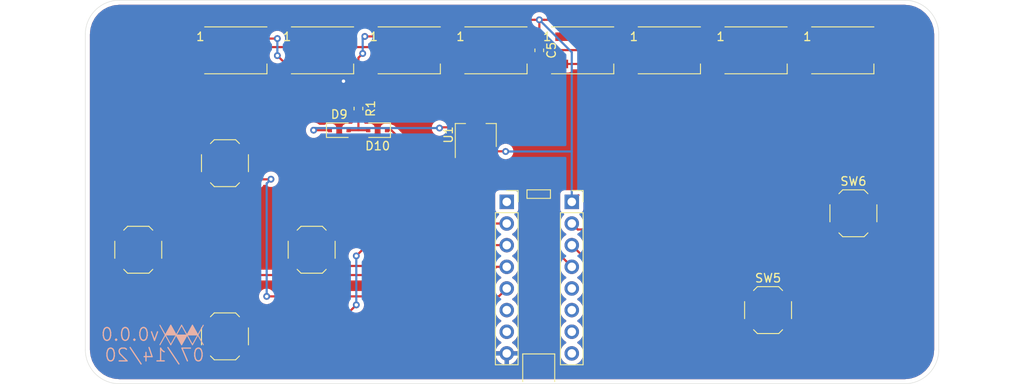
<source format=kicad_pcb>
(kicad_pcb (version 20171130) (host pcbnew "(5.1.6)-1")

  (general
    (thickness 1.6)
    (drawings 16)
    (tracks 146)
    (zones 0)
    (modules 22)
    (nets 27)
  )

  (page A4)
  (layers
    (0 F.Cu signal)
    (31 B.Cu signal)
    (32 B.Adhes user)
    (33 F.Adhes user)
    (34 B.Paste user)
    (35 F.Paste user)
    (36 B.SilkS user)
    (37 F.SilkS user)
    (38 B.Mask user)
    (39 F.Mask user)
    (40 Dwgs.User user)
    (41 Cmts.User user)
    (42 Eco1.User user)
    (43 Eco2.User user)
    (44 Edge.Cuts user)
    (45 Margin user)
    (46 B.CrtYd user)
    (47 F.CrtYd user)
    (48 B.Fab user)
    (49 F.Fab user)
  )

  (setup
    (last_trace_width 0.25)
    (trace_clearance 0.2)
    (zone_clearance 0.508)
    (zone_45_only no)
    (trace_min 0.2)
    (via_size 0.8)
    (via_drill 0.4)
    (via_min_size 0.4)
    (via_min_drill 0.3)
    (uvia_size 0.3)
    (uvia_drill 0.1)
    (uvias_allowed no)
    (uvia_min_size 0.2)
    (uvia_min_drill 0.1)
    (edge_width 0.05)
    (segment_width 0.2)
    (pcb_text_width 0.3)
    (pcb_text_size 1.5 1.5)
    (mod_edge_width 0.12)
    (mod_text_size 1 1)
    (mod_text_width 0.15)
    (pad_size 1.524 1.524)
    (pad_drill 0.762)
    (pad_to_mask_clearance 0.051)
    (solder_mask_min_width 0.25)
    (aux_axis_origin 0 0)
    (visible_elements 7FFFFFFF)
    (pcbplotparams
      (layerselection 0x010fc_ffffffff)
      (usegerberextensions false)
      (usegerberattributes false)
      (usegerberadvancedattributes false)
      (creategerberjobfile false)
      (excludeedgelayer true)
      (linewidth 0.100000)
      (plotframeref false)
      (viasonmask false)
      (mode 1)
      (useauxorigin false)
      (hpglpennumber 1)
      (hpglpenspeed 20)
      (hpglpendiameter 15.000000)
      (psnegative false)
      (psa4output false)
      (plotreference true)
      (plotvalue true)
      (plotinvisibletext false)
      (padsonsilk false)
      (subtractmaskfromsilk false)
      (outputformat 1)
      (mirror false)
      (drillshape 0)
      (scaleselection 1)
      (outputdirectory "gbr/"))
  )

  (net 0 "")
  (net 1 V0)
  (net 2 UARROW)
  (net 3 LARROW)
  (net 4 RARROW)
  (net 5 DARROW)
  (net 6 V+)
  (net 7 BBUTTON)
  (net 8 ABUTTON)
  (net 9 "Net-(D1-Pad2)")
  (net 10 "Net-(D2-Pad2)")
  (net 11 "Net-(D3-Pad2)")
  (net 12 "Net-(D4-Pad2)")
  (net 13 "Net-(D5-Pad2)")
  (net 14 "Net-(D6-Pad2)")
  (net 15 "Net-(D7-Pad2)")
  (net 16 "Net-(D8-Pad2)")
  (net 17 SS)
  (net 18 SCK)
  (net 19 MOSI)
  (net 20 MISO)
  (net 21 SDA)
  (net 22 SCL)
  (net 23 "Net-(J2-Pad5)")
  (net 24 LEDS5)
  (net 25 3V3)
  (net 26 LEDS3)

  (net_class Default "This is the default net class."
    (clearance 0.2)
    (trace_width 0.25)
    (via_dia 0.8)
    (via_drill 0.4)
    (uvia_dia 0.3)
    (uvia_drill 0.1)
    (add_net 3V3)
    (add_net ABUTTON)
    (add_net BBUTTON)
    (add_net DARROW)
    (add_net LARROW)
    (add_net LEDS3)
    (add_net LEDS5)
    (add_net MISO)
    (add_net MOSI)
    (add_net "Net-(D1-Pad2)")
    (add_net "Net-(D2-Pad2)")
    (add_net "Net-(D3-Pad2)")
    (add_net "Net-(D4-Pad2)")
    (add_net "Net-(D5-Pad2)")
    (add_net "Net-(D6-Pad2)")
    (add_net "Net-(D7-Pad2)")
    (add_net "Net-(D8-Pad2)")
    (add_net "Net-(J2-Pad5)")
    (add_net RARROW)
    (add_net SCK)
    (add_net SCL)
    (add_net SDA)
    (add_net SS)
    (add_net UARROW)
    (add_net V+)
    (add_net V0)
  )

  (module Symbol:Logo_WM (layer B.Cu) (tedit 5EA02B73) (tstamp 5F137D6F)
    (at 81.28 89.281)
    (fp_text reference REF** (at 0 2.286) (layer B.SilkS) hide
      (effects (font (size 1 1) (thickness 0.15)) (justify mirror))
    )
    (fp_text value Logo_WM (at 0 -2.032) (layer B.Fab)
      (effects (font (size 1 1) (thickness 0.15)) (justify mirror))
    )
    (fp_line (start 0 1.143) (end -0.635 0) (layer B.SilkS) (width 0.12))
    (fp_line (start -0.635 0) (end 0 -1.143) (layer B.SilkS) (width 0.12))
    (fp_line (start 0 -1.143) (end 0.635 0) (layer B.SilkS) (width 0.12))
    (fp_line (start 0.635 0) (end 0 1.143) (layer B.SilkS) (width 0.12))
    (fp_line (start 1.905 0) (end 1.27 1.143) (layer B.SilkS) (width 0.12))
    (fp_line (start 1.27 -1.143) (end 1.905 0) (layer B.SilkS) (width 0.12))
    (fp_line (start 0.635 0) (end 1.27 -1.143) (layer B.SilkS) (width 0.12))
    (fp_line (start 1.27 1.143) (end 0.635 0) (layer B.SilkS) (width 0.12))
    (fp_line (start -1.27 -1.143) (end -0.635 0) (layer B.SilkS) (width 0.12))
    (fp_line (start -1.27 1.143) (end -1.905 0) (layer B.SilkS) (width 0.12))
    (fp_line (start -1.905 0) (end -1.27 -1.143) (layer B.SilkS) (width 0.12))
    (fp_line (start -0.635 0) (end -1.27 1.143) (layer B.SilkS) (width 0.12))
    (fp_line (start -1.905 0) (end -2.54 1.143) (layer B.SilkS) (width 0.12))
    (fp_line (start -2.54 -1.143) (end -1.905 0) (layer B.SilkS) (width 0.12))
    (fp_line (start 2.54 1.143) (end 1.905 0) (layer B.SilkS) (width 0.12))
    (fp_line (start 1.905 0) (end 2.54 -1.143) (layer B.SilkS) (width 0.12))
    (fp_poly (pts (xy -1.905 0) (xy -0.635 0) (xy -1.27 -1.143)) (layer B.SilkS) (width 0.1))
    (fp_poly (pts (xy -0.635 0) (xy 0.635 0) (xy 0 1.143)) (layer B.SilkS) (width 0.1))
    (fp_poly (pts (xy 0.635 0) (xy 1.905 0) (xy 1.27 -1.143)) (layer B.SilkS) (width 0.1))
  )

  (module Connector_PinSocket_2.54mm:PinSocket_1x08_P2.54mm_Vertical (layer F.Cu) (tedit 5A19A420) (tstamp 5F0EAEA5)
    (at 127 73.66)
    (descr "Through hole straight socket strip, 1x08, 2.54mm pitch, single row (from Kicad 4.0.7), script generated")
    (tags "Through hole socket strip THT 1x08 2.54mm single row")
    (path /5F0A67AF)
    (fp_text reference J2 (at 0 -2.77) (layer F.SilkS) hide
      (effects (font (size 1 1) (thickness 0.15)))
    )
    (fp_text value Conn_01x08 (at 0 20.55) (layer F.Fab)
      (effects (font (size 1 1) (thickness 0.15)))
    )
    (fp_line (start -1.27 -1.27) (end 0.635 -1.27) (layer F.Fab) (width 0.1))
    (fp_line (start 0.635 -1.27) (end 1.27 -0.635) (layer F.Fab) (width 0.1))
    (fp_line (start 1.27 -0.635) (end 1.27 19.05) (layer F.Fab) (width 0.1))
    (fp_line (start 1.27 19.05) (end -1.27 19.05) (layer F.Fab) (width 0.1))
    (fp_line (start -1.27 19.05) (end -1.27 -1.27) (layer F.Fab) (width 0.1))
    (fp_line (start -1.33 1.27) (end 1.33 1.27) (layer F.SilkS) (width 0.12))
    (fp_line (start -1.33 1.27) (end -1.33 19.11) (layer F.SilkS) (width 0.12))
    (fp_line (start -1.33 19.11) (end 1.33 19.11) (layer F.SilkS) (width 0.12))
    (fp_line (start 1.33 1.27) (end 1.33 19.11) (layer F.SilkS) (width 0.12))
    (fp_line (start 1.33 -1.33) (end 1.33 0) (layer F.SilkS) (width 0.12))
    (fp_line (start 0 -1.33) (end 1.33 -1.33) (layer F.SilkS) (width 0.12))
    (fp_line (start -1.8 -1.8) (end 1.75 -1.8) (layer F.CrtYd) (width 0.05))
    (fp_line (start 1.75 -1.8) (end 1.75 19.55) (layer F.CrtYd) (width 0.05))
    (fp_line (start 1.75 19.55) (end -1.8 19.55) (layer F.CrtYd) (width 0.05))
    (fp_line (start -1.8 19.55) (end -1.8 -1.8) (layer F.CrtYd) (width 0.05))
    (fp_text user %R (at 0 8.89 90) (layer F.Fab)
      (effects (font (size 1 1) (thickness 0.15)))
    )
    (pad 8 thru_hole oval (at 0 17.78) (size 1.7 1.7) (drill 1) (layers *.Cu *.Mask)
      (net 20 MISO))
    (pad 7 thru_hole oval (at 0 15.24) (size 1.7 1.7) (drill 1) (layers *.Cu *.Mask)
      (net 21 SDA))
    (pad 6 thru_hole oval (at 0 12.7) (size 1.7 1.7) (drill 1) (layers *.Cu *.Mask)
      (net 22 SCL))
    (pad 5 thru_hole oval (at 0 10.16) (size 1.7 1.7) (drill 1) (layers *.Cu *.Mask)
      (net 23 "Net-(J2-Pad5)"))
    (pad 4 thru_hole oval (at 0 7.62) (size 1.7 1.7) (drill 1) (layers *.Cu *.Mask)
      (net 26 LEDS3))
    (pad 3 thru_hole oval (at 0 5.08) (size 1.7 1.7) (drill 1) (layers *.Cu *.Mask)
      (net 8 ABUTTON))
    (pad 2 thru_hole oval (at 0 2.54) (size 1.7 1.7) (drill 1) (layers *.Cu *.Mask)
      (net 7 BBUTTON))
    (pad 1 thru_hole rect (at 0 0) (size 1.7 1.7) (drill 1) (layers *.Cu *.Mask)
      (net 6 V+))
    (model ${KISYS3DMOD}/Connector_PinSocket_2.54mm.3dshapes/PinSocket_1x08_P2.54mm_Vertical.wrl
      (at (xyz 0 0 0))
      (scale (xyz 1 1 1))
      (rotate (xyz 0 0 0))
    )
  )

  (module Connector_PinSocket_2.54mm:PinSocket_1x08_P2.54mm_Vertical (layer F.Cu) (tedit 5A19A420) (tstamp 5F0EAE89)
    (at 119.38 73.66)
    (descr "Through hole straight socket strip, 1x08, 2.54mm pitch, single row (from Kicad 4.0.7), script generated")
    (tags "Through hole socket strip THT 1x08 2.54mm single row")
    (path /5F0A5E01)
    (fp_text reference J1 (at 0 -2.77) (layer F.SilkS) hide
      (effects (font (size 1 1) (thickness 0.15)))
    )
    (fp_text value Conn_01x08 (at 0 20.55) (layer F.Fab)
      (effects (font (size 1 1) (thickness 0.15)))
    )
    (fp_line (start -1.27 -1.27) (end 0.635 -1.27) (layer F.Fab) (width 0.1))
    (fp_line (start 0.635 -1.27) (end 1.27 -0.635) (layer F.Fab) (width 0.1))
    (fp_line (start 1.27 -0.635) (end 1.27 19.05) (layer F.Fab) (width 0.1))
    (fp_line (start 1.27 19.05) (end -1.27 19.05) (layer F.Fab) (width 0.1))
    (fp_line (start -1.27 19.05) (end -1.27 -1.27) (layer F.Fab) (width 0.1))
    (fp_line (start -1.33 1.27) (end 1.33 1.27) (layer F.SilkS) (width 0.12))
    (fp_line (start -1.33 1.27) (end -1.33 19.11) (layer F.SilkS) (width 0.12))
    (fp_line (start -1.33 19.11) (end 1.33 19.11) (layer F.SilkS) (width 0.12))
    (fp_line (start 1.33 1.27) (end 1.33 19.11) (layer F.SilkS) (width 0.12))
    (fp_line (start 1.33 -1.33) (end 1.33 0) (layer F.SilkS) (width 0.12))
    (fp_line (start 0 -1.33) (end 1.33 -1.33) (layer F.SilkS) (width 0.12))
    (fp_line (start -1.8 -1.8) (end 1.75 -1.8) (layer F.CrtYd) (width 0.05))
    (fp_line (start 1.75 -1.8) (end 1.75 19.55) (layer F.CrtYd) (width 0.05))
    (fp_line (start 1.75 19.55) (end -1.8 19.55) (layer F.CrtYd) (width 0.05))
    (fp_line (start -1.8 19.55) (end -1.8 -1.8) (layer F.CrtYd) (width 0.05))
    (fp_text user %R (at 0 8.89 90) (layer F.Fab)
      (effects (font (size 1 1) (thickness 0.15)))
    )
    (pad 8 thru_hole oval (at 0 17.78) (size 1.7 1.7) (drill 1) (layers *.Cu *.Mask)
      (net 1 V0))
    (pad 7 thru_hole oval (at 0 15.24) (size 1.7 1.7) (drill 1) (layers *.Cu *.Mask)
      (net 17 SS))
    (pad 6 thru_hole oval (at 0 12.7) (size 1.7 1.7) (drill 1) (layers *.Cu *.Mask)
      (net 18 SCK))
    (pad 5 thru_hole oval (at 0 10.16) (size 1.7 1.7) (drill 1) (layers *.Cu *.Mask)
      (net 2 UARROW))
    (pad 4 thru_hole oval (at 0 7.62) (size 1.7 1.7) (drill 1) (layers *.Cu *.Mask)
      (net 3 LARROW))
    (pad 3 thru_hole oval (at 0 5.08) (size 1.7 1.7) (drill 1) (layers *.Cu *.Mask)
      (net 4 RARROW))
    (pad 2 thru_hole oval (at 0 2.54) (size 1.7 1.7) (drill 1) (layers *.Cu *.Mask)
      (net 5 DARROW))
    (pad 1 thru_hole rect (at 0 0) (size 1.7 1.7) (drill 1) (layers *.Cu *.Mask)
      (net 19 MOSI))
    (model ${KISYS3DMOD}/Connector_PinSocket_2.54mm.3dshapes/PinSocket_1x08_P2.54mm_Vertical.wrl
      (at (xyz 0 0 0))
      (scale (xyz 1 1 1))
      (rotate (xyz 0 0 0))
    )
  )

  (module Package_TO_SOT_SMD:SOT-89-3 (layer F.Cu) (tedit 5A02FF57) (tstamp 5F0F5521)
    (at 115.75 66.25 90)
    (descr SOT-89-3)
    (tags SOT-89-3)
    (path /5F1699B3)
    (attr smd)
    (fp_text reference U1 (at 0.45 -3.2 90) (layer F.SilkS)
      (effects (font (size 1 1) (thickness 0.15)))
    )
    (fp_text value LM1117-3.3 (at 0.45 3.25 90) (layer F.Fab)
      (effects (font (size 1 1) (thickness 0.15)))
    )
    (fp_line (start 1.78 1.2) (end 1.78 2.4) (layer F.SilkS) (width 0.12))
    (fp_line (start 1.78 2.4) (end -0.92 2.4) (layer F.SilkS) (width 0.12))
    (fp_line (start -2.22 -2.4) (end 1.78 -2.4) (layer F.SilkS) (width 0.12))
    (fp_line (start 1.78 -2.4) (end 1.78 -1.2) (layer F.SilkS) (width 0.12))
    (fp_line (start -0.92 -1.51) (end -0.13 -2.3) (layer F.Fab) (width 0.1))
    (fp_line (start 1.68 -2.3) (end 1.68 2.3) (layer F.Fab) (width 0.1))
    (fp_line (start 1.68 2.3) (end -0.92 2.3) (layer F.Fab) (width 0.1))
    (fp_line (start -0.92 2.3) (end -0.92 -1.51) (layer F.Fab) (width 0.1))
    (fp_line (start -0.13 -2.3) (end 1.68 -2.3) (layer F.Fab) (width 0.1))
    (fp_line (start 3.23 -2.55) (end 3.23 2.55) (layer F.CrtYd) (width 0.05))
    (fp_line (start 3.23 -2.55) (end -2.48 -2.55) (layer F.CrtYd) (width 0.05))
    (fp_line (start -2.48 2.55) (end 3.23 2.55) (layer F.CrtYd) (width 0.05))
    (fp_line (start -2.48 2.55) (end -2.48 -2.55) (layer F.CrtYd) (width 0.05))
    (fp_text user %R (at 0.38 0) (layer F.Fab)
      (effects (font (size 0.6 0.6) (thickness 0.09)))
    )
    (pad 2 smd trapezoid (at -0.0762 0 180) (size 1.5 1) (rect_delta 0 0.7 ) (layers F.Cu F.Paste F.Mask)
      (net 25 3V3))
    (pad 2 smd rect (at 1.3335 0) (size 2.2 1.84) (layers F.Cu F.Paste F.Mask)
      (net 25 3V3))
    (pad 3 smd rect (at -1.48 1.5) (size 1 1.5) (layers F.Cu F.Paste F.Mask)
      (net 6 V+))
    (pad 2 smd rect (at -1.3335 0) (size 1 1.8) (layers F.Cu F.Paste F.Mask)
      (net 25 3V3))
    (pad 1 smd rect (at -1.48 -1.5) (size 1 1.5) (layers F.Cu F.Paste F.Mask)
      (net 1 V0))
    (pad 2 smd trapezoid (at 2.667 0) (size 1.6 0.85) (rect_delta 0 0.6 ) (layers F.Cu F.Paste F.Mask)
      (net 25 3V3))
    (model ${KISYS3DMOD}/Package_TO_SOT_SMD.3dshapes/SOT-89-3.wrl
      (at (xyz 0 0 0))
      (scale (xyz 1 1 1))
      (rotate (xyz 0 0 0))
    )
  )

  (module Resistor_SMD:R_0603_1608Metric (layer F.Cu) (tedit 5B301BBD) (tstamp 5F0F52F7)
    (at 102 62.7125 270)
    (descr "Resistor SMD 0603 (1608 Metric), square (rectangular) end terminal, IPC_7351 nominal, (Body size source: http://www.tortai-tech.com/upload/download/2011102023233369053.pdf), generated with kicad-footprint-generator")
    (tags resistor)
    (path /5F168D7A)
    (attr smd)
    (fp_text reference R1 (at 0 -1.43 90) (layer F.SilkS)
      (effects (font (size 1 1) (thickness 0.15)))
    )
    (fp_text value 10kR (at 0 1.43 90) (layer F.Fab)
      (effects (font (size 1 1) (thickness 0.15)))
    )
    (fp_line (start -0.8 0.4) (end -0.8 -0.4) (layer F.Fab) (width 0.1))
    (fp_line (start -0.8 -0.4) (end 0.8 -0.4) (layer F.Fab) (width 0.1))
    (fp_line (start 0.8 -0.4) (end 0.8 0.4) (layer F.Fab) (width 0.1))
    (fp_line (start 0.8 0.4) (end -0.8 0.4) (layer F.Fab) (width 0.1))
    (fp_line (start -0.162779 -0.51) (end 0.162779 -0.51) (layer F.SilkS) (width 0.12))
    (fp_line (start -0.162779 0.51) (end 0.162779 0.51) (layer F.SilkS) (width 0.12))
    (fp_line (start -1.48 0.73) (end -1.48 -0.73) (layer F.CrtYd) (width 0.05))
    (fp_line (start -1.48 -0.73) (end 1.48 -0.73) (layer F.CrtYd) (width 0.05))
    (fp_line (start 1.48 -0.73) (end 1.48 0.73) (layer F.CrtYd) (width 0.05))
    (fp_line (start 1.48 0.73) (end -1.48 0.73) (layer F.CrtYd) (width 0.05))
    (fp_text user %R (at 0 0 90) (layer F.Fab)
      (effects (font (size 0.4 0.4) (thickness 0.06)))
    )
    (pad 2 smd roundrect (at 0.7875 0 270) (size 0.875 0.95) (layers F.Cu F.Paste F.Mask) (roundrect_rratio 0.25)
      (net 24 LEDS5))
    (pad 1 smd roundrect (at -0.7875 0 270) (size 0.875 0.95) (layers F.Cu F.Paste F.Mask) (roundrect_rratio 0.25)
      (net 6 V+))
    (model ${KISYS3DMOD}/Resistor_SMD.3dshapes/R_0603_1608Metric.wrl
      (at (xyz 0 0 0))
      (scale (xyz 1 1 1))
      (rotate (xyz 0 0 0))
    )
  )

  (module Diode_SMD:D_SOD-323F (layer F.Cu) (tedit 590A48EB) (tstamp 5F0F527A)
    (at 104.25 65.25 180)
    (descr "SOD-323F http://www.nxp.com/documents/outline_drawing/SOD323F.pdf")
    (tags SOD-323F)
    (path /5F166D65)
    (attr smd)
    (fp_text reference D10 (at 0 -1.85) (layer F.SilkS)
      (effects (font (size 1 1) (thickness 0.15)))
    )
    (fp_text value D (at 0.1 1.9) (layer F.Fab)
      (effects (font (size 1 1) (thickness 0.15)))
    )
    (fp_line (start -1.5 -0.85) (end -1.5 0.85) (layer F.SilkS) (width 0.12))
    (fp_line (start 0.2 0) (end 0.45 0) (layer F.Fab) (width 0.1))
    (fp_line (start 0.2 0.35) (end -0.3 0) (layer F.Fab) (width 0.1))
    (fp_line (start 0.2 -0.35) (end 0.2 0.35) (layer F.Fab) (width 0.1))
    (fp_line (start -0.3 0) (end 0.2 -0.35) (layer F.Fab) (width 0.1))
    (fp_line (start -0.3 0) (end -0.5 0) (layer F.Fab) (width 0.1))
    (fp_line (start -0.3 -0.35) (end -0.3 0.35) (layer F.Fab) (width 0.1))
    (fp_line (start -0.9 0.7) (end -0.9 -0.7) (layer F.Fab) (width 0.1))
    (fp_line (start 0.9 0.7) (end -0.9 0.7) (layer F.Fab) (width 0.1))
    (fp_line (start 0.9 -0.7) (end 0.9 0.7) (layer F.Fab) (width 0.1))
    (fp_line (start -0.9 -0.7) (end 0.9 -0.7) (layer F.Fab) (width 0.1))
    (fp_line (start -1.6 -0.95) (end 1.6 -0.95) (layer F.CrtYd) (width 0.05))
    (fp_line (start 1.6 -0.95) (end 1.6 0.95) (layer F.CrtYd) (width 0.05))
    (fp_line (start -1.6 0.95) (end 1.6 0.95) (layer F.CrtYd) (width 0.05))
    (fp_line (start -1.6 -0.95) (end -1.6 0.95) (layer F.CrtYd) (width 0.05))
    (fp_line (start -1.5 0.85) (end 1.05 0.85) (layer F.SilkS) (width 0.12))
    (fp_line (start -1.5 -0.85) (end 1.05 -0.85) (layer F.SilkS) (width 0.12))
    (fp_text user %R (at 0 -1.85) (layer F.Fab)
      (effects (font (size 1 1) (thickness 0.15)))
    )
    (pad 2 smd rect (at 1.1 0 180) (size 0.5 0.5) (layers F.Cu F.Paste F.Mask)
      (net 24 LEDS5))
    (pad 1 smd rect (at -1.1 0 180) (size 0.5 0.5) (layers F.Cu F.Paste F.Mask)
      (net 26 LEDS3))
    (model ${KISYS3DMOD}/Diode_SMD.3dshapes/D_SOD-323F.wrl
      (at (xyz 0 0 0))
      (scale (xyz 1 1 1))
      (rotate (xyz 0 0 0))
    )
  )

  (module Diode_SMD:D_SOD-323F (layer F.Cu) (tedit 590A48EB) (tstamp 5F0F5262)
    (at 99.75 65.25)
    (descr "SOD-323F http://www.nxp.com/documents/outline_drawing/SOD323F.pdf")
    (tags SOD-323F)
    (path /5F1667EF)
    (attr smd)
    (fp_text reference D9 (at 0 -1.85) (layer F.SilkS)
      (effects (font (size 1 1) (thickness 0.15)))
    )
    (fp_text value D (at 0.1 1.9) (layer F.Fab)
      (effects (font (size 1 1) (thickness 0.15)))
    )
    (fp_line (start -1.5 -0.85) (end -1.5 0.85) (layer F.SilkS) (width 0.12))
    (fp_line (start 0.2 0) (end 0.45 0) (layer F.Fab) (width 0.1))
    (fp_line (start 0.2 0.35) (end -0.3 0) (layer F.Fab) (width 0.1))
    (fp_line (start 0.2 -0.35) (end 0.2 0.35) (layer F.Fab) (width 0.1))
    (fp_line (start -0.3 0) (end 0.2 -0.35) (layer F.Fab) (width 0.1))
    (fp_line (start -0.3 0) (end -0.5 0) (layer F.Fab) (width 0.1))
    (fp_line (start -0.3 -0.35) (end -0.3 0.35) (layer F.Fab) (width 0.1))
    (fp_line (start -0.9 0.7) (end -0.9 -0.7) (layer F.Fab) (width 0.1))
    (fp_line (start 0.9 0.7) (end -0.9 0.7) (layer F.Fab) (width 0.1))
    (fp_line (start 0.9 -0.7) (end 0.9 0.7) (layer F.Fab) (width 0.1))
    (fp_line (start -0.9 -0.7) (end 0.9 -0.7) (layer F.Fab) (width 0.1))
    (fp_line (start -1.6 -0.95) (end 1.6 -0.95) (layer F.CrtYd) (width 0.05))
    (fp_line (start 1.6 -0.95) (end 1.6 0.95) (layer F.CrtYd) (width 0.05))
    (fp_line (start -1.6 0.95) (end 1.6 0.95) (layer F.CrtYd) (width 0.05))
    (fp_line (start -1.6 -0.95) (end -1.6 0.95) (layer F.CrtYd) (width 0.05))
    (fp_line (start -1.5 0.85) (end 1.05 0.85) (layer F.SilkS) (width 0.12))
    (fp_line (start -1.5 -0.85) (end 1.05 -0.85) (layer F.SilkS) (width 0.12))
    (fp_text user %R (at 0 -1.85) (layer F.Fab)
      (effects (font (size 1 1) (thickness 0.15)))
    )
    (pad 2 smd rect (at 1.1 0) (size 0.5 0.5) (layers F.Cu F.Paste F.Mask)
      (net 24 LEDS5))
    (pad 1 smd rect (at -1.1 0) (size 0.5 0.5) (layers F.Cu F.Paste F.Mask)
      (net 25 3V3))
    (model ${KISYS3DMOD}/Diode_SMD.3dshapes/D_SOD-323F.wrl
      (at (xyz 0 0 0))
      (scale (xyz 1 1 1))
      (rotate (xyz 0 0 0))
    )
  )

  (module Button_Switch_SMD:SW_SPST_TL3342 (layer F.Cu) (tedit 5A02FC95) (tstamp 5F0EB0B5)
    (at 160 75)
    (descr "Low-profile SMD Tactile Switch, https://www.e-switch.com/system/asset/product_line/data_sheet/165/TL3342.pdf")
    (tags "SPST Tactile Switch")
    (path /5F0A8E36)
    (attr smd)
    (fp_text reference SW6 (at 0 -3.75) (layer F.SilkS)
      (effects (font (size 1 1) (thickness 0.15)))
    )
    (fp_text value SW_Push (at 0 3.75) (layer F.Fab)
      (effects (font (size 1 1) (thickness 0.15)))
    )
    (fp_line (start 3.2 2.1) (end 3.2 1.6) (layer F.Fab) (width 0.1))
    (fp_line (start 3.2 -2.1) (end 3.2 -1.6) (layer F.Fab) (width 0.1))
    (fp_line (start -3.2 2.1) (end -3.2 1.6) (layer F.Fab) (width 0.1))
    (fp_line (start -3.2 -2.1) (end -3.2 -1.6) (layer F.Fab) (width 0.1))
    (fp_line (start 2.7 -2.1) (end 2.7 -1.6) (layer F.Fab) (width 0.1))
    (fp_line (start 1.7 -2.1) (end 3.2 -2.1) (layer F.Fab) (width 0.1))
    (fp_line (start 3.2 -1.6) (end 2.2 -1.6) (layer F.Fab) (width 0.1))
    (fp_line (start -2.7 -2.1) (end -2.7 -1.6) (layer F.Fab) (width 0.1))
    (fp_line (start -1.7 -2.1) (end -3.2 -2.1) (layer F.Fab) (width 0.1))
    (fp_line (start -3.2 -1.6) (end -2.2 -1.6) (layer F.Fab) (width 0.1))
    (fp_line (start -2.7 2.1) (end -2.7 1.6) (layer F.Fab) (width 0.1))
    (fp_line (start -3.2 1.6) (end -2.2 1.6) (layer F.Fab) (width 0.1))
    (fp_line (start -1.7 2.1) (end -3.2 2.1) (layer F.Fab) (width 0.1))
    (fp_line (start 1.7 2.1) (end 3.2 2.1) (layer F.Fab) (width 0.1))
    (fp_line (start 2.7 2.1) (end 2.7 1.6) (layer F.Fab) (width 0.1))
    (fp_line (start 3.2 1.6) (end 2.2 1.6) (layer F.Fab) (width 0.1))
    (fp_line (start -1.7 2.3) (end -1.25 2.75) (layer F.SilkS) (width 0.12))
    (fp_line (start 1.7 2.3) (end 1.25 2.75) (layer F.SilkS) (width 0.12))
    (fp_line (start 1.7 -2.3) (end 1.25 -2.75) (layer F.SilkS) (width 0.12))
    (fp_line (start -1.7 -2.3) (end -1.25 -2.75) (layer F.SilkS) (width 0.12))
    (fp_line (start -2 -1) (end -1 -2) (layer F.Fab) (width 0.1))
    (fp_line (start -1 -2) (end 1 -2) (layer F.Fab) (width 0.1))
    (fp_line (start 1 -2) (end 2 -1) (layer F.Fab) (width 0.1))
    (fp_line (start 2 -1) (end 2 1) (layer F.Fab) (width 0.1))
    (fp_line (start 2 1) (end 1 2) (layer F.Fab) (width 0.1))
    (fp_line (start 1 2) (end -1 2) (layer F.Fab) (width 0.1))
    (fp_line (start -1 2) (end -2 1) (layer F.Fab) (width 0.1))
    (fp_line (start -2 1) (end -2 -1) (layer F.Fab) (width 0.1))
    (fp_line (start 2.75 -1) (end 2.75 1) (layer F.SilkS) (width 0.12))
    (fp_line (start -1.25 2.75) (end 1.25 2.75) (layer F.SilkS) (width 0.12))
    (fp_line (start -2.75 -1) (end -2.75 1) (layer F.SilkS) (width 0.12))
    (fp_line (start -1.25 -2.75) (end 1.25 -2.75) (layer F.SilkS) (width 0.12))
    (fp_line (start -2.6 -1.2) (end -2.6 1.2) (layer F.Fab) (width 0.1))
    (fp_line (start -2.6 1.2) (end -1.2 2.6) (layer F.Fab) (width 0.1))
    (fp_line (start -1.2 2.6) (end 1.2 2.6) (layer F.Fab) (width 0.1))
    (fp_line (start 1.2 2.6) (end 2.6 1.2) (layer F.Fab) (width 0.1))
    (fp_line (start 2.6 1.2) (end 2.6 -1.2) (layer F.Fab) (width 0.1))
    (fp_line (start 2.6 -1.2) (end 1.2 -2.6) (layer F.Fab) (width 0.1))
    (fp_line (start 1.2 -2.6) (end -1.2 -2.6) (layer F.Fab) (width 0.1))
    (fp_line (start -1.2 -2.6) (end -2.6 -1.2) (layer F.Fab) (width 0.1))
    (fp_line (start -4.25 -3) (end 4.25 -3) (layer F.CrtYd) (width 0.05))
    (fp_line (start 4.25 -3) (end 4.25 3) (layer F.CrtYd) (width 0.05))
    (fp_line (start 4.25 3) (end -4.25 3) (layer F.CrtYd) (width 0.05))
    (fp_line (start -4.25 3) (end -4.25 -3) (layer F.CrtYd) (width 0.05))
    (fp_circle (center 0 0) (end 1 0) (layer F.Fab) (width 0.1))
    (fp_text user %R (at 0 -3.75) (layer F.Fab)
      (effects (font (size 1 1) (thickness 0.15)))
    )
    (pad 2 smd rect (at 3.15 1.9) (size 1.7 1) (layers F.Cu F.Paste F.Mask)
      (net 7 BBUTTON))
    (pad 2 smd rect (at -3.15 1.9) (size 1.7 1) (layers F.Cu F.Paste F.Mask)
      (net 7 BBUTTON))
    (pad 1 smd rect (at 3.15 -1.9) (size 1.7 1) (layers F.Cu F.Paste F.Mask)
      (net 1 V0))
    (pad 1 smd rect (at -3.15 -1.9) (size 1.7 1) (layers F.Cu F.Paste F.Mask)
      (net 1 V0))
    (model ${KISYS3DMOD}/Button_Switch_SMD.3dshapes/SW_SPST_TL3342.wrl
      (at (xyz 0 0 0))
      (scale (xyz 1 1 1))
      (rotate (xyz 0 0 0))
    )
  )

  (module Button_Switch_SMD:SW_SPST_TL3342 (layer F.Cu) (tedit 5A02FC95) (tstamp 5F0EB07F)
    (at 150 86.36)
    (descr "Low-profile SMD Tactile Switch, https://www.e-switch.com/system/asset/product_line/data_sheet/165/TL3342.pdf")
    (tags "SPST Tactile Switch")
    (path /5F0A8E3C)
    (attr smd)
    (fp_text reference SW5 (at 0 -3.75) (layer F.SilkS)
      (effects (font (size 1 1) (thickness 0.15)))
    )
    (fp_text value SW_Push (at 0 3.75) (layer F.Fab)
      (effects (font (size 1 1) (thickness 0.15)))
    )
    (fp_line (start 3.2 2.1) (end 3.2 1.6) (layer F.Fab) (width 0.1))
    (fp_line (start 3.2 -2.1) (end 3.2 -1.6) (layer F.Fab) (width 0.1))
    (fp_line (start -3.2 2.1) (end -3.2 1.6) (layer F.Fab) (width 0.1))
    (fp_line (start -3.2 -2.1) (end -3.2 -1.6) (layer F.Fab) (width 0.1))
    (fp_line (start 2.7 -2.1) (end 2.7 -1.6) (layer F.Fab) (width 0.1))
    (fp_line (start 1.7 -2.1) (end 3.2 -2.1) (layer F.Fab) (width 0.1))
    (fp_line (start 3.2 -1.6) (end 2.2 -1.6) (layer F.Fab) (width 0.1))
    (fp_line (start -2.7 -2.1) (end -2.7 -1.6) (layer F.Fab) (width 0.1))
    (fp_line (start -1.7 -2.1) (end -3.2 -2.1) (layer F.Fab) (width 0.1))
    (fp_line (start -3.2 -1.6) (end -2.2 -1.6) (layer F.Fab) (width 0.1))
    (fp_line (start -2.7 2.1) (end -2.7 1.6) (layer F.Fab) (width 0.1))
    (fp_line (start -3.2 1.6) (end -2.2 1.6) (layer F.Fab) (width 0.1))
    (fp_line (start -1.7 2.1) (end -3.2 2.1) (layer F.Fab) (width 0.1))
    (fp_line (start 1.7 2.1) (end 3.2 2.1) (layer F.Fab) (width 0.1))
    (fp_line (start 2.7 2.1) (end 2.7 1.6) (layer F.Fab) (width 0.1))
    (fp_line (start 3.2 1.6) (end 2.2 1.6) (layer F.Fab) (width 0.1))
    (fp_line (start -1.7 2.3) (end -1.25 2.75) (layer F.SilkS) (width 0.12))
    (fp_line (start 1.7 2.3) (end 1.25 2.75) (layer F.SilkS) (width 0.12))
    (fp_line (start 1.7 -2.3) (end 1.25 -2.75) (layer F.SilkS) (width 0.12))
    (fp_line (start -1.7 -2.3) (end -1.25 -2.75) (layer F.SilkS) (width 0.12))
    (fp_line (start -2 -1) (end -1 -2) (layer F.Fab) (width 0.1))
    (fp_line (start -1 -2) (end 1 -2) (layer F.Fab) (width 0.1))
    (fp_line (start 1 -2) (end 2 -1) (layer F.Fab) (width 0.1))
    (fp_line (start 2 -1) (end 2 1) (layer F.Fab) (width 0.1))
    (fp_line (start 2 1) (end 1 2) (layer F.Fab) (width 0.1))
    (fp_line (start 1 2) (end -1 2) (layer F.Fab) (width 0.1))
    (fp_line (start -1 2) (end -2 1) (layer F.Fab) (width 0.1))
    (fp_line (start -2 1) (end -2 -1) (layer F.Fab) (width 0.1))
    (fp_line (start 2.75 -1) (end 2.75 1) (layer F.SilkS) (width 0.12))
    (fp_line (start -1.25 2.75) (end 1.25 2.75) (layer F.SilkS) (width 0.12))
    (fp_line (start -2.75 -1) (end -2.75 1) (layer F.SilkS) (width 0.12))
    (fp_line (start -1.25 -2.75) (end 1.25 -2.75) (layer F.SilkS) (width 0.12))
    (fp_line (start -2.6 -1.2) (end -2.6 1.2) (layer F.Fab) (width 0.1))
    (fp_line (start -2.6 1.2) (end -1.2 2.6) (layer F.Fab) (width 0.1))
    (fp_line (start -1.2 2.6) (end 1.2 2.6) (layer F.Fab) (width 0.1))
    (fp_line (start 1.2 2.6) (end 2.6 1.2) (layer F.Fab) (width 0.1))
    (fp_line (start 2.6 1.2) (end 2.6 -1.2) (layer F.Fab) (width 0.1))
    (fp_line (start 2.6 -1.2) (end 1.2 -2.6) (layer F.Fab) (width 0.1))
    (fp_line (start 1.2 -2.6) (end -1.2 -2.6) (layer F.Fab) (width 0.1))
    (fp_line (start -1.2 -2.6) (end -2.6 -1.2) (layer F.Fab) (width 0.1))
    (fp_line (start -4.25 -3) (end 4.25 -3) (layer F.CrtYd) (width 0.05))
    (fp_line (start 4.25 -3) (end 4.25 3) (layer F.CrtYd) (width 0.05))
    (fp_line (start 4.25 3) (end -4.25 3) (layer F.CrtYd) (width 0.05))
    (fp_line (start -4.25 3) (end -4.25 -3) (layer F.CrtYd) (width 0.05))
    (fp_circle (center 0 0) (end 1 0) (layer F.Fab) (width 0.1))
    (fp_text user %R (at 0 -3.75) (layer F.Fab)
      (effects (font (size 1 1) (thickness 0.15)))
    )
    (pad 2 smd rect (at 3.15 1.9) (size 1.7 1) (layers F.Cu F.Paste F.Mask)
      (net 8 ABUTTON))
    (pad 2 smd rect (at -3.15 1.9) (size 1.7 1) (layers F.Cu F.Paste F.Mask)
      (net 8 ABUTTON))
    (pad 1 smd rect (at 3.15 -1.9) (size 1.7 1) (layers F.Cu F.Paste F.Mask)
      (net 1 V0))
    (pad 1 smd rect (at -3.15 -1.9) (size 1.7 1) (layers F.Cu F.Paste F.Mask)
      (net 1 V0))
    (model ${KISYS3DMOD}/Button_Switch_SMD.3dshapes/SW_SPST_TL3342.wrl
      (at (xyz 0 0 0))
      (scale (xyz 1 1 1))
      (rotate (xyz 0 0 0))
    )
  )

  (module Button_Switch_SMD:SW_SPST_TL3342 (layer F.Cu) (tedit 5A02FC95) (tstamp 5F0EB049)
    (at 96.52 79.28)
    (descr "Low-profile SMD Tactile Switch, https://www.e-switch.com/system/asset/product_line/data_sheet/165/TL3342.pdf")
    (tags "SPST Tactile Switch")
    (path /5F0A8035)
    (attr smd)
    (fp_text reference SW4 (at 0 -3.75) (layer F.SilkS) hide
      (effects (font (size 1 1) (thickness 0.15)))
    )
    (fp_text value SW_Push (at 0 3.75) (layer F.Fab)
      (effects (font (size 1 1) (thickness 0.15)))
    )
    (fp_line (start 3.2 2.1) (end 3.2 1.6) (layer F.Fab) (width 0.1))
    (fp_line (start 3.2 -2.1) (end 3.2 -1.6) (layer F.Fab) (width 0.1))
    (fp_line (start -3.2 2.1) (end -3.2 1.6) (layer F.Fab) (width 0.1))
    (fp_line (start -3.2 -2.1) (end -3.2 -1.6) (layer F.Fab) (width 0.1))
    (fp_line (start 2.7 -2.1) (end 2.7 -1.6) (layer F.Fab) (width 0.1))
    (fp_line (start 1.7 -2.1) (end 3.2 -2.1) (layer F.Fab) (width 0.1))
    (fp_line (start 3.2 -1.6) (end 2.2 -1.6) (layer F.Fab) (width 0.1))
    (fp_line (start -2.7 -2.1) (end -2.7 -1.6) (layer F.Fab) (width 0.1))
    (fp_line (start -1.7 -2.1) (end -3.2 -2.1) (layer F.Fab) (width 0.1))
    (fp_line (start -3.2 -1.6) (end -2.2 -1.6) (layer F.Fab) (width 0.1))
    (fp_line (start -2.7 2.1) (end -2.7 1.6) (layer F.Fab) (width 0.1))
    (fp_line (start -3.2 1.6) (end -2.2 1.6) (layer F.Fab) (width 0.1))
    (fp_line (start -1.7 2.1) (end -3.2 2.1) (layer F.Fab) (width 0.1))
    (fp_line (start 1.7 2.1) (end 3.2 2.1) (layer F.Fab) (width 0.1))
    (fp_line (start 2.7 2.1) (end 2.7 1.6) (layer F.Fab) (width 0.1))
    (fp_line (start 3.2 1.6) (end 2.2 1.6) (layer F.Fab) (width 0.1))
    (fp_line (start -1.7 2.3) (end -1.25 2.75) (layer F.SilkS) (width 0.12))
    (fp_line (start 1.7 2.3) (end 1.25 2.75) (layer F.SilkS) (width 0.12))
    (fp_line (start 1.7 -2.3) (end 1.25 -2.75) (layer F.SilkS) (width 0.12))
    (fp_line (start -1.7 -2.3) (end -1.25 -2.75) (layer F.SilkS) (width 0.12))
    (fp_line (start -2 -1) (end -1 -2) (layer F.Fab) (width 0.1))
    (fp_line (start -1 -2) (end 1 -2) (layer F.Fab) (width 0.1))
    (fp_line (start 1 -2) (end 2 -1) (layer F.Fab) (width 0.1))
    (fp_line (start 2 -1) (end 2 1) (layer F.Fab) (width 0.1))
    (fp_line (start 2 1) (end 1 2) (layer F.Fab) (width 0.1))
    (fp_line (start 1 2) (end -1 2) (layer F.Fab) (width 0.1))
    (fp_line (start -1 2) (end -2 1) (layer F.Fab) (width 0.1))
    (fp_line (start -2 1) (end -2 -1) (layer F.Fab) (width 0.1))
    (fp_line (start 2.75 -1) (end 2.75 1) (layer F.SilkS) (width 0.12))
    (fp_line (start -1.25 2.75) (end 1.25 2.75) (layer F.SilkS) (width 0.12))
    (fp_line (start -2.75 -1) (end -2.75 1) (layer F.SilkS) (width 0.12))
    (fp_line (start -1.25 -2.75) (end 1.25 -2.75) (layer F.SilkS) (width 0.12))
    (fp_line (start -2.6 -1.2) (end -2.6 1.2) (layer F.Fab) (width 0.1))
    (fp_line (start -2.6 1.2) (end -1.2 2.6) (layer F.Fab) (width 0.1))
    (fp_line (start -1.2 2.6) (end 1.2 2.6) (layer F.Fab) (width 0.1))
    (fp_line (start 1.2 2.6) (end 2.6 1.2) (layer F.Fab) (width 0.1))
    (fp_line (start 2.6 1.2) (end 2.6 -1.2) (layer F.Fab) (width 0.1))
    (fp_line (start 2.6 -1.2) (end 1.2 -2.6) (layer F.Fab) (width 0.1))
    (fp_line (start 1.2 -2.6) (end -1.2 -2.6) (layer F.Fab) (width 0.1))
    (fp_line (start -1.2 -2.6) (end -2.6 -1.2) (layer F.Fab) (width 0.1))
    (fp_line (start -4.25 -3) (end 4.25 -3) (layer F.CrtYd) (width 0.05))
    (fp_line (start 4.25 -3) (end 4.25 3) (layer F.CrtYd) (width 0.05))
    (fp_line (start 4.25 3) (end -4.25 3) (layer F.CrtYd) (width 0.05))
    (fp_line (start -4.25 3) (end -4.25 -3) (layer F.CrtYd) (width 0.05))
    (fp_circle (center 0 0) (end 1 0) (layer F.Fab) (width 0.1))
    (fp_text user %R (at 0 -3.75) (layer F.Fab)
      (effects (font (size 1 1) (thickness 0.15)))
    )
    (pad 2 smd rect (at 3.15 1.9) (size 1.7 1) (layers F.Cu F.Paste F.Mask)
      (net 4 RARROW))
    (pad 2 smd rect (at -3.15 1.9) (size 1.7 1) (layers F.Cu F.Paste F.Mask)
      (net 4 RARROW))
    (pad 1 smd rect (at 3.15 -1.9) (size 1.7 1) (layers F.Cu F.Paste F.Mask)
      (net 1 V0))
    (pad 1 smd rect (at -3.15 -1.9) (size 1.7 1) (layers F.Cu F.Paste F.Mask)
      (net 1 V0))
    (model ${KISYS3DMOD}/Button_Switch_SMD.3dshapes/SW_SPST_TL3342.wrl
      (at (xyz 0 0 0))
      (scale (xyz 1 1 1))
      (rotate (xyz 0 0 0))
    )
  )

  (module Button_Switch_SMD:SW_SPST_TL3342 (layer F.Cu) (tedit 5A02FC95) (tstamp 5F0EB013)
    (at 86.36 89.44)
    (descr "Low-profile SMD Tactile Switch, https://www.e-switch.com/system/asset/product_line/data_sheet/165/TL3342.pdf")
    (tags "SPST Tactile Switch")
    (path /5F0A82C0)
    (attr smd)
    (fp_text reference SW3 (at 0 -3.75) (layer F.SilkS) hide
      (effects (font (size 1 1) (thickness 0.15)))
    )
    (fp_text value SW_Push (at 0 3.75) (layer F.Fab)
      (effects (font (size 1 1) (thickness 0.15)))
    )
    (fp_line (start 3.2 2.1) (end 3.2 1.6) (layer F.Fab) (width 0.1))
    (fp_line (start 3.2 -2.1) (end 3.2 -1.6) (layer F.Fab) (width 0.1))
    (fp_line (start -3.2 2.1) (end -3.2 1.6) (layer F.Fab) (width 0.1))
    (fp_line (start -3.2 -2.1) (end -3.2 -1.6) (layer F.Fab) (width 0.1))
    (fp_line (start 2.7 -2.1) (end 2.7 -1.6) (layer F.Fab) (width 0.1))
    (fp_line (start 1.7 -2.1) (end 3.2 -2.1) (layer F.Fab) (width 0.1))
    (fp_line (start 3.2 -1.6) (end 2.2 -1.6) (layer F.Fab) (width 0.1))
    (fp_line (start -2.7 -2.1) (end -2.7 -1.6) (layer F.Fab) (width 0.1))
    (fp_line (start -1.7 -2.1) (end -3.2 -2.1) (layer F.Fab) (width 0.1))
    (fp_line (start -3.2 -1.6) (end -2.2 -1.6) (layer F.Fab) (width 0.1))
    (fp_line (start -2.7 2.1) (end -2.7 1.6) (layer F.Fab) (width 0.1))
    (fp_line (start -3.2 1.6) (end -2.2 1.6) (layer F.Fab) (width 0.1))
    (fp_line (start -1.7 2.1) (end -3.2 2.1) (layer F.Fab) (width 0.1))
    (fp_line (start 1.7 2.1) (end 3.2 2.1) (layer F.Fab) (width 0.1))
    (fp_line (start 2.7 2.1) (end 2.7 1.6) (layer F.Fab) (width 0.1))
    (fp_line (start 3.2 1.6) (end 2.2 1.6) (layer F.Fab) (width 0.1))
    (fp_line (start -1.7 2.3) (end -1.25 2.75) (layer F.SilkS) (width 0.12))
    (fp_line (start 1.7 2.3) (end 1.25 2.75) (layer F.SilkS) (width 0.12))
    (fp_line (start 1.7 -2.3) (end 1.25 -2.75) (layer F.SilkS) (width 0.12))
    (fp_line (start -1.7 -2.3) (end -1.25 -2.75) (layer F.SilkS) (width 0.12))
    (fp_line (start -2 -1) (end -1 -2) (layer F.Fab) (width 0.1))
    (fp_line (start -1 -2) (end 1 -2) (layer F.Fab) (width 0.1))
    (fp_line (start 1 -2) (end 2 -1) (layer F.Fab) (width 0.1))
    (fp_line (start 2 -1) (end 2 1) (layer F.Fab) (width 0.1))
    (fp_line (start 2 1) (end 1 2) (layer F.Fab) (width 0.1))
    (fp_line (start 1 2) (end -1 2) (layer F.Fab) (width 0.1))
    (fp_line (start -1 2) (end -2 1) (layer F.Fab) (width 0.1))
    (fp_line (start -2 1) (end -2 -1) (layer F.Fab) (width 0.1))
    (fp_line (start 2.75 -1) (end 2.75 1) (layer F.SilkS) (width 0.12))
    (fp_line (start -1.25 2.75) (end 1.25 2.75) (layer F.SilkS) (width 0.12))
    (fp_line (start -2.75 -1) (end -2.75 1) (layer F.SilkS) (width 0.12))
    (fp_line (start -1.25 -2.75) (end 1.25 -2.75) (layer F.SilkS) (width 0.12))
    (fp_line (start -2.6 -1.2) (end -2.6 1.2) (layer F.Fab) (width 0.1))
    (fp_line (start -2.6 1.2) (end -1.2 2.6) (layer F.Fab) (width 0.1))
    (fp_line (start -1.2 2.6) (end 1.2 2.6) (layer F.Fab) (width 0.1))
    (fp_line (start 1.2 2.6) (end 2.6 1.2) (layer F.Fab) (width 0.1))
    (fp_line (start 2.6 1.2) (end 2.6 -1.2) (layer F.Fab) (width 0.1))
    (fp_line (start 2.6 -1.2) (end 1.2 -2.6) (layer F.Fab) (width 0.1))
    (fp_line (start 1.2 -2.6) (end -1.2 -2.6) (layer F.Fab) (width 0.1))
    (fp_line (start -1.2 -2.6) (end -2.6 -1.2) (layer F.Fab) (width 0.1))
    (fp_line (start -4.25 -3) (end 4.25 -3) (layer F.CrtYd) (width 0.05))
    (fp_line (start 4.25 -3) (end 4.25 3) (layer F.CrtYd) (width 0.05))
    (fp_line (start 4.25 3) (end -4.25 3) (layer F.CrtYd) (width 0.05))
    (fp_line (start -4.25 3) (end -4.25 -3) (layer F.CrtYd) (width 0.05))
    (fp_circle (center 0 0) (end 1 0) (layer F.Fab) (width 0.1))
    (fp_text user %R (at 0 -3.75) (layer F.Fab)
      (effects (font (size 1 1) (thickness 0.15)))
    )
    (pad 2 smd rect (at 3.15 1.9) (size 1.7 1) (layers F.Cu F.Paste F.Mask)
      (net 5 DARROW))
    (pad 2 smd rect (at -3.15 1.9) (size 1.7 1) (layers F.Cu F.Paste F.Mask)
      (net 5 DARROW))
    (pad 1 smd rect (at 3.15 -1.9) (size 1.7 1) (layers F.Cu F.Paste F.Mask)
      (net 1 V0))
    (pad 1 smd rect (at -3.15 -1.9) (size 1.7 1) (layers F.Cu F.Paste F.Mask)
      (net 1 V0))
    (model ${KISYS3DMOD}/Button_Switch_SMD.3dshapes/SW_SPST_TL3342.wrl
      (at (xyz 0 0 0))
      (scale (xyz 1 1 1))
      (rotate (xyz 0 0 0))
    )
  )

  (module Button_Switch_SMD:SW_SPST_TL3342 (layer F.Cu) (tedit 5A02FC95) (tstamp 5F0EAFDD)
    (at 86.36 69.12)
    (descr "Low-profile SMD Tactile Switch, https://www.e-switch.com/system/asset/product_line/data_sheet/165/TL3342.pdf")
    (tags "SPST Tactile Switch")
    (path /5F0A7BB9)
    (attr smd)
    (fp_text reference SW2 (at 0 -3.75) (layer F.SilkS) hide
      (effects (font (size 1 1) (thickness 0.15)))
    )
    (fp_text value SW_Push (at 0 3.75) (layer F.Fab)
      (effects (font (size 1 1) (thickness 0.15)))
    )
    (fp_line (start 3.2 2.1) (end 3.2 1.6) (layer F.Fab) (width 0.1))
    (fp_line (start 3.2 -2.1) (end 3.2 -1.6) (layer F.Fab) (width 0.1))
    (fp_line (start -3.2 2.1) (end -3.2 1.6) (layer F.Fab) (width 0.1))
    (fp_line (start -3.2 -2.1) (end -3.2 -1.6) (layer F.Fab) (width 0.1))
    (fp_line (start 2.7 -2.1) (end 2.7 -1.6) (layer F.Fab) (width 0.1))
    (fp_line (start 1.7 -2.1) (end 3.2 -2.1) (layer F.Fab) (width 0.1))
    (fp_line (start 3.2 -1.6) (end 2.2 -1.6) (layer F.Fab) (width 0.1))
    (fp_line (start -2.7 -2.1) (end -2.7 -1.6) (layer F.Fab) (width 0.1))
    (fp_line (start -1.7 -2.1) (end -3.2 -2.1) (layer F.Fab) (width 0.1))
    (fp_line (start -3.2 -1.6) (end -2.2 -1.6) (layer F.Fab) (width 0.1))
    (fp_line (start -2.7 2.1) (end -2.7 1.6) (layer F.Fab) (width 0.1))
    (fp_line (start -3.2 1.6) (end -2.2 1.6) (layer F.Fab) (width 0.1))
    (fp_line (start -1.7 2.1) (end -3.2 2.1) (layer F.Fab) (width 0.1))
    (fp_line (start 1.7 2.1) (end 3.2 2.1) (layer F.Fab) (width 0.1))
    (fp_line (start 2.7 2.1) (end 2.7 1.6) (layer F.Fab) (width 0.1))
    (fp_line (start 3.2 1.6) (end 2.2 1.6) (layer F.Fab) (width 0.1))
    (fp_line (start -1.7 2.3) (end -1.25 2.75) (layer F.SilkS) (width 0.12))
    (fp_line (start 1.7 2.3) (end 1.25 2.75) (layer F.SilkS) (width 0.12))
    (fp_line (start 1.7 -2.3) (end 1.25 -2.75) (layer F.SilkS) (width 0.12))
    (fp_line (start -1.7 -2.3) (end -1.25 -2.75) (layer F.SilkS) (width 0.12))
    (fp_line (start -2 -1) (end -1 -2) (layer F.Fab) (width 0.1))
    (fp_line (start -1 -2) (end 1 -2) (layer F.Fab) (width 0.1))
    (fp_line (start 1 -2) (end 2 -1) (layer F.Fab) (width 0.1))
    (fp_line (start 2 -1) (end 2 1) (layer F.Fab) (width 0.1))
    (fp_line (start 2 1) (end 1 2) (layer F.Fab) (width 0.1))
    (fp_line (start 1 2) (end -1 2) (layer F.Fab) (width 0.1))
    (fp_line (start -1 2) (end -2 1) (layer F.Fab) (width 0.1))
    (fp_line (start -2 1) (end -2 -1) (layer F.Fab) (width 0.1))
    (fp_line (start 2.75 -1) (end 2.75 1) (layer F.SilkS) (width 0.12))
    (fp_line (start -1.25 2.75) (end 1.25 2.75) (layer F.SilkS) (width 0.12))
    (fp_line (start -2.75 -1) (end -2.75 1) (layer F.SilkS) (width 0.12))
    (fp_line (start -1.25 -2.75) (end 1.25 -2.75) (layer F.SilkS) (width 0.12))
    (fp_line (start -2.6 -1.2) (end -2.6 1.2) (layer F.Fab) (width 0.1))
    (fp_line (start -2.6 1.2) (end -1.2 2.6) (layer F.Fab) (width 0.1))
    (fp_line (start -1.2 2.6) (end 1.2 2.6) (layer F.Fab) (width 0.1))
    (fp_line (start 1.2 2.6) (end 2.6 1.2) (layer F.Fab) (width 0.1))
    (fp_line (start 2.6 1.2) (end 2.6 -1.2) (layer F.Fab) (width 0.1))
    (fp_line (start 2.6 -1.2) (end 1.2 -2.6) (layer F.Fab) (width 0.1))
    (fp_line (start 1.2 -2.6) (end -1.2 -2.6) (layer F.Fab) (width 0.1))
    (fp_line (start -1.2 -2.6) (end -2.6 -1.2) (layer F.Fab) (width 0.1))
    (fp_line (start -4.25 -3) (end 4.25 -3) (layer F.CrtYd) (width 0.05))
    (fp_line (start 4.25 -3) (end 4.25 3) (layer F.CrtYd) (width 0.05))
    (fp_line (start 4.25 3) (end -4.25 3) (layer F.CrtYd) (width 0.05))
    (fp_line (start -4.25 3) (end -4.25 -3) (layer F.CrtYd) (width 0.05))
    (fp_circle (center 0 0) (end 1 0) (layer F.Fab) (width 0.1))
    (fp_text user %R (at 0 -3.75) (layer F.Fab)
      (effects (font (size 1 1) (thickness 0.15)))
    )
    (pad 2 smd rect (at 3.15 1.9) (size 1.7 1) (layers F.Cu F.Paste F.Mask)
      (net 2 UARROW))
    (pad 2 smd rect (at -3.15 1.9) (size 1.7 1) (layers F.Cu F.Paste F.Mask)
      (net 2 UARROW))
    (pad 1 smd rect (at 3.15 -1.9) (size 1.7 1) (layers F.Cu F.Paste F.Mask)
      (net 1 V0))
    (pad 1 smd rect (at -3.15 -1.9) (size 1.7 1) (layers F.Cu F.Paste F.Mask)
      (net 1 V0))
    (model ${KISYS3DMOD}/Button_Switch_SMD.3dshapes/SW_SPST_TL3342.wrl
      (at (xyz 0 0 0))
      (scale (xyz 1 1 1))
      (rotate (xyz 0 0 0))
    )
  )

  (module Button_Switch_SMD:SW_SPST_TL3342 (layer F.Cu) (tedit 5A02FC95) (tstamp 5F0EAFA7)
    (at 76.2 79.28)
    (descr "Low-profile SMD Tactile Switch, https://www.e-switch.com/system/asset/product_line/data_sheet/165/TL3342.pdf")
    (tags "SPST Tactile Switch")
    (path /5F0A7DDE)
    (attr smd)
    (fp_text reference SW1 (at 0 -3.75) (layer F.SilkS) hide
      (effects (font (size 1 1) (thickness 0.15)))
    )
    (fp_text value SW_Push (at 0 3.75) (layer F.Fab)
      (effects (font (size 1 1) (thickness 0.15)))
    )
    (fp_line (start 3.2 2.1) (end 3.2 1.6) (layer F.Fab) (width 0.1))
    (fp_line (start 3.2 -2.1) (end 3.2 -1.6) (layer F.Fab) (width 0.1))
    (fp_line (start -3.2 2.1) (end -3.2 1.6) (layer F.Fab) (width 0.1))
    (fp_line (start -3.2 -2.1) (end -3.2 -1.6) (layer F.Fab) (width 0.1))
    (fp_line (start 2.7 -2.1) (end 2.7 -1.6) (layer F.Fab) (width 0.1))
    (fp_line (start 1.7 -2.1) (end 3.2 -2.1) (layer F.Fab) (width 0.1))
    (fp_line (start 3.2 -1.6) (end 2.2 -1.6) (layer F.Fab) (width 0.1))
    (fp_line (start -2.7 -2.1) (end -2.7 -1.6) (layer F.Fab) (width 0.1))
    (fp_line (start -1.7 -2.1) (end -3.2 -2.1) (layer F.Fab) (width 0.1))
    (fp_line (start -3.2 -1.6) (end -2.2 -1.6) (layer F.Fab) (width 0.1))
    (fp_line (start -2.7 2.1) (end -2.7 1.6) (layer F.Fab) (width 0.1))
    (fp_line (start -3.2 1.6) (end -2.2 1.6) (layer F.Fab) (width 0.1))
    (fp_line (start -1.7 2.1) (end -3.2 2.1) (layer F.Fab) (width 0.1))
    (fp_line (start 1.7 2.1) (end 3.2 2.1) (layer F.Fab) (width 0.1))
    (fp_line (start 2.7 2.1) (end 2.7 1.6) (layer F.Fab) (width 0.1))
    (fp_line (start 3.2 1.6) (end 2.2 1.6) (layer F.Fab) (width 0.1))
    (fp_line (start -1.7 2.3) (end -1.25 2.75) (layer F.SilkS) (width 0.12))
    (fp_line (start 1.7 2.3) (end 1.25 2.75) (layer F.SilkS) (width 0.12))
    (fp_line (start 1.7 -2.3) (end 1.25 -2.75) (layer F.SilkS) (width 0.12))
    (fp_line (start -1.7 -2.3) (end -1.25 -2.75) (layer F.SilkS) (width 0.12))
    (fp_line (start -2 -1) (end -1 -2) (layer F.Fab) (width 0.1))
    (fp_line (start -1 -2) (end 1 -2) (layer F.Fab) (width 0.1))
    (fp_line (start 1 -2) (end 2 -1) (layer F.Fab) (width 0.1))
    (fp_line (start 2 -1) (end 2 1) (layer F.Fab) (width 0.1))
    (fp_line (start 2 1) (end 1 2) (layer F.Fab) (width 0.1))
    (fp_line (start 1 2) (end -1 2) (layer F.Fab) (width 0.1))
    (fp_line (start -1 2) (end -2 1) (layer F.Fab) (width 0.1))
    (fp_line (start -2 1) (end -2 -1) (layer F.Fab) (width 0.1))
    (fp_line (start 2.75 -1) (end 2.75 1) (layer F.SilkS) (width 0.12))
    (fp_line (start -1.25 2.75) (end 1.25 2.75) (layer F.SilkS) (width 0.12))
    (fp_line (start -2.75 -1) (end -2.75 1) (layer F.SilkS) (width 0.12))
    (fp_line (start -1.25 -2.75) (end 1.25 -2.75) (layer F.SilkS) (width 0.12))
    (fp_line (start -2.6 -1.2) (end -2.6 1.2) (layer F.Fab) (width 0.1))
    (fp_line (start -2.6 1.2) (end -1.2 2.6) (layer F.Fab) (width 0.1))
    (fp_line (start -1.2 2.6) (end 1.2 2.6) (layer F.Fab) (width 0.1))
    (fp_line (start 1.2 2.6) (end 2.6 1.2) (layer F.Fab) (width 0.1))
    (fp_line (start 2.6 1.2) (end 2.6 -1.2) (layer F.Fab) (width 0.1))
    (fp_line (start 2.6 -1.2) (end 1.2 -2.6) (layer F.Fab) (width 0.1))
    (fp_line (start 1.2 -2.6) (end -1.2 -2.6) (layer F.Fab) (width 0.1))
    (fp_line (start -1.2 -2.6) (end -2.6 -1.2) (layer F.Fab) (width 0.1))
    (fp_line (start -4.25 -3) (end 4.25 -3) (layer F.CrtYd) (width 0.05))
    (fp_line (start 4.25 -3) (end 4.25 3) (layer F.CrtYd) (width 0.05))
    (fp_line (start 4.25 3) (end -4.25 3) (layer F.CrtYd) (width 0.05))
    (fp_line (start -4.25 3) (end -4.25 -3) (layer F.CrtYd) (width 0.05))
    (fp_circle (center 0 0) (end 1 0) (layer F.Fab) (width 0.1))
    (fp_text user %R (at 0 -3.75) (layer F.Fab)
      (effects (font (size 1 1) (thickness 0.15)))
    )
    (pad 2 smd rect (at 3.15 1.9) (size 1.7 1) (layers F.Cu F.Paste F.Mask)
      (net 3 LARROW))
    (pad 2 smd rect (at -3.15 1.9) (size 1.7 1) (layers F.Cu F.Paste F.Mask)
      (net 3 LARROW))
    (pad 1 smd rect (at 3.15 -1.9) (size 1.7 1) (layers F.Cu F.Paste F.Mask)
      (net 1 V0))
    (pad 1 smd rect (at -3.15 -1.9) (size 1.7 1) (layers F.Cu F.Paste F.Mask)
      (net 1 V0))
    (model ${KISYS3DMOD}/Button_Switch_SMD.3dshapes/SW_SPST_TL3342.wrl
      (at (xyz 0 0 0))
      (scale (xyz 1 1 1))
      (rotate (xyz 0 0 0))
    )
  )

  (module LED_SMD:LED_WS2812B_PLCC4_5.0x5.0mm_P3.2mm (layer F.Cu) (tedit 5AA4B285) (tstamp 5F0EAE6D)
    (at 158.75 55.88)
    (descr https://cdn-shop.adafruit.com/datasheets/WS2812B.pdf)
    (tags "LED RGB NeoPixel")
    (path /5F0D6A63)
    (attr smd)
    (fp_text reference D8 (at 0 -3.5) (layer F.SilkS) hide
      (effects (font (size 1 1) (thickness 0.15)))
    )
    (fp_text value WS2812B (at 0 4) (layer F.Fab)
      (effects (font (size 1 1) (thickness 0.15)))
    )
    (fp_line (start 3.45 -2.75) (end -3.45 -2.75) (layer F.CrtYd) (width 0.05))
    (fp_line (start 3.45 2.75) (end 3.45 -2.75) (layer F.CrtYd) (width 0.05))
    (fp_line (start -3.45 2.75) (end 3.45 2.75) (layer F.CrtYd) (width 0.05))
    (fp_line (start -3.45 -2.75) (end -3.45 2.75) (layer F.CrtYd) (width 0.05))
    (fp_line (start 2.5 1.5) (end 1.5 2.5) (layer F.Fab) (width 0.1))
    (fp_line (start -2.5 -2.5) (end -2.5 2.5) (layer F.Fab) (width 0.1))
    (fp_line (start -2.5 2.5) (end 2.5 2.5) (layer F.Fab) (width 0.1))
    (fp_line (start 2.5 2.5) (end 2.5 -2.5) (layer F.Fab) (width 0.1))
    (fp_line (start 2.5 -2.5) (end -2.5 -2.5) (layer F.Fab) (width 0.1))
    (fp_line (start -3.65 -2.75) (end 3.65 -2.75) (layer F.SilkS) (width 0.12))
    (fp_line (start -3.65 2.75) (end 3.65 2.75) (layer F.SilkS) (width 0.12))
    (fp_line (start 3.65 2.75) (end 3.65 1.6) (layer F.SilkS) (width 0.12))
    (fp_circle (center 0 0) (end 0 -2) (layer F.Fab) (width 0.1))
    (fp_text user %R (at 0 0) (layer F.Fab)
      (effects (font (size 0.8 0.8) (thickness 0.15)))
    )
    (fp_text user 1 (at -4.15 -1.6) (layer F.SilkS)
      (effects (font (size 1 1) (thickness 0.15)))
    )
    (pad 1 smd rect (at -2.45 -1.6) (size 1.5 1) (layers F.Cu F.Paste F.Mask)
      (net 6 V+))
    (pad 2 smd rect (at -2.45 1.6) (size 1.5 1) (layers F.Cu F.Paste F.Mask)
      (net 16 "Net-(D8-Pad2)"))
    (pad 4 smd rect (at 2.45 -1.6) (size 1.5 1) (layers F.Cu F.Paste F.Mask)
      (net 15 "Net-(D7-Pad2)"))
    (pad 3 smd rect (at 2.45 1.6) (size 1.5 1) (layers F.Cu F.Paste F.Mask)
      (net 1 V0))
    (model ${KISYS3DMOD}/LED_SMD.3dshapes/LED_WS2812B_PLCC4_5.0x5.0mm_P3.2mm.wrl
      (at (xyz 0 0 0))
      (scale (xyz 1 1 1))
      (rotate (xyz 0 0 0))
    )
  )

  (module LED_SMD:LED_WS2812B_PLCC4_5.0x5.0mm_P3.2mm (layer F.Cu) (tedit 5AA4B285) (tstamp 5F0EAE56)
    (at 148.59 55.88)
    (descr https://cdn-shop.adafruit.com/datasheets/WS2812B.pdf)
    (tags "LED RGB NeoPixel")
    (path /5F0D6A5D)
    (attr smd)
    (fp_text reference D7 (at 0 -3.5) (layer F.SilkS) hide
      (effects (font (size 1 1) (thickness 0.15)))
    )
    (fp_text value WS2812B (at 0 4) (layer F.Fab)
      (effects (font (size 1 1) (thickness 0.15)))
    )
    (fp_line (start 3.45 -2.75) (end -3.45 -2.75) (layer F.CrtYd) (width 0.05))
    (fp_line (start 3.45 2.75) (end 3.45 -2.75) (layer F.CrtYd) (width 0.05))
    (fp_line (start -3.45 2.75) (end 3.45 2.75) (layer F.CrtYd) (width 0.05))
    (fp_line (start -3.45 -2.75) (end -3.45 2.75) (layer F.CrtYd) (width 0.05))
    (fp_line (start 2.5 1.5) (end 1.5 2.5) (layer F.Fab) (width 0.1))
    (fp_line (start -2.5 -2.5) (end -2.5 2.5) (layer F.Fab) (width 0.1))
    (fp_line (start -2.5 2.5) (end 2.5 2.5) (layer F.Fab) (width 0.1))
    (fp_line (start 2.5 2.5) (end 2.5 -2.5) (layer F.Fab) (width 0.1))
    (fp_line (start 2.5 -2.5) (end -2.5 -2.5) (layer F.Fab) (width 0.1))
    (fp_line (start -3.65 -2.75) (end 3.65 -2.75) (layer F.SilkS) (width 0.12))
    (fp_line (start -3.65 2.75) (end 3.65 2.75) (layer F.SilkS) (width 0.12))
    (fp_line (start 3.65 2.75) (end 3.65 1.6) (layer F.SilkS) (width 0.12))
    (fp_circle (center 0 0) (end 0 -2) (layer F.Fab) (width 0.1))
    (fp_text user %R (at 0 0) (layer F.Fab)
      (effects (font (size 0.8 0.8) (thickness 0.15)))
    )
    (fp_text user 1 (at -4.15 -1.6) (layer F.SilkS)
      (effects (font (size 1 1) (thickness 0.15)))
    )
    (pad 1 smd rect (at -2.45 -1.6) (size 1.5 1) (layers F.Cu F.Paste F.Mask)
      (net 6 V+))
    (pad 2 smd rect (at -2.45 1.6) (size 1.5 1) (layers F.Cu F.Paste F.Mask)
      (net 15 "Net-(D7-Pad2)"))
    (pad 4 smd rect (at 2.45 -1.6) (size 1.5 1) (layers F.Cu F.Paste F.Mask)
      (net 14 "Net-(D6-Pad2)"))
    (pad 3 smd rect (at 2.45 1.6) (size 1.5 1) (layers F.Cu F.Paste F.Mask)
      (net 1 V0))
    (model ${KISYS3DMOD}/LED_SMD.3dshapes/LED_WS2812B_PLCC4_5.0x5.0mm_P3.2mm.wrl
      (at (xyz 0 0 0))
      (scale (xyz 1 1 1))
      (rotate (xyz 0 0 0))
    )
  )

  (module LED_SMD:LED_WS2812B_PLCC4_5.0x5.0mm_P3.2mm (layer F.Cu) (tedit 5AA4B285) (tstamp 5F0EAE3F)
    (at 138.43 55.88)
    (descr https://cdn-shop.adafruit.com/datasheets/WS2812B.pdf)
    (tags "LED RGB NeoPixel")
    (path /5F0D6A56)
    (attr smd)
    (fp_text reference D6 (at 0 -3.5) (layer F.SilkS) hide
      (effects (font (size 1 1) (thickness 0.15)))
    )
    (fp_text value WS2812B (at 0 4) (layer F.Fab)
      (effects (font (size 1 1) (thickness 0.15)))
    )
    (fp_line (start 3.45 -2.75) (end -3.45 -2.75) (layer F.CrtYd) (width 0.05))
    (fp_line (start 3.45 2.75) (end 3.45 -2.75) (layer F.CrtYd) (width 0.05))
    (fp_line (start -3.45 2.75) (end 3.45 2.75) (layer F.CrtYd) (width 0.05))
    (fp_line (start -3.45 -2.75) (end -3.45 2.75) (layer F.CrtYd) (width 0.05))
    (fp_line (start 2.5 1.5) (end 1.5 2.5) (layer F.Fab) (width 0.1))
    (fp_line (start -2.5 -2.5) (end -2.5 2.5) (layer F.Fab) (width 0.1))
    (fp_line (start -2.5 2.5) (end 2.5 2.5) (layer F.Fab) (width 0.1))
    (fp_line (start 2.5 2.5) (end 2.5 -2.5) (layer F.Fab) (width 0.1))
    (fp_line (start 2.5 -2.5) (end -2.5 -2.5) (layer F.Fab) (width 0.1))
    (fp_line (start -3.65 -2.75) (end 3.65 -2.75) (layer F.SilkS) (width 0.12))
    (fp_line (start -3.65 2.75) (end 3.65 2.75) (layer F.SilkS) (width 0.12))
    (fp_line (start 3.65 2.75) (end 3.65 1.6) (layer F.SilkS) (width 0.12))
    (fp_circle (center 0 0) (end 0 -2) (layer F.Fab) (width 0.1))
    (fp_text user %R (at 0 0) (layer F.Fab)
      (effects (font (size 0.8 0.8) (thickness 0.15)))
    )
    (fp_text user 1 (at -4.15 -1.6) (layer F.SilkS)
      (effects (font (size 1 1) (thickness 0.15)))
    )
    (pad 1 smd rect (at -2.45 -1.6) (size 1.5 1) (layers F.Cu F.Paste F.Mask)
      (net 6 V+))
    (pad 2 smd rect (at -2.45 1.6) (size 1.5 1) (layers F.Cu F.Paste F.Mask)
      (net 14 "Net-(D6-Pad2)"))
    (pad 4 smd rect (at 2.45 -1.6) (size 1.5 1) (layers F.Cu F.Paste F.Mask)
      (net 13 "Net-(D5-Pad2)"))
    (pad 3 smd rect (at 2.45 1.6) (size 1.5 1) (layers F.Cu F.Paste F.Mask)
      (net 1 V0))
    (model ${KISYS3DMOD}/LED_SMD.3dshapes/LED_WS2812B_PLCC4_5.0x5.0mm_P3.2mm.wrl
      (at (xyz 0 0 0))
      (scale (xyz 1 1 1))
      (rotate (xyz 0 0 0))
    )
  )

  (module LED_SMD:LED_WS2812B_PLCC4_5.0x5.0mm_P3.2mm (layer F.Cu) (tedit 5AA4B285) (tstamp 5F0EAE28)
    (at 128.27 55.88)
    (descr https://cdn-shop.adafruit.com/datasheets/WS2812B.pdf)
    (tags "LED RGB NeoPixel")
    (path /5F0D6A50)
    (attr smd)
    (fp_text reference D5 (at 0 -3.5) (layer F.SilkS) hide
      (effects (font (size 1 1) (thickness 0.15)))
    )
    (fp_text value WS2812B (at 0 4) (layer F.Fab)
      (effects (font (size 1 1) (thickness 0.15)))
    )
    (fp_line (start 3.45 -2.75) (end -3.45 -2.75) (layer F.CrtYd) (width 0.05))
    (fp_line (start 3.45 2.75) (end 3.45 -2.75) (layer F.CrtYd) (width 0.05))
    (fp_line (start -3.45 2.75) (end 3.45 2.75) (layer F.CrtYd) (width 0.05))
    (fp_line (start -3.45 -2.75) (end -3.45 2.75) (layer F.CrtYd) (width 0.05))
    (fp_line (start 2.5 1.5) (end 1.5 2.5) (layer F.Fab) (width 0.1))
    (fp_line (start -2.5 -2.5) (end -2.5 2.5) (layer F.Fab) (width 0.1))
    (fp_line (start -2.5 2.5) (end 2.5 2.5) (layer F.Fab) (width 0.1))
    (fp_line (start 2.5 2.5) (end 2.5 -2.5) (layer F.Fab) (width 0.1))
    (fp_line (start 2.5 -2.5) (end -2.5 -2.5) (layer F.Fab) (width 0.1))
    (fp_line (start -3.65 -2.75) (end 3.65 -2.75) (layer F.SilkS) (width 0.12))
    (fp_line (start -3.65 2.75) (end 3.65 2.75) (layer F.SilkS) (width 0.12))
    (fp_line (start 3.65 2.75) (end 3.65 1.6) (layer F.SilkS) (width 0.12))
    (fp_circle (center 0 0) (end 0 -2) (layer F.Fab) (width 0.1))
    (fp_text user %R (at 0 0) (layer F.Fab)
      (effects (font (size 0.8 0.8) (thickness 0.15)))
    )
    (fp_text user 1 (at -4.15 -1.6) (layer F.SilkS)
      (effects (font (size 1 1) (thickness 0.15)))
    )
    (pad 1 smd rect (at -2.45 -1.6) (size 1.5 1) (layers F.Cu F.Paste F.Mask)
      (net 6 V+))
    (pad 2 smd rect (at -2.45 1.6) (size 1.5 1) (layers F.Cu F.Paste F.Mask)
      (net 13 "Net-(D5-Pad2)"))
    (pad 4 smd rect (at 2.45 -1.6) (size 1.5 1) (layers F.Cu F.Paste F.Mask)
      (net 12 "Net-(D4-Pad2)"))
    (pad 3 smd rect (at 2.45 1.6) (size 1.5 1) (layers F.Cu F.Paste F.Mask)
      (net 1 V0))
    (model ${KISYS3DMOD}/LED_SMD.3dshapes/LED_WS2812B_PLCC4_5.0x5.0mm_P3.2mm.wrl
      (at (xyz 0 0 0))
      (scale (xyz 1 1 1))
      (rotate (xyz 0 0 0))
    )
  )

  (module LED_SMD:LED_WS2812B_PLCC4_5.0x5.0mm_P3.2mm (layer F.Cu) (tedit 5AA4B285) (tstamp 5F0EAE11)
    (at 118.11 55.88)
    (descr https://cdn-shop.adafruit.com/datasheets/WS2812B.pdf)
    (tags "LED RGB NeoPixel")
    (path /5F0D109F)
    (attr smd)
    (fp_text reference D4 (at 0 -3.5) (layer F.SilkS) hide
      (effects (font (size 1 1) (thickness 0.15)))
    )
    (fp_text value WS2812B (at 0 4) (layer F.Fab)
      (effects (font (size 1 1) (thickness 0.15)))
    )
    (fp_line (start 3.45 -2.75) (end -3.45 -2.75) (layer F.CrtYd) (width 0.05))
    (fp_line (start 3.45 2.75) (end 3.45 -2.75) (layer F.CrtYd) (width 0.05))
    (fp_line (start -3.45 2.75) (end 3.45 2.75) (layer F.CrtYd) (width 0.05))
    (fp_line (start -3.45 -2.75) (end -3.45 2.75) (layer F.CrtYd) (width 0.05))
    (fp_line (start 2.5 1.5) (end 1.5 2.5) (layer F.Fab) (width 0.1))
    (fp_line (start -2.5 -2.5) (end -2.5 2.5) (layer F.Fab) (width 0.1))
    (fp_line (start -2.5 2.5) (end 2.5 2.5) (layer F.Fab) (width 0.1))
    (fp_line (start 2.5 2.5) (end 2.5 -2.5) (layer F.Fab) (width 0.1))
    (fp_line (start 2.5 -2.5) (end -2.5 -2.5) (layer F.Fab) (width 0.1))
    (fp_line (start -3.65 -2.75) (end 3.65 -2.75) (layer F.SilkS) (width 0.12))
    (fp_line (start -3.65 2.75) (end 3.65 2.75) (layer F.SilkS) (width 0.12))
    (fp_line (start 3.65 2.75) (end 3.65 1.6) (layer F.SilkS) (width 0.12))
    (fp_circle (center 0 0) (end 0 -2) (layer F.Fab) (width 0.1))
    (fp_text user %R (at 0 0) (layer F.Fab)
      (effects (font (size 0.8 0.8) (thickness 0.15)))
    )
    (fp_text user 1 (at -4.15 -1.6) (layer F.SilkS)
      (effects (font (size 1 1) (thickness 0.15)))
    )
    (pad 1 smd rect (at -2.45 -1.6) (size 1.5 1) (layers F.Cu F.Paste F.Mask)
      (net 6 V+))
    (pad 2 smd rect (at -2.45 1.6) (size 1.5 1) (layers F.Cu F.Paste F.Mask)
      (net 12 "Net-(D4-Pad2)"))
    (pad 4 smd rect (at 2.45 -1.6) (size 1.5 1) (layers F.Cu F.Paste F.Mask)
      (net 11 "Net-(D3-Pad2)"))
    (pad 3 smd rect (at 2.45 1.6) (size 1.5 1) (layers F.Cu F.Paste F.Mask)
      (net 1 V0))
    (model ${KISYS3DMOD}/LED_SMD.3dshapes/LED_WS2812B_PLCC4_5.0x5.0mm_P3.2mm.wrl
      (at (xyz 0 0 0))
      (scale (xyz 1 1 1))
      (rotate (xyz 0 0 0))
    )
  )

  (module LED_SMD:LED_WS2812B_PLCC4_5.0x5.0mm_P3.2mm (layer F.Cu) (tedit 5AA4B285) (tstamp 5F0EADFA)
    (at 107.95 55.88)
    (descr https://cdn-shop.adafruit.com/datasheets/WS2812B.pdf)
    (tags "LED RGB NeoPixel")
    (path /5F0D1099)
    (attr smd)
    (fp_text reference D3 (at 0 -3.5) (layer F.SilkS) hide
      (effects (font (size 1 1) (thickness 0.15)))
    )
    (fp_text value WS2812B (at 0 4) (layer F.Fab)
      (effects (font (size 1 1) (thickness 0.15)))
    )
    (fp_line (start 3.45 -2.75) (end -3.45 -2.75) (layer F.CrtYd) (width 0.05))
    (fp_line (start 3.45 2.75) (end 3.45 -2.75) (layer F.CrtYd) (width 0.05))
    (fp_line (start -3.45 2.75) (end 3.45 2.75) (layer F.CrtYd) (width 0.05))
    (fp_line (start -3.45 -2.75) (end -3.45 2.75) (layer F.CrtYd) (width 0.05))
    (fp_line (start 2.5 1.5) (end 1.5 2.5) (layer F.Fab) (width 0.1))
    (fp_line (start -2.5 -2.5) (end -2.5 2.5) (layer F.Fab) (width 0.1))
    (fp_line (start -2.5 2.5) (end 2.5 2.5) (layer F.Fab) (width 0.1))
    (fp_line (start 2.5 2.5) (end 2.5 -2.5) (layer F.Fab) (width 0.1))
    (fp_line (start 2.5 -2.5) (end -2.5 -2.5) (layer F.Fab) (width 0.1))
    (fp_line (start -3.65 -2.75) (end 3.65 -2.75) (layer F.SilkS) (width 0.12))
    (fp_line (start -3.65 2.75) (end 3.65 2.75) (layer F.SilkS) (width 0.12))
    (fp_line (start 3.65 2.75) (end 3.65 1.6) (layer F.SilkS) (width 0.12))
    (fp_circle (center 0 0) (end 0 -2) (layer F.Fab) (width 0.1))
    (fp_text user %R (at 0 0) (layer F.Fab)
      (effects (font (size 0.8 0.8) (thickness 0.15)))
    )
    (fp_text user 1 (at -4.15 -1.6) (layer F.SilkS)
      (effects (font (size 1 1) (thickness 0.15)))
    )
    (pad 1 smd rect (at -2.45 -1.6) (size 1.5 1) (layers F.Cu F.Paste F.Mask)
      (net 6 V+))
    (pad 2 smd rect (at -2.45 1.6) (size 1.5 1) (layers F.Cu F.Paste F.Mask)
      (net 11 "Net-(D3-Pad2)"))
    (pad 4 smd rect (at 2.45 -1.6) (size 1.5 1) (layers F.Cu F.Paste F.Mask)
      (net 10 "Net-(D2-Pad2)"))
    (pad 3 smd rect (at 2.45 1.6) (size 1.5 1) (layers F.Cu F.Paste F.Mask)
      (net 1 V0))
    (model ${KISYS3DMOD}/LED_SMD.3dshapes/LED_WS2812B_PLCC4_5.0x5.0mm_P3.2mm.wrl
      (at (xyz 0 0 0))
      (scale (xyz 1 1 1))
      (rotate (xyz 0 0 0))
    )
  )

  (module LED_SMD:LED_WS2812B_PLCC4_5.0x5.0mm_P3.2mm (layer F.Cu) (tedit 5AA4B285) (tstamp 5F0EADE3)
    (at 97.79 55.88)
    (descr https://cdn-shop.adafruit.com/datasheets/WS2812B.pdf)
    (tags "LED RGB NeoPixel")
    (path /5F0CF7A2)
    (attr smd)
    (fp_text reference D2 (at 0 -3.5) (layer F.SilkS) hide
      (effects (font (size 1 1) (thickness 0.15)))
    )
    (fp_text value WS2812B (at 0 4) (layer F.Fab)
      (effects (font (size 1 1) (thickness 0.15)))
    )
    (fp_line (start 3.45 -2.75) (end -3.45 -2.75) (layer F.CrtYd) (width 0.05))
    (fp_line (start 3.45 2.75) (end 3.45 -2.75) (layer F.CrtYd) (width 0.05))
    (fp_line (start -3.45 2.75) (end 3.45 2.75) (layer F.CrtYd) (width 0.05))
    (fp_line (start -3.45 -2.75) (end -3.45 2.75) (layer F.CrtYd) (width 0.05))
    (fp_line (start 2.5 1.5) (end 1.5 2.5) (layer F.Fab) (width 0.1))
    (fp_line (start -2.5 -2.5) (end -2.5 2.5) (layer F.Fab) (width 0.1))
    (fp_line (start -2.5 2.5) (end 2.5 2.5) (layer F.Fab) (width 0.1))
    (fp_line (start 2.5 2.5) (end 2.5 -2.5) (layer F.Fab) (width 0.1))
    (fp_line (start 2.5 -2.5) (end -2.5 -2.5) (layer F.Fab) (width 0.1))
    (fp_line (start -3.65 -2.75) (end 3.65 -2.75) (layer F.SilkS) (width 0.12))
    (fp_line (start -3.65 2.75) (end 3.65 2.75) (layer F.SilkS) (width 0.12))
    (fp_line (start 3.65 2.75) (end 3.65 1.6) (layer F.SilkS) (width 0.12))
    (fp_circle (center 0 0) (end 0 -2) (layer F.Fab) (width 0.1))
    (fp_text user %R (at 0 0) (layer F.Fab)
      (effects (font (size 0.8 0.8) (thickness 0.15)))
    )
    (fp_text user 1 (at -4.15 -1.6) (layer F.SilkS)
      (effects (font (size 1 1) (thickness 0.15)))
    )
    (pad 1 smd rect (at -2.45 -1.6) (size 1.5 1) (layers F.Cu F.Paste F.Mask)
      (net 6 V+))
    (pad 2 smd rect (at -2.45 1.6) (size 1.5 1) (layers F.Cu F.Paste F.Mask)
      (net 10 "Net-(D2-Pad2)"))
    (pad 4 smd rect (at 2.45 -1.6) (size 1.5 1) (layers F.Cu F.Paste F.Mask)
      (net 9 "Net-(D1-Pad2)"))
    (pad 3 smd rect (at 2.45 1.6) (size 1.5 1) (layers F.Cu F.Paste F.Mask)
      (net 1 V0))
    (model ${KISYS3DMOD}/LED_SMD.3dshapes/LED_WS2812B_PLCC4_5.0x5.0mm_P3.2mm.wrl
      (at (xyz 0 0 0))
      (scale (xyz 1 1 1))
      (rotate (xyz 0 0 0))
    )
  )

  (module LED_SMD:LED_WS2812B_PLCC4_5.0x5.0mm_P3.2mm (layer F.Cu) (tedit 5AA4B285) (tstamp 5F0EADCC)
    (at 87.63 55.88)
    (descr https://cdn-shop.adafruit.com/datasheets/WS2812B.pdf)
    (tags "LED RGB NeoPixel")
    (path /5F0CDA05)
    (attr smd)
    (fp_text reference D1 (at 0 -3.5) (layer F.SilkS) hide
      (effects (font (size 1 1) (thickness 0.15)))
    )
    (fp_text value WS2812B (at 0 4) (layer F.Fab)
      (effects (font (size 1 1) (thickness 0.15)))
    )
    (fp_line (start 3.45 -2.75) (end -3.45 -2.75) (layer F.CrtYd) (width 0.05))
    (fp_line (start 3.45 2.75) (end 3.45 -2.75) (layer F.CrtYd) (width 0.05))
    (fp_line (start -3.45 2.75) (end 3.45 2.75) (layer F.CrtYd) (width 0.05))
    (fp_line (start -3.45 -2.75) (end -3.45 2.75) (layer F.CrtYd) (width 0.05))
    (fp_line (start 2.5 1.5) (end 1.5 2.5) (layer F.Fab) (width 0.1))
    (fp_line (start -2.5 -2.5) (end -2.5 2.5) (layer F.Fab) (width 0.1))
    (fp_line (start -2.5 2.5) (end 2.5 2.5) (layer F.Fab) (width 0.1))
    (fp_line (start 2.5 2.5) (end 2.5 -2.5) (layer F.Fab) (width 0.1))
    (fp_line (start 2.5 -2.5) (end -2.5 -2.5) (layer F.Fab) (width 0.1))
    (fp_line (start -3.65 -2.75) (end 3.65 -2.75) (layer F.SilkS) (width 0.12))
    (fp_line (start -3.65 2.75) (end 3.65 2.75) (layer F.SilkS) (width 0.12))
    (fp_line (start 3.65 2.75) (end 3.65 1.6) (layer F.SilkS) (width 0.12))
    (fp_circle (center 0 0) (end 0 -2) (layer F.Fab) (width 0.1))
    (fp_text user %R (at 0 0) (layer F.Fab)
      (effects (font (size 0.8 0.8) (thickness 0.15)))
    )
    (fp_text user 1 (at -4.15 -1.6) (layer F.SilkS)
      (effects (font (size 1 1) (thickness 0.15)))
    )
    (pad 1 smd rect (at -2.45 -1.6) (size 1.5 1) (layers F.Cu F.Paste F.Mask)
      (net 6 V+))
    (pad 2 smd rect (at -2.45 1.6) (size 1.5 1) (layers F.Cu F.Paste F.Mask)
      (net 9 "Net-(D1-Pad2)"))
    (pad 4 smd rect (at 2.45 -1.6) (size 1.5 1) (layers F.Cu F.Paste F.Mask)
      (net 24 LEDS5))
    (pad 3 smd rect (at 2.45 1.6) (size 1.5 1) (layers F.Cu F.Paste F.Mask)
      (net 1 V0))
    (model ${KISYS3DMOD}/LED_SMD.3dshapes/LED_WS2812B_PLCC4_5.0x5.0mm_P3.2mm.wrl
      (at (xyz 0 0 0))
      (scale (xyz 1 1 1))
      (rotate (xyz 0 0 0))
    )
  )

  (module Capacitor_SMD:C_0603_1608Metric (layer F.Cu) (tedit 5B301BBE) (tstamp 5F0EAD93)
    (at 123.19 55.88 270)
    (descr "Capacitor SMD 0603 (1608 Metric), square (rectangular) end terminal, IPC_7351 nominal, (Body size source: http://www.tortai-tech.com/upload/download/2011102023233369053.pdf), generated with kicad-footprint-generator")
    (tags capacitor)
    (path /5F0E380A)
    (attr smd)
    (fp_text reference C5 (at 0 -1.43 90) (layer F.SilkS)
      (effects (font (size 1 1) (thickness 0.15)))
    )
    (fp_text value 0.1uF (at 0 1.43 90) (layer F.Fab)
      (effects (font (size 1 1) (thickness 0.15)))
    )
    (fp_line (start -0.8 0.4) (end -0.8 -0.4) (layer F.Fab) (width 0.1))
    (fp_line (start -0.8 -0.4) (end 0.8 -0.4) (layer F.Fab) (width 0.1))
    (fp_line (start 0.8 -0.4) (end 0.8 0.4) (layer F.Fab) (width 0.1))
    (fp_line (start 0.8 0.4) (end -0.8 0.4) (layer F.Fab) (width 0.1))
    (fp_line (start -0.162779 -0.51) (end 0.162779 -0.51) (layer F.SilkS) (width 0.12))
    (fp_line (start -0.162779 0.51) (end 0.162779 0.51) (layer F.SilkS) (width 0.12))
    (fp_line (start -1.48 0.73) (end -1.48 -0.73) (layer F.CrtYd) (width 0.05))
    (fp_line (start -1.48 -0.73) (end 1.48 -0.73) (layer F.CrtYd) (width 0.05))
    (fp_line (start 1.48 -0.73) (end 1.48 0.73) (layer F.CrtYd) (width 0.05))
    (fp_line (start 1.48 0.73) (end -1.48 0.73) (layer F.CrtYd) (width 0.05))
    (fp_text user %R (at 0 0 90) (layer F.Fab)
      (effects (font (size 0.4 0.4) (thickness 0.06)))
    )
    (pad 2 smd roundrect (at 0.7875 0 270) (size 0.875 0.95) (layers F.Cu F.Paste F.Mask) (roundrect_rratio 0.25)
      (net 1 V0))
    (pad 1 smd roundrect (at -0.7875 0 270) (size 0.875 0.95) (layers F.Cu F.Paste F.Mask) (roundrect_rratio 0.25)
      (net 6 V+))
    (model ${KISYS3DMOD}/Capacitor_SMD.3dshapes/C_0603_1608Metric.wrl
      (at (xyz 0 0 0))
      (scale (xyz 1 1 1))
      (rotate (xyz 0 0 0))
    )
  )

  (gr_text "     v0.0.0\n07/14/20" (at 78.105 90.424) (layer B.SilkS)
    (effects (font (size 1.5 1.5) (thickness 0.15)) (justify mirror))
  )
  (gr_line (start 121.75 73.25) (end 121.75 72.25) (layer F.SilkS) (width 0.12) (tstamp 5F0EE71C))
  (gr_line (start 124.5 73.25) (end 121.75 73.25) (layer F.SilkS) (width 0.12))
  (gr_line (start 124.5 72.25) (end 124.5 73.25) (layer F.SilkS) (width 0.12))
  (gr_line (start 121.75 72.25) (end 124.5 72.25) (layer F.SilkS) (width 0.12))
  (gr_line (start 125 91.5) (end 125 94.75) (layer F.SilkS) (width 0.12))
  (gr_line (start 121.25 91.5) (end 125 91.5) (layer F.SilkS) (width 0.12))
  (gr_line (start 121.25 94.75) (end 121.25 91.5) (layer F.SilkS) (width 0.12))
  (gr_arc (start 166 54) (end 170 54) (angle -90) (layer Edge.Cuts) (width 0.05) (tstamp 5F0ECC68))
  (gr_arc (start 74 54) (end 74 50) (angle -90) (layer Edge.Cuts) (width 0.05) (tstamp 5F0ECC68))
  (gr_arc (start 74 91) (end 70 91) (angle -90) (layer Edge.Cuts) (width 0.05) (tstamp 5F0ECC68))
  (gr_arc (start 166 91) (end 166 95) (angle -90) (layer Edge.Cuts) (width 0.05))
  (gr_line (start 70 91) (end 70 54) (layer Edge.Cuts) (width 0.05) (tstamp 5F0ECA52))
  (gr_line (start 166 95) (end 74 95) (layer Edge.Cuts) (width 0.05))
  (gr_line (start 170 54) (end 170 91) (layer Edge.Cuts) (width 0.05))
  (gr_line (start 74 50) (end 166 50) (layer Edge.Cuts) (width 0.05))

  (via (at 100.25 59.5) (size 0.8) (drill 0.4) (layers F.Cu B.Cu) (net 1))
  (segment (start 83.21 71.02) (end 89.51 71.02) (width 0.25) (layer F.Cu) (net 2))
  (via (at 91.75 71) (size 0.8) (drill 0.4) (layers F.Cu B.Cu) (net 2))
  (segment (start 89.51 71.02) (end 91.73 71.02) (width 0.25) (layer F.Cu) (net 2))
  (segment (start 91.73 71.02) (end 91.75 71) (width 0.25) (layer F.Cu) (net 2))
  (via (at 91.25 84.75) (size 0.8) (drill 0.4) (layers F.Cu B.Cu) (net 2))
  (segment (start 91.75 71) (end 91.25 71.5) (width 0.25) (layer B.Cu) (net 2))
  (segment (start 91.25 71.5) (end 91.25 84.75) (width 0.25) (layer B.Cu) (net 2))
  (segment (start 118.45 84.75) (end 119.38 83.82) (width 0.25) (layer F.Cu) (net 2))
  (segment (start 91.25 84.75) (end 118.45 84.75) (width 0.25) (layer F.Cu) (net 2))
  (segment (start 73.05 81.18) (end 79.35 81.18) (width 0.25) (layer F.Cu) (net 3))
  (segment (start 118.177919 81.28) (end 117.207919 82.25) (width 0.25) (layer F.Cu) (net 3))
  (segment (start 119.38 81.28) (end 118.177919 81.28) (width 0.25) (layer F.Cu) (net 3))
  (segment (start 80.45 81.18) (end 79.35 81.18) (width 0.25) (layer F.Cu) (net 3))
  (segment (start 81.52 82.25) (end 80.45 81.18) (width 0.25) (layer F.Cu) (net 3))
  (segment (start 117.207919 82.25) (end 81.52 82.25) (width 0.25) (layer F.Cu) (net 3))
  (segment (start 93.37 81.18) (end 99.67 81.18) (width 0.25) (layer F.Cu) (net 4))
  (segment (start 108.51 78.74) (end 119.38 78.74) (width 0.25) (layer F.Cu) (net 4))
  (segment (start 99.67 81.18) (end 106.07 81.18) (width 0.25) (layer F.Cu) (net 4))
  (segment (start 106.07 81.18) (end 108.51 78.74) (width 0.25) (layer F.Cu) (net 4))
  (segment (start 83.21 91.34) (end 89.51 91.34) (width 0.25) (layer F.Cu) (net 5))
  (via (at 101.75 85.75) (size 0.8) (drill 0.4) (layers F.Cu B.Cu) (net 5))
  (segment (start 89.51 91.34) (end 96.16 91.34) (width 0.25) (layer F.Cu) (net 5))
  (segment (start 96.16 91.34) (end 101.75 85.75) (width 0.25) (layer F.Cu) (net 5))
  (via (at 101.75 80) (size 0.8) (drill 0.4) (layers F.Cu B.Cu) (net 5))
  (segment (start 101.75 85.75) (end 101.75 80) (width 0.25) (layer B.Cu) (net 5))
  (segment (start 105.55 76.2) (end 119.38 76.2) (width 0.25) (layer F.Cu) (net 5))
  (segment (start 101.75 80) (end 105.55 76.2) (width 0.25) (layer F.Cu) (net 5))
  (via (at 123.2 52.3) (size 0.8) (drill 0.4) (layers F.Cu B.Cu) (net 6))
  (segment (start 127 56.1) (end 123.2 52.3) (width 0.25) (layer B.Cu) (net 6))
  (segment (start 123.2 55.0825) (end 123.19 55.0925) (width 0.25) (layer F.Cu) (net 6))
  (segment (start 123.2 52.3) (end 123.2 55.0825) (width 0.25) (layer F.Cu) (net 6))
  (segment (start 122.634315 52.3) (end 123.2 52.3) (width 0.25) (layer F.Cu) (net 6))
  (segment (start 85.18 53.53) (end 86.41 52.3) (width 0.25) (layer F.Cu) (net 6))
  (segment (start 85.18 54.28) (end 85.18 53.53) (width 0.25) (layer F.Cu) (net 6))
  (segment (start 123.765685 52.3) (end 123.2 52.3) (width 0.25) (layer F.Cu) (net 6))
  (segment (start 156.3 53.53) (end 155.07 52.3) (width 0.25) (layer F.Cu) (net 6))
  (segment (start 156.3 54.28) (end 156.3 53.53) (width 0.25) (layer F.Cu) (net 6))
  (segment (start 95.07 53.26) (end 95.07 52.3) (width 0.25) (layer F.Cu) (net 6))
  (segment (start 95.34 53.53) (end 95.07 53.26) (width 0.25) (layer F.Cu) (net 6))
  (segment (start 95.34 54.28) (end 95.34 53.53) (width 0.25) (layer F.Cu) (net 6))
  (segment (start 86.41 52.3) (end 95.07 52.3) (width 0.25) (layer F.Cu) (net 6))
  (segment (start 105.35 53.38) (end 105.35 52.3) (width 0.25) (layer F.Cu) (net 6))
  (segment (start 105.5 53.53) (end 105.35 53.38) (width 0.25) (layer F.Cu) (net 6))
  (segment (start 105.5 54.28) (end 105.5 53.53) (width 0.25) (layer F.Cu) (net 6))
  (segment (start 95.07 52.3) (end 105.35 52.3) (width 0.25) (layer F.Cu) (net 6))
  (segment (start 115.54 53.41) (end 115.54 52.3) (width 0.25) (layer F.Cu) (net 6))
  (segment (start 115.66 53.53) (end 115.54 53.41) (width 0.25) (layer F.Cu) (net 6))
  (segment (start 115.66 54.28) (end 115.66 53.53) (width 0.25) (layer F.Cu) (net 6))
  (segment (start 105.35 52.3) (end 115.54 52.3) (width 0.25) (layer F.Cu) (net 6))
  (segment (start 115.54 52.3) (end 122.634315 52.3) (width 0.25) (layer F.Cu) (net 6))
  (segment (start 126.09 53.26) (end 126.09 52.3) (width 0.25) (layer F.Cu) (net 6))
  (segment (start 125.82 53.53) (end 126.09 53.26) (width 0.25) (layer F.Cu) (net 6))
  (segment (start 125.82 54.28) (end 125.82 53.53) (width 0.25) (layer F.Cu) (net 6))
  (segment (start 126.09 52.3) (end 123.765685 52.3) (width 0.25) (layer F.Cu) (net 6))
  (segment (start 136.18 53.33) (end 136.18 52.3) (width 0.25) (layer F.Cu) (net 6))
  (segment (start 135.98 53.53) (end 136.18 53.33) (width 0.25) (layer F.Cu) (net 6))
  (segment (start 135.98 54.28) (end 135.98 53.53) (width 0.25) (layer F.Cu) (net 6))
  (segment (start 136.18 52.3) (end 126.09 52.3) (width 0.25) (layer F.Cu) (net 6))
  (segment (start 146.34 53.33) (end 146.34 52.3) (width 0.25) (layer F.Cu) (net 6))
  (segment (start 146.14 53.53) (end 146.34 53.33) (width 0.25) (layer F.Cu) (net 6))
  (segment (start 146.14 54.28) (end 146.14 53.53) (width 0.25) (layer F.Cu) (net 6))
  (segment (start 155.07 52.3) (end 146.34 52.3) (width 0.25) (layer F.Cu) (net 6))
  (segment (start 146.34 52.3) (end 136.18 52.3) (width 0.25) (layer F.Cu) (net 6))
  (segment (start 127.7875 72.8725) (end 127 73.66) (width 0.25) (layer F.Cu) (net 6))
  (via (at 102.5 56.25) (size 0.8) (drill 0.4) (layers F.Cu B.Cu) (net 6))
  (segment (start 102 61.925) (end 102 56.75) (width 0.25) (layer F.Cu) (net 6))
  (segment (start 102 56.75) (end 102.5 56.25) (width 0.25) (layer F.Cu) (net 6))
  (via (at 102.75 54.25) (size 0.8) (drill 0.4) (layers F.Cu B.Cu) (net 6))
  (segment (start 102.5 56.25) (end 102.5 54.5) (width 0.25) (layer B.Cu) (net 6))
  (segment (start 102.5 54.5) (end 102.75 54.25) (width 0.25) (layer B.Cu) (net 6))
  (segment (start 105.47 54.25) (end 105.5 54.28) (width 0.25) (layer F.Cu) (net 6))
  (segment (start 102.75 54.25) (end 105.47 54.25) (width 0.25) (layer F.Cu) (net 6))
  (via (at 119.25 67.75) (size 0.8) (drill 0.4) (layers F.Cu B.Cu) (net 6))
  (segment (start 117.25 67.73) (end 119.23 67.73) (width 0.25) (layer F.Cu) (net 6))
  (segment (start 119.23 67.73) (end 119.25 67.75) (width 0.25) (layer F.Cu) (net 6))
  (segment (start 119.25 67.75) (end 127 67.75) (width 0.25) (layer B.Cu) (net 6))
  (segment (start 127 73.66) (end 127 67.75) (width 0.25) (layer B.Cu) (net 6))
  (segment (start 127 67.75) (end 127 56.1) (width 0.25) (layer B.Cu) (net 6))
  (segment (start 156.85 76.9) (end 163.15 76.9) (width 0.25) (layer F.Cu) (net 7))
  (segment (start 127.7 76.9) (end 127 76.2) (width 0.25) (layer F.Cu) (net 7))
  (segment (start 156.85 76.9) (end 127.7 76.9) (width 0.25) (layer F.Cu) (net 7))
  (segment (start 127.26 79) (end 127 78.74) (width 0.25) (layer F.Cu) (net 8))
  (segment (start 146.85 88.26) (end 153.15 88.26) (width 0.25) (layer F.Cu) (net 8))
  (segment (start 136.52 88.26) (end 127 78.74) (width 0.25) (layer F.Cu) (net 8))
  (segment (start 146.85 88.26) (end 136.52 88.26) (width 0.25) (layer F.Cu) (net 8))
  (segment (start 100.2 54.28) (end 97.72 54.28) (width 0.25) (layer F.Cu) (net 9) (tstamp 5F0ECF97))
  (segment (start 97.72 54.28) (end 96.5 55.5) (width 0.25) (layer F.Cu) (net 9) (tstamp 5F0ECF98))
  (segment (start 89.75 55.5) (end 87.77 57.48) (width 0.25) (layer F.Cu) (net 9) (tstamp 5F0ECF99))
  (segment (start 96.5 55.5) (end 89.75 55.5) (width 0.25) (layer F.Cu) (net 9) (tstamp 5F0ECF9A))
  (segment (start 87.77 57.48) (end 85.14 57.48) (width 0.25) (layer F.Cu) (net 9) (tstamp 5F0ECF9B))
  (segment (start 110.45 54.28) (end 107.97 54.28) (width 0.25) (layer F.Cu) (net 10) (tstamp 5F0ECF97))
  (segment (start 107.97 54.28) (end 106.75 55.5) (width 0.25) (layer F.Cu) (net 10) (tstamp 5F0ECF98))
  (segment (start 100 55.5) (end 98.02 57.48) (width 0.25) (layer F.Cu) (net 10) (tstamp 5F0ECF99))
  (segment (start 106.75 55.5) (end 100 55.5) (width 0.25) (layer F.Cu) (net 10) (tstamp 5F0ECF9A))
  (segment (start 98.02 57.48) (end 95.39 57.48) (width 0.25) (layer F.Cu) (net 10) (tstamp 5F0ECF9B))
  (segment (start 120.7 54.28) (end 118.22 54.28) (width 0.25) (layer F.Cu) (net 11) (tstamp 5F0ECF97))
  (segment (start 118.22 54.28) (end 117 55.5) (width 0.25) (layer F.Cu) (net 11) (tstamp 5F0ECF98))
  (segment (start 110.25 55.5) (end 108.27 57.48) (width 0.25) (layer F.Cu) (net 11) (tstamp 5F0ECF99))
  (segment (start 117 55.5) (end 110.25 55.5) (width 0.25) (layer F.Cu) (net 11) (tstamp 5F0ECF9A))
  (segment (start 108.27 57.48) (end 105.64 57.48) (width 0.25) (layer F.Cu) (net 11) (tstamp 5F0ECF9B))
  (segment (start 128.14499 55.85501) (end 119.14499 55.85501) (width 0.25) (layer F.Cu) (net 12))
  (segment (start 130.72 54.28) (end 129.72 54.28) (width 0.25) (layer F.Cu) (net 12))
  (segment (start 129.72 54.28) (end 128.14499 55.85501) (width 0.25) (layer F.Cu) (net 12))
  (segment (start 117.52 57.48) (end 115.66 57.48) (width 0.25) (layer F.Cu) (net 12))
  (segment (start 119.14499 55.85501) (end 117.52 57.48) (width 0.25) (layer F.Cu) (net 12))
  (segment (start 140.95 54.28) (end 138.47 54.28) (width 0.25) (layer F.Cu) (net 13) (tstamp 5F0ECF97))
  (segment (start 138.47 54.28) (end 137.25 55.5) (width 0.25) (layer F.Cu) (net 13) (tstamp 5F0ECF98))
  (segment (start 130.5 55.5) (end 128.52 57.48) (width 0.25) (layer F.Cu) (net 13) (tstamp 5F0ECF99))
  (segment (start 137.25 55.5) (end 130.5 55.5) (width 0.25) (layer F.Cu) (net 13) (tstamp 5F0ECF9A))
  (segment (start 128.52 57.48) (end 125.89 57.48) (width 0.25) (layer F.Cu) (net 13) (tstamp 5F0ECF9B))
  (segment (start 150.95 54.28) (end 148.47 54.28) (width 0.25) (layer F.Cu) (net 14) (tstamp 5F0ECF97))
  (segment (start 148.47 54.28) (end 147.25 55.5) (width 0.25) (layer F.Cu) (net 14) (tstamp 5F0ECF98))
  (segment (start 140.5 55.5) (end 138.52 57.48) (width 0.25) (layer F.Cu) (net 14) (tstamp 5F0ECF99))
  (segment (start 147.25 55.5) (end 140.5 55.5) (width 0.25) (layer F.Cu) (net 14) (tstamp 5F0ECF9A))
  (segment (start 138.52 57.48) (end 135.89 57.48) (width 0.25) (layer F.Cu) (net 14) (tstamp 5F0ECF9B))
  (segment (start 161.2 54.28) (end 158.72 54.28) (width 0.25) (layer F.Cu) (net 15))
  (segment (start 158.72 54.28) (end 157.5 55.5) (width 0.25) (layer F.Cu) (net 15))
  (segment (start 157.5 55.5) (end 150.75 55.5) (width 0.25) (layer F.Cu) (net 15))
  (segment (start 148.77 57.48) (end 146.14 57.48) (width 0.25) (layer F.Cu) (net 15))
  (segment (start 150.75 55.5) (end 148.77 57.48) (width 0.25) (layer F.Cu) (net 15))
  (segment (start 102 63.5) (end 102 65.25) (width 0.25) (layer F.Cu) (net 24))
  (segment (start 100.85 65.25) (end 102 65.25) (width 0.25) (layer F.Cu) (net 24))
  (segment (start 102 65.25) (end 103.15 65.25) (width 0.25) (layer F.Cu) (net 24))
  (via (at 92.5 56.5) (size 0.8) (drill 0.4) (layers F.Cu B.Cu) (net 24))
  (segment (start 102 63.5) (end 99.5 63.5) (width 0.25) (layer F.Cu) (net 24))
  (segment (start 99.5 63.5) (end 92.5 56.5) (width 0.25) (layer F.Cu) (net 24))
  (via (at 92.5 54.5) (size 0.8) (drill 0.4) (layers F.Cu B.Cu) (net 24))
  (segment (start 92.5 56.5) (end 92.5 54.5) (width 0.25) (layer B.Cu) (net 24))
  (segment (start 90.3 54.5) (end 90.08 54.28) (width 0.25) (layer F.Cu) (net 24))
  (segment (start 92.5 54.5) (end 90.3 54.5) (width 0.25) (layer F.Cu) (net 24))
  (via (at 111.5 65) (size 0.8) (drill 0.4) (layers F.Cu B.Cu) (net 25))
  (segment (start 115.75 64.9165) (end 111.5835 64.9165) (width 0.25) (layer F.Cu) (net 25))
  (segment (start 111.5835 64.9165) (end 111.5 65) (width 0.25) (layer F.Cu) (net 25))
  (via (at 96.75 65.25) (size 0.8) (drill 0.4) (layers F.Cu B.Cu) (net 25))
  (segment (start 111.5 65) (end 97 65) (width 0.25) (layer B.Cu) (net 25))
  (segment (start 97 65) (end 96.75 65.25) (width 0.25) (layer B.Cu) (net 25))
  (segment (start 96.75 65.25) (end 98.65 65.25) (width 0.25) (layer F.Cu) (net 25))
  (segment (start 115.75 67.5835) (end 115.75 64.9165) (width 0.25) (layer F.Cu) (net 25))
  (segment (start 115.75 64.9165) (end 115.75 63.583) (width 0.25) (layer F.Cu) (net 25))
  (segment (start 105.85 65.25) (end 110.35 69.75) (width 0.25) (layer F.Cu) (net 26))
  (segment (start 105.35 65.25) (end 105.85 65.25) (width 0.25) (layer F.Cu) (net 26))
  (segment (start 110.35 69.75) (end 121.5 69.75) (width 0.25) (layer F.Cu) (net 26))
  (segment (start 121.5 69.75) (end 123.5 71.75) (width 0.25) (layer F.Cu) (net 26))
  (segment (start 123.5 77.78) (end 127 81.28) (width 0.25) (layer F.Cu) (net 26))
  (segment (start 123.5 71.75) (end 123.5 77.78) (width 0.25) (layer F.Cu) (net 26))

  (zone (net 1) (net_name V0) (layer F.Cu) (tstamp 5F0F5A29) (hatch edge 0.508)
    (connect_pads (clearance 0.508))
    (min_thickness 0.254)
    (fill yes (arc_segments 32) (thermal_gap 0.508) (thermal_bridge_width 0.508))
    (polygon
      (pts
        (xy 60 50) (xy 175 50) (xy 175 95) (xy 60 95)
      )
    )
    (filled_polygon
      (pts
        (xy 166.648126 50.726714) (xy 167.271572 50.914943) (xy 167.846579 51.220681) (xy 168.351247 51.632279) (xy 168.766362 52.134067)
        (xy 169.076105 52.706924) (xy 169.268682 53.329039) (xy 169.34 54.007584) (xy 169.340001 90.967711) (xy 169.273286 91.648126)
        (xy 169.085057 92.27157) (xy 168.779323 92.846573) (xy 168.367721 93.351248) (xy 167.865933 93.766362) (xy 167.293077 94.076104)
        (xy 166.670961 94.268682) (xy 165.992417 94.34) (xy 74.032279 94.34) (xy 73.351874 94.273286) (xy 72.72843 94.085057)
        (xy 72.153427 93.779323) (xy 71.648752 93.367721) (xy 71.233638 92.865933) (xy 70.923896 92.293077) (xy 70.731318 91.670961)
        (xy 70.66 90.992417) (xy 70.66 88.04) (xy 81.721928 88.04) (xy 81.734188 88.164482) (xy 81.770498 88.28418)
        (xy 81.829463 88.394494) (xy 81.908815 88.491185) (xy 82.005506 88.570537) (xy 82.11582 88.629502) (xy 82.235518 88.665812)
        (xy 82.36 88.678072) (xy 82.92425 88.675) (xy 83.083 88.51625) (xy 83.083 87.667) (xy 83.337 87.667)
        (xy 83.337 88.51625) (xy 83.49575 88.675) (xy 84.06 88.678072) (xy 84.184482 88.665812) (xy 84.30418 88.629502)
        (xy 84.414494 88.570537) (xy 84.511185 88.491185) (xy 84.590537 88.394494) (xy 84.649502 88.28418) (xy 84.685812 88.164482)
        (xy 84.698072 88.04) (xy 88.021928 88.04) (xy 88.034188 88.164482) (xy 88.070498 88.28418) (xy 88.129463 88.394494)
        (xy 88.208815 88.491185) (xy 88.305506 88.570537) (xy 88.41582 88.629502) (xy 88.535518 88.665812) (xy 88.66 88.678072)
        (xy 89.22425 88.675) (xy 89.383 88.51625) (xy 89.383 87.667) (xy 89.637 87.667) (xy 89.637 88.51625)
        (xy 89.79575 88.675) (xy 90.36 88.678072) (xy 90.484482 88.665812) (xy 90.60418 88.629502) (xy 90.714494 88.570537)
        (xy 90.811185 88.491185) (xy 90.890537 88.394494) (xy 90.949502 88.28418) (xy 90.985812 88.164482) (xy 90.998072 88.04)
        (xy 90.995 87.82575) (xy 90.83625 87.667) (xy 89.637 87.667) (xy 89.383 87.667) (xy 88.18375 87.667)
        (xy 88.025 87.82575) (xy 88.021928 88.04) (xy 84.698072 88.04) (xy 84.695 87.82575) (xy 84.53625 87.667)
        (xy 83.337 87.667) (xy 83.083 87.667) (xy 81.88375 87.667) (xy 81.725 87.82575) (xy 81.721928 88.04)
        (xy 70.66 88.04) (xy 70.66 87.04) (xy 81.721928 87.04) (xy 81.725 87.25425) (xy 81.88375 87.413)
        (xy 83.083 87.413) (xy 83.083 86.56375) (xy 83.337 86.56375) (xy 83.337 87.413) (xy 84.53625 87.413)
        (xy 84.695 87.25425) (xy 84.698072 87.04) (xy 88.021928 87.04) (xy 88.025 87.25425) (xy 88.18375 87.413)
        (xy 89.383 87.413) (xy 89.383 86.56375) (xy 89.637 86.56375) (xy 89.637 87.413) (xy 90.83625 87.413)
        (xy 90.995 87.25425) (xy 90.998072 87.04) (xy 90.985812 86.915518) (xy 90.949502 86.79582) (xy 90.890537 86.685506)
        (xy 90.811185 86.588815) (xy 90.714494 86.509463) (xy 90.60418 86.450498) (xy 90.484482 86.414188) (xy 90.36 86.401928)
        (xy 89.79575 86.405) (xy 89.637 86.56375) (xy 89.383 86.56375) (xy 89.22425 86.405) (xy 88.66 86.401928)
        (xy 88.535518 86.414188) (xy 88.41582 86.450498) (xy 88.305506 86.509463) (xy 88.208815 86.588815) (xy 88.129463 86.685506)
        (xy 88.070498 86.79582) (xy 88.034188 86.915518) (xy 88.021928 87.04) (xy 84.698072 87.04) (xy 84.685812 86.915518)
        (xy 84.649502 86.79582) (xy 84.590537 86.685506) (xy 84.511185 86.588815) (xy 84.414494 86.509463) (xy 84.30418 86.450498)
        (xy 84.184482 86.414188) (xy 84.06 86.401928) (xy 83.49575 86.405) (xy 83.337 86.56375) (xy 83.083 86.56375)
        (xy 82.92425 86.405) (xy 82.36 86.401928) (xy 82.235518 86.414188) (xy 82.11582 86.450498) (xy 82.005506 86.509463)
        (xy 81.908815 86.588815) (xy 81.829463 86.685506) (xy 81.770498 86.79582) (xy 81.734188 86.915518) (xy 81.721928 87.04)
        (xy 70.66 87.04) (xy 70.66 80.68) (xy 71.561928 80.68) (xy 71.561928 81.68) (xy 71.574188 81.804482)
        (xy 71.610498 81.92418) (xy 71.669463 82.034494) (xy 71.748815 82.131185) (xy 71.845506 82.210537) (xy 71.95582 82.269502)
        (xy 72.075518 82.305812) (xy 72.2 82.318072) (xy 73.9 82.318072) (xy 74.024482 82.305812) (xy 74.14418 82.269502)
        (xy 74.254494 82.210537) (xy 74.351185 82.131185) (xy 74.430537 82.034494) (xy 74.481046 81.94) (xy 77.918954 81.94)
        (xy 77.969463 82.034494) (xy 78.048815 82.131185) (xy 78.145506 82.210537) (xy 78.25582 82.269502) (xy 78.375518 82.305812)
        (xy 78.5 82.318072) (xy 80.2 82.318072) (xy 80.324482 82.305812) (xy 80.44418 82.269502) (xy 80.457553 82.262354)
        (xy 80.956201 82.761003) (xy 80.979999 82.790001) (xy 81.008997 82.813799) (xy 81.095724 82.884974) (xy 81.227753 82.955546)
        (xy 81.371014 82.999003) (xy 81.52 83.013677) (xy 81.557333 83.01) (xy 117.170597 83.01) (xy 117.207919 83.013676)
        (xy 117.245241 83.01) (xy 117.245252 83.01) (xy 117.356905 82.999003) (xy 117.500166 82.955546) (xy 117.632195 82.884974)
        (xy 117.74792 82.790001) (xy 117.771723 82.760998) (xy 118.266307 82.266414) (xy 118.433368 82.433475) (xy 118.60776 82.55)
        (xy 118.433368 82.666525) (xy 118.226525 82.873368) (xy 118.06401 83.116589) (xy 117.952068 83.386842) (xy 117.895 83.67374)
        (xy 117.895 83.96626) (xy 117.899722 83.99) (xy 91.953711 83.99) (xy 91.909774 83.946063) (xy 91.740256 83.832795)
        (xy 91.551898 83.754774) (xy 91.351939 83.715) (xy 91.148061 83.715) (xy 90.948102 83.754774) (xy 90.759744 83.832795)
        (xy 90.590226 83.946063) (xy 90.446063 84.090226) (xy 90.332795 84.259744) (xy 90.254774 84.448102) (xy 90.215 84.648061)
        (xy 90.215 84.851939) (xy 90.254774 85.051898) (xy 90.332795 85.240256) (xy 90.446063 85.409774) (xy 90.590226 85.553937)
        (xy 90.759744 85.667205) (xy 90.948102 85.745226) (xy 91.148061 85.785) (xy 91.351939 85.785) (xy 91.551898 85.745226)
        (xy 91.740256 85.667205) (xy 91.909774 85.553937) (xy 91.953711 85.51) (xy 100.742462 85.51) (xy 100.715 85.648061)
        (xy 100.715 85.710198) (xy 95.845199 90.58) (xy 90.941046 90.58) (xy 90.890537 90.485506) (xy 90.811185 90.388815)
        (xy 90.714494 90.309463) (xy 90.60418 90.250498) (xy 90.484482 90.214188) (xy 90.36 90.201928) (xy 88.66 90.201928)
        (xy 88.535518 90.214188) (xy 88.41582 90.250498) (xy 88.305506 90.309463) (xy 88.208815 90.388815) (xy 88.129463 90.485506)
        (xy 88.078954 90.58) (xy 84.641046 90.58) (xy 84.590537 90.485506) (xy 84.511185 90.388815) (xy 84.414494 90.309463)
        (xy 84.30418 90.250498) (xy 84.184482 90.214188) (xy 84.06 90.201928) (xy 82.36 90.201928) (xy 82.235518 90.214188)
        (xy 82.11582 90.250498) (xy 82.005506 90.309463) (xy 81.908815 90.388815) (xy 81.829463 90.485506) (xy 81.770498 90.59582)
        (xy 81.734188 90.715518) (xy 81.721928 90.84) (xy 81.721928 91.84) (xy 81.734188 91.964482) (xy 81.770498 92.08418)
        (xy 81.829463 92.194494) (xy 81.908815 92.291185) (xy 82.005506 92.370537) (xy 82.11582 92.429502) (xy 82.235518 92.465812)
        (xy 82.36 92.478072) (xy 84.06 92.478072) (xy 84.184482 92.465812) (xy 84.30418 92.429502) (xy 84.414494 92.370537)
        (xy 84.511185 92.291185) (xy 84.590537 92.194494) (xy 84.641046 92.1) (xy 88.078954 92.1) (xy 88.129463 92.194494)
        (xy 88.208815 92.291185) (xy 88.305506 92.370537) (xy 88.41582 92.429502) (xy 88.535518 92.465812) (xy 88.66 92.478072)
        (xy 90.36 92.478072) (xy 90.484482 92.465812) (xy 90.60418 92.429502) (xy 90.714494 92.370537) (xy 90.811185 92.291185)
        (xy 90.890537 92.194494) (xy 90.941046 92.1) (xy 96.122678 92.1) (xy 96.16 92.103676) (xy 96.197322 92.1)
        (xy 96.197333 92.1) (xy 96.308986 92.089003) (xy 96.452247 92.045546) (xy 96.584276 91.974974) (xy 96.700001 91.880001)
        (xy 96.723804 91.850997) (xy 96.777911 91.79689) (xy 117.938524 91.79689) (xy 117.983175 91.944099) (xy 118.108359 92.20692)
        (xy 118.282412 92.440269) (xy 118.498645 92.635178) (xy 118.748748 92.784157) (xy 119.023109 92.881481) (xy 119.253 92.760814)
        (xy 119.253 91.567) (xy 119.507 91.567) (xy 119.507 92.760814) (xy 119.736891 92.881481) (xy 120.011252 92.784157)
        (xy 120.261355 92.635178) (xy 120.477588 92.440269) (xy 120.651641 92.20692) (xy 120.776825 91.944099) (xy 120.821476 91.79689)
        (xy 120.700155 91.567) (xy 119.507 91.567) (xy 119.253 91.567) (xy 118.059845 91.567) (xy 117.938524 91.79689)
        (xy 96.777911 91.79689) (xy 101.789802 86.785) (xy 101.851939 86.785) (xy 102.051898 86.745226) (xy 102.240256 86.667205)
        (xy 102.409774 86.553937) (xy 102.553937 86.409774) (xy 102.667205 86.240256) (xy 102.745226 86.051898) (xy 102.785 85.851939)
        (xy 102.785 85.648061) (xy 102.757538 85.51) (xy 118.161958 85.51) (xy 118.06401 85.656589) (xy 117.952068 85.926842)
        (xy 117.895 86.21374) (xy 117.895 86.50626) (xy 117.952068 86.793158) (xy 118.06401 87.063411) (xy 118.226525 87.306632)
        (xy 118.433368 87.513475) (xy 118.60776 87.63) (xy 118.433368 87.746525) (xy 118.226525 87.953368) (xy 118.06401 88.196589)
        (xy 117.952068 88.466842) (xy 117.895 88.75374) (xy 117.895 89.04626) (xy 117.952068 89.333158) (xy 118.06401 89.603411)
        (xy 118.226525 89.846632) (xy 118.433368 90.053475) (xy 118.615534 90.175195) (xy 118.498645 90.244822) (xy 118.282412 90.439731)
        (xy 118.108359 90.67308) (xy 117.983175 90.935901) (xy 117.938524 91.08311) (xy 118.059845 91.313) (xy 119.253 91.313)
        (xy 119.253 91.293) (xy 119.507 91.293) (xy 119.507 91.313) (xy 120.700155 91.313) (xy 120.821476 91.08311)
        (xy 120.776825 90.935901) (xy 120.651641 90.67308) (xy 120.477588 90.439731) (xy 120.261355 90.244822) (xy 120.144466 90.175195)
        (xy 120.326632 90.053475) (xy 120.533475 89.846632) (xy 120.69599 89.603411) (xy 120.807932 89.333158) (xy 120.865 89.04626)
        (xy 120.865 88.75374) (xy 120.807932 88.466842) (xy 120.69599 88.196589) (xy 120.533475 87.953368) (xy 120.326632 87.746525)
        (xy 120.15224 87.63) (xy 120.326632 87.513475) (xy 120.533475 87.306632) (xy 120.69599 87.063411) (xy 120.807932 86.793158)
        (xy 120.865 86.50626) (xy 120.865 86.21374) (xy 120.807932 85.926842) (xy 120.69599 85.656589) (xy 120.533475 85.413368)
        (xy 120.326632 85.206525) (xy 120.15224 85.09) (xy 120.326632 84.973475) (xy 120.533475 84.766632) (xy 120.69599 84.523411)
        (xy 120.807932 84.253158) (xy 120.865 83.96626) (xy 120.865 83.67374) (xy 120.807932 83.386842) (xy 120.69599 83.116589)
        (xy 120.533475 82.873368) (xy 120.326632 82.666525) (xy 120.15224 82.55) (xy 120.326632 82.433475) (xy 120.533475 82.226632)
        (xy 120.69599 81.983411) (xy 120.807932 81.713158) (xy 120.865 81.42626) (xy 120.865 81.13374) (xy 120.807932 80.846842)
        (xy 120.69599 80.576589) (xy 120.533475 80.333368) (xy 120.326632 80.126525) (xy 120.15224 80.01) (xy 120.326632 79.893475)
        (xy 120.533475 79.686632) (xy 120.69599 79.443411) (xy 120.807932 79.173158) (xy 120.865 78.88626) (xy 120.865 78.59374)
        (xy 120.807932 78.306842) (xy 120.69599 78.036589) (xy 120.533475 77.793368) (xy 120.326632 77.586525) (xy 120.15224 77.47)
        (xy 120.326632 77.353475) (xy 120.533475 77.146632) (xy 120.69599 76.903411) (xy 120.807932 76.633158) (xy 120.865 76.34626)
        (xy 120.865 76.05374) (xy 120.807932 75.766842) (xy 120.69599 75.496589) (xy 120.533475 75.253368) (xy 120.40162 75.121513)
        (xy 120.47418 75.099502) (xy 120.584494 75.040537) (xy 120.681185 74.961185) (xy 120.760537 74.864494) (xy 120.819502 74.75418)
        (xy 120.855812 74.634482) (xy 120.868072 74.51) (xy 120.868072 72.81) (xy 120.855812 72.685518) (xy 120.819502 72.56582)
        (xy 120.760537 72.455506) (xy 120.681185 72.358815) (xy 120.584494 72.279463) (xy 120.47418 72.220498) (xy 120.354482 72.184188)
        (xy 120.23 72.171928) (xy 118.53 72.171928) (xy 118.405518 72.184188) (xy 118.28582 72.220498) (xy 118.175506 72.279463)
        (xy 118.078815 72.358815) (xy 117.999463 72.455506) (xy 117.940498 72.56582) (xy 117.904188 72.685518) (xy 117.891928 72.81)
        (xy 117.891928 74.51) (xy 117.904188 74.634482) (xy 117.940498 74.75418) (xy 117.999463 74.864494) (xy 118.078815 74.961185)
        (xy 118.175506 75.040537) (xy 118.28582 75.099502) (xy 118.35838 75.121513) (xy 118.226525 75.253368) (xy 118.101822 75.44)
        (xy 105.587333 75.44) (xy 105.55 75.436323) (xy 105.512667 75.44) (xy 105.401014 75.450997) (xy 105.257753 75.494454)
        (xy 105.125724 75.565026) (xy 105.009999 75.659999) (xy 104.986201 75.688997) (xy 101.710199 78.965) (xy 101.648061 78.965)
        (xy 101.448102 79.004774) (xy 101.259744 79.082795) (xy 101.090226 79.196063) (xy 100.946063 79.340226) (xy 100.832795 79.509744)
        (xy 100.754774 79.698102) (xy 100.715 79.898061) (xy 100.715 80.075579) (xy 100.644482 80.054188) (xy 100.52 80.041928)
        (xy 98.82 80.041928) (xy 98.695518 80.054188) (xy 98.57582 80.090498) (xy 98.465506 80.149463) (xy 98.368815 80.228815)
        (xy 98.289463 80.325506) (xy 98.238954 80.42) (xy 94.801046 80.42) (xy 94.750537 80.325506) (xy 94.671185 80.228815)
        (xy 94.574494 80.149463) (xy 94.46418 80.090498) (xy 94.344482 80.054188) (xy 94.22 80.041928) (xy 92.52 80.041928)
        (xy 92.395518 80.054188) (xy 92.27582 80.090498) (xy 92.165506 80.149463) (xy 92.068815 80.228815) (xy 91.989463 80.325506)
        (xy 91.930498 80.43582) (xy 91.894188 80.555518) (xy 91.881928 80.68) (xy 91.881928 81.49) (xy 81.834802 81.49)
        (xy 81.013804 80.669002) (xy 80.990001 80.639999) (xy 80.874276 80.545026) (xy 80.812634 80.512077) (xy 80.789502 80.43582)
        (xy 80.730537 80.325506) (xy 80.651185 80.228815) (xy 80.554494 80.149463) (xy 80.44418 80.090498) (xy 80.324482 80.054188)
        (xy 80.2 80.041928) (xy 78.5 80.041928) (xy 78.375518 80.054188) (xy 78.25582 80.090498) (xy 78.145506 80.149463)
        (xy 78.048815 80.228815) (xy 77.969463 80.325506) (xy 77.918954 80.42) (xy 74.481046 80.42) (xy 74.430537 80.325506)
        (xy 74.351185 80.228815) (xy 74.254494 80.149463) (xy 74.14418 80.090498) (xy 74.024482 80.054188) (xy 73.9 80.041928)
        (xy 72.2 80.041928) (xy 72.075518 80.054188) (xy 71.95582 80.090498) (xy 71.845506 80.149463) (xy 71.748815 80.228815)
        (xy 71.669463 80.325506) (xy 71.610498 80.43582) (xy 71.574188 80.555518) (xy 71.561928 80.68) (xy 70.66 80.68)
        (xy 70.66 77.88) (xy 71.561928 77.88) (xy 71.574188 78.004482) (xy 71.610498 78.12418) (xy 71.669463 78.234494)
        (xy 71.748815 78.331185) (xy 71.845506 78.410537) (xy 71.95582 78.469502) (xy 72.075518 78.505812) (xy 72.2 78.518072)
        (xy 72.76425 78.515) (xy 72.923 78.35625) (xy 72.923 77.507) (xy 73.177 77.507) (xy 73.177 78.35625)
        (xy 73.33575 78.515) (xy 73.9 78.518072) (xy 74.024482 78.505812) (xy 74.14418 78.469502) (xy 74.254494 78.410537)
        (xy 74.351185 78.331185) (xy 74.430537 78.234494) (xy 74.489502 78.12418) (xy 74.525812 78.004482) (xy 74.538072 77.88)
        (xy 77.861928 77.88) (xy 77.874188 78.004482) (xy 77.910498 78.12418) (xy 77.969463 78.234494) (xy 78.048815 78.331185)
        (xy 78.145506 78.410537) (xy 78.25582 78.469502) (xy 78.375518 78.505812) (xy 78.5 78.518072) (xy 79.06425 78.515)
        (xy 79.223 78.35625) (xy 79.223 77.507) (xy 79.477 77.507) (xy 79.477 78.35625) (xy 79.63575 78.515)
        (xy 80.2 78.518072) (xy 80.324482 78.505812) (xy 80.44418 78.469502) (xy 80.554494 78.410537) (xy 80.651185 78.331185)
        (xy 80.730537 78.234494) (xy 80.789502 78.12418) (xy 80.825812 78.004482) (xy 80.838072 77.88) (xy 91.881928 77.88)
        (xy 91.894188 78.004482) (xy 91.930498 78.12418) (xy 91.989463 78.234494) (xy 92.068815 78.331185) (xy 92.165506 78.410537)
        (xy 92.27582 78.469502) (xy 92.395518 78.505812) (xy 92.52 78.518072) (xy 93.08425 78.515) (xy 93.243 78.35625)
        (xy 93.243 77.507) (xy 93.497 77.507) (xy 93.497 78.35625) (xy 93.65575 78.515) (xy 94.22 78.518072)
        (xy 94.344482 78.505812) (xy 94.46418 78.469502) (xy 94.574494 78.410537) (xy 94.671185 78.331185) (xy 94.750537 78.234494)
        (xy 94.809502 78.12418) (xy 94.845812 78.004482) (xy 94.858072 77.88) (xy 98.181928 77.88) (xy 98.194188 78.004482)
        (xy 98.230498 78.12418) (xy 98.289463 78.234494) (xy 98.368815 78.331185) (xy 98.465506 78.410537) (xy 98.57582 78.469502)
        (xy 98.695518 78.505812) (xy 98.82 78.518072) (xy 99.38425 78.515) (xy 99.543 78.35625) (xy 99.543 77.507)
        (xy 99.797 77.507) (xy 99.797 78.35625) (xy 99.95575 78.515) (xy 100.52 78.518072) (xy 100.644482 78.505812)
        (xy 100.76418 78.469502) (xy 100.874494 78.410537) (xy 100.971185 78.331185) (xy 101.050537 78.234494) (xy 101.109502 78.12418)
        (xy 101.145812 78.004482) (xy 101.158072 77.88) (xy 101.155 77.66575) (xy 100.99625 77.507) (xy 99.797 77.507)
        (xy 99.543 77.507) (xy 98.34375 77.507) (xy 98.185 77.66575) (xy 98.181928 77.88) (xy 94.858072 77.88)
        (xy 94.855 77.66575) (xy 94.69625 77.507) (xy 93.497 77.507) (xy 93.243 77.507) (xy 92.04375 77.507)
        (xy 91.885 77.66575) (xy 91.881928 77.88) (xy 80.838072 77.88) (xy 80.835 77.66575) (xy 80.67625 77.507)
        (xy 79.477 77.507) (xy 79.223 77.507) (xy 78.02375 77.507) (xy 77.865 77.66575) (xy 77.861928 77.88)
        (xy 74.538072 77.88) (xy 74.535 77.66575) (xy 74.37625 77.507) (xy 73.177 77.507) (xy 72.923 77.507)
        (xy 71.72375 77.507) (xy 71.565 77.66575) (xy 71.561928 77.88) (xy 70.66 77.88) (xy 70.66 76.88)
        (xy 71.561928 76.88) (xy 71.565 77.09425) (xy 71.72375 77.253) (xy 72.923 77.253) (xy 72.923 76.40375)
        (xy 73.177 76.40375) (xy 73.177 77.253) (xy 74.37625 77.253) (xy 74.535 77.09425) (xy 74.538072 76.88)
        (xy 77.861928 76.88) (xy 77.865 77.09425) (xy 78.02375 77.253) (xy 79.223 77.253) (xy 79.223 76.40375)
        (xy 79.477 76.40375) (xy 79.477 77.253) (xy 80.67625 77.253) (xy 80.835 77.09425) (xy 80.838072 76.88)
        (xy 91.881928 76.88) (xy 91.885 77.09425) (xy 92.04375 77.253) (xy 93.243 77.253) (xy 93.243 76.40375)
        (xy 93.497 76.40375) (xy 93.497 77.253) (xy 94.69625 77.253) (xy 94.855 77.09425) (xy 94.858072 76.88)
        (xy 98.181928 76.88) (xy 98.185 77.09425) (xy 98.34375 77.253) (xy 99.543 77.253) (xy 99.543 76.40375)
        (xy 99.797 76.40375) (xy 99.797 77.253) (xy 100.99625 77.253) (xy 101.155 77.09425) (xy 101.158072 76.88)
        (xy 101.145812 76.755518) (xy 101.109502 76.63582) (xy 101.050537 76.525506) (xy 100.971185 76.428815) (xy 100.874494 76.349463)
        (xy 100.76418 76.290498) (xy 100.644482 76.254188) (xy 100.52 76.241928) (xy 99.95575 76.245) (xy 99.797 76.40375)
        (xy 99.543 76.40375) (xy 99.38425 76.245) (xy 98.82 76.241928) (xy 98.695518 76.254188) (xy 98.57582 76.290498)
        (xy 98.465506 76.349463) (xy 98.368815 76.428815) (xy 98.289463 76.525506) (xy 98.230498 76.63582) (xy 98.194188 76.755518)
        (xy 98.181928 76.88) (xy 94.858072 76.88) (xy 94.845812 76.755518) (xy 94.809502 76.63582) (xy 94.750537 76.525506)
        (xy 94.671185 76.428815) (xy 94.574494 76.349463) (xy 94.46418 76.290498) (xy 94.344482 76.254188) (xy 94.22 76.241928)
        (xy 93.65575 76.245) (xy 93.497 76.40375) (xy 93.243 76.40375) (xy 93.08425 76.245) (xy 92.52 76.241928)
        (xy 92.395518 76.254188) (xy 92.27582 76.290498) (xy 92.165506 76.349463) (xy 92.068815 76.428815) (xy 91.989463 76.525506)
        (xy 91.930498 76.63582) (xy 91.894188 76.755518) (xy 91.881928 76.88) (xy 80.838072 76.88) (xy 80.825812 76.755518)
        (xy 80.789502 76.63582) (xy 80.730537 76.525506) (xy 80.651185 76.428815) (xy 80.554494 76.349463) (xy 80.44418 76.290498)
        (xy 80.324482 76.254188) (xy 80.2 76.241928) (xy 79.63575 76.245) (xy 79.477 76.40375) (xy 79.223 76.40375)
        (xy 79.06425 76.245) (xy 78.5 76.241928) (xy 78.375518 76.254188) (xy 78.25582 76.290498) (xy 78.145506 76.349463)
        (xy 78.048815 76.428815) (xy 77.969463 76.525506) (xy 77.910498 76.63582) (xy 77.874188 76.755518) (xy 77.861928 76.88)
        (xy 74.538072 76.88) (xy 74.525812 76.755518) (xy 74.489502 76.63582) (xy 74.430537 76.525506) (xy 74.351185 76.428815)
        (xy 74.254494 76.349463) (xy 74.14418 76.290498) (xy 74.024482 76.254188) (xy 73.9 76.241928) (xy 73.33575 76.245)
        (xy 73.177 76.40375) (xy 72.923 76.40375) (xy 72.76425 76.245) (xy 72.2 76.241928) (xy 72.075518 76.254188)
        (xy 71.95582 76.290498) (xy 71.845506 76.349463) (xy 71.748815 76.428815) (xy 71.669463 76.525506) (xy 71.610498 76.63582)
        (xy 71.574188 76.755518) (xy 71.561928 76.88) (xy 70.66 76.88) (xy 70.66 70.52) (xy 81.721928 70.52)
        (xy 81.721928 71.52) (xy 81.734188 71.644482) (xy 81.770498 71.76418) (xy 81.829463 71.874494) (xy 81.908815 71.971185)
        (xy 82.005506 72.050537) (xy 82.11582 72.109502) (xy 82.235518 72.145812) (xy 82.36 72.158072) (xy 84.06 72.158072)
        (xy 84.184482 72.145812) (xy 84.30418 72.109502) (xy 84.414494 72.050537) (xy 84.511185 71.971185) (xy 84.590537 71.874494)
        (xy 84.641046 71.78) (xy 88.078954 71.78) (xy 88.129463 71.874494) (xy 88.208815 71.971185) (xy 88.305506 72.050537)
        (xy 88.41582 72.109502) (xy 88.535518 72.145812) (xy 88.66 72.158072) (xy 90.36 72.158072) (xy 90.484482 72.145812)
        (xy 90.60418 72.109502) (xy 90.714494 72.050537) (xy 90.811185 71.971185) (xy 90.890537 71.874494) (xy 90.941046 71.78)
        (xy 91.066289 71.78) (xy 91.090226 71.803937) (xy 91.259744 71.917205) (xy 91.448102 71.995226) (xy 91.648061 72.035)
        (xy 91.851939 72.035) (xy 92.051898 71.995226) (xy 92.240256 71.917205) (xy 92.409774 71.803937) (xy 92.553937 71.659774)
        (xy 92.667205 71.490256) (xy 92.745226 71.301898) (xy 92.785 71.101939) (xy 92.785 70.898061) (xy 92.745226 70.698102)
        (xy 92.667205 70.509744) (xy 92.553937 70.340226) (xy 92.409774 70.196063) (xy 92.240256 70.082795) (xy 92.051898 70.004774)
        (xy 91.851939 69.965) (xy 91.648061 69.965) (xy 91.448102 70.004774) (xy 91.259744 70.082795) (xy 91.090226 70.196063)
        (xy 91.026289 70.26) (xy 90.941046 70.26) (xy 90.890537 70.165506) (xy 90.811185 70.068815) (xy 90.714494 69.989463)
        (xy 90.60418 69.930498) (xy 90.484482 69.894188) (xy 90.36 69.881928) (xy 88.66 69.881928) (xy 88.535518 69.894188)
        (xy 88.41582 69.930498) (xy 88.305506 69.989463) (xy 88.208815 70.068815) (xy 88.129463 70.165506) (xy 88.078954 70.26)
        (xy 84.641046 70.26) (xy 84.590537 70.165506) (xy 84.511185 70.068815) (xy 84.414494 69.989463) (xy 84.30418 69.930498)
        (xy 84.184482 69.894188) (xy 84.06 69.881928) (xy 82.36 69.881928) (xy 82.235518 69.894188) (xy 82.11582 69.930498)
        (xy 82.005506 69.989463) (xy 81.908815 70.068815) (xy 81.829463 70.165506) (xy 81.770498 70.27582) (xy 81.734188 70.395518)
        (xy 81.721928 70.52) (xy 70.66 70.52) (xy 70.66 67.72) (xy 81.721928 67.72) (xy 81.734188 67.844482)
        (xy 81.770498 67.96418) (xy 81.829463 68.074494) (xy 81.908815 68.171185) (xy 82.005506 68.250537) (xy 82.11582 68.309502)
        (xy 82.235518 68.345812) (xy 82.36 68.358072) (xy 82.92425 68.355) (xy 83.083 68.19625) (xy 83.083 67.347)
        (xy 83.337 67.347) (xy 83.337 68.19625) (xy 83.49575 68.355) (xy 84.06 68.358072) (xy 84.184482 68.345812)
        (xy 84.30418 68.309502) (xy 84.414494 68.250537) (xy 84.511185 68.171185) (xy 84.590537 68.074494) (xy 84.649502 67.96418)
        (xy 84.685812 67.844482) (xy 84.698072 67.72) (xy 88.021928 67.72) (xy 88.034188 67.844482) (xy 88.070498 67.96418)
        (xy 88.129463 68.074494) (xy 88.208815 68.171185) (xy 88.305506 68.250537) (xy 88.41582 68.309502) (xy 88.535518 68.345812)
        (xy 88.66 68.358072) (xy 89.22425 68.355) (xy 89.383 68.19625) (xy 89.383 67.347) (xy 89.637 67.347)
        (xy 89.637 68.19625) (xy 89.79575 68.355) (xy 90.36 68.358072) (xy 90.484482 68.345812) (xy 90.60418 68.309502)
        (xy 90.714494 68.250537) (xy 90.811185 68.171185) (xy 90.890537 68.074494) (xy 90.949502 67.96418) (xy 90.985812 67.844482)
        (xy 90.998072 67.72) (xy 90.995 67.50575) (xy 90.83625 67.347) (xy 89.637 67.347) (xy 89.383 67.347)
        (xy 88.18375 67.347) (xy 88.025 67.50575) (xy 88.021928 67.72) (xy 84.698072 67.72) (xy 84.695 67.50575)
        (xy 84.53625 67.347) (xy 83.337 67.347) (xy 83.083 67.347) (xy 81.88375 67.347) (xy 81.725 67.50575)
        (xy 81.721928 67.72) (xy 70.66 67.72) (xy 70.66 66.72) (xy 81.721928 66.72) (xy 81.725 66.93425)
        (xy 81.88375 67.093) (xy 83.083 67.093) (xy 83.083 66.24375) (xy 83.337 66.24375) (xy 83.337 67.093)
        (xy 84.53625 67.093) (xy 84.695 66.93425) (xy 84.698072 66.72) (xy 88.021928 66.72) (xy 88.025 66.93425)
        (xy 88.18375 67.093) (xy 89.383 67.093) (xy 89.383 66.24375) (xy 89.637 66.24375) (xy 89.637 67.093)
        (xy 90.83625 67.093) (xy 90.995 66.93425) (xy 90.998072 66.72) (xy 90.985812 66.595518) (xy 90.949502 66.47582)
        (xy 90.890537 66.365506) (xy 90.811185 66.268815) (xy 90.714494 66.189463) (xy 90.60418 66.130498) (xy 90.484482 66.094188)
        (xy 90.36 66.081928) (xy 89.79575 66.085) (xy 89.637 66.24375) (xy 89.383 66.24375) (xy 89.22425 66.085)
        (xy 88.66 66.081928) (xy 88.535518 66.094188) (xy 88.41582 66.130498) (xy 88.305506 66.189463) (xy 88.208815 66.268815)
        (xy 88.129463 66.365506) (xy 88.070498 66.47582) (xy 88.034188 66.595518) (xy 88.021928 66.72) (xy 84.698072 66.72)
        (xy 84.685812 66.595518) (xy 84.649502 66.47582) (xy 84.590537 66.365506) (xy 84.511185 66.268815) (xy 84.414494 66.189463)
        (xy 84.30418 66.130498) (xy 84.184482 66.094188) (xy 84.06 66.081928) (xy 83.49575 66.085) (xy 83.337 66.24375)
        (xy 83.083 66.24375) (xy 82.92425 66.085) (xy 82.36 66.081928) (xy 82.235518 66.094188) (xy 82.11582 66.130498)
        (xy 82.005506 66.189463) (xy 81.908815 66.268815) (xy 81.829463 66.365506) (xy 81.770498 66.47582) (xy 81.734188 66.595518)
        (xy 81.721928 66.72) (xy 70.66 66.72) (xy 70.66 65.148061) (xy 95.715 65.148061) (xy 95.715 65.351939)
        (xy 95.754774 65.551898) (xy 95.832795 65.740256) (xy 95.946063 65.909774) (xy 96.090226 66.053937) (xy 96.259744 66.167205)
        (xy 96.448102 66.245226) (xy 96.648061 66.285) (xy 96.851939 66.285) (xy 97.051898 66.245226) (xy 97.240256 66.167205)
        (xy 97.409774 66.053937) (xy 97.453711 66.01) (xy 98.020482 66.01) (xy 98.045506 66.030537) (xy 98.15582 66.089502)
        (xy 98.275518 66.125812) (xy 98.4 66.138072) (xy 98.9 66.138072) (xy 99.024482 66.125812) (xy 99.14418 66.089502)
        (xy 99.254494 66.030537) (xy 99.351185 65.951185) (xy 99.430537 65.854494) (xy 99.489502 65.74418) (xy 99.525812 65.624482)
        (xy 99.538072 65.5) (xy 99.538072 65) (xy 99.525812 64.875518) (xy 99.489502 64.75582) (xy 99.430537 64.645506)
        (xy 99.351185 64.548815) (xy 99.254494 64.469463) (xy 99.14418 64.410498) (xy 99.024482 64.374188) (xy 98.9 64.361928)
        (xy 98.4 64.361928) (xy 98.275518 64.374188) (xy 98.15582 64.410498) (xy 98.045506 64.469463) (xy 98.020482 64.49)
        (xy 97.453711 64.49) (xy 97.409774 64.446063) (xy 97.240256 64.332795) (xy 97.051898 64.254774) (xy 96.851939 64.215)
        (xy 96.648061 64.215) (xy 96.448102 64.254774) (xy 96.259744 64.332795) (xy 96.090226 64.446063) (xy 95.946063 64.590226)
        (xy 95.832795 64.759744) (xy 95.754774 64.948102) (xy 95.715 65.148061) (xy 70.66 65.148061) (xy 70.66 54.032278)
        (xy 70.684736 53.78) (xy 83.791928 53.78) (xy 83.791928 54.78) (xy 83.804188 54.904482) (xy 83.840498 55.02418)
        (xy 83.899463 55.134494) (xy 83.978815 55.231185) (xy 84.075506 55.310537) (xy 84.18582 55.369502) (xy 84.305518 55.405812)
        (xy 84.43 55.418072) (xy 85.93 55.418072) (xy 86.054482 55.405812) (xy 86.17418 55.369502) (xy 86.284494 55.310537)
        (xy 86.381185 55.231185) (xy 86.460537 55.134494) (xy 86.519502 55.02418) (xy 86.555812 54.904482) (xy 86.568072 54.78)
        (xy 86.568072 53.78) (xy 86.555812 53.655518) (xy 86.519502 53.53582) (xy 86.460537 53.425506) (xy 86.414902 53.369899)
        (xy 86.724802 53.06) (xy 94.31 53.06) (xy 94.31 53.209644) (xy 94.235506 53.249463) (xy 94.138815 53.328815)
        (xy 94.059463 53.425506) (xy 94.000498 53.53582) (xy 93.964188 53.655518) (xy 93.951928 53.78) (xy 93.951928 54.74)
        (xy 93.507538 54.74) (xy 93.535 54.601939) (xy 93.535 54.398061) (xy 93.495226 54.198102) (xy 93.417205 54.009744)
        (xy 93.303937 53.840226) (xy 93.159774 53.696063) (xy 92.990256 53.582795) (xy 92.801898 53.504774) (xy 92.601939 53.465)
        (xy 92.398061 53.465) (xy 92.198102 53.504774) (xy 92.009744 53.582795) (xy 91.840226 53.696063) (xy 91.796289 53.74)
        (xy 91.464132 53.74) (xy 91.455812 53.655518) (xy 91.419502 53.53582) (xy 91.360537 53.425506) (xy 91.281185 53.328815)
        (xy 91.184494 53.249463) (xy 91.07418 53.190498) (xy 90.954482 53.154188) (xy 90.83 53.141928) (xy 89.33 53.141928)
        (xy 89.205518 53.154188) (xy 89.08582 53.190498) (xy 88.975506 53.249463) (xy 88.878815 53.328815) (xy 88.799463 53.425506)
        (xy 88.740498 53.53582) (xy 88.704188 53.655518) (xy 88.691928 53.78) (xy 88.691928 54.78) (xy 88.704188 54.904482)
        (xy 88.740498 55.02418) (xy 88.799463 55.134494) (xy 88.878815 55.231185) (xy 88.914625 55.260573) (xy 87.455199 56.72)
        (xy 86.511046 56.72) (xy 86.460537 56.625506) (xy 86.381185 56.528815) (xy 86.284494 56.449463) (xy 86.17418 56.390498)
        (xy 86.054482 56.354188) (xy 85.93 56.341928) (xy 84.43 56.341928) (xy 84.305518 56.354188) (xy 84.18582 56.390498)
        (xy 84.075506 56.449463) (xy 83.978815 56.528815) (xy 83.899463 56.625506) (xy 83.840498 56.73582) (xy 83.804188 56.855518)
        (xy 83.791928 56.98) (xy 83.791928 57.98) (xy 83.804188 58.104482) (xy 83.840498 58.22418) (xy 83.899463 58.334494)
        (xy 83.978815 58.431185) (xy 84.075506 58.510537) (xy 84.18582 58.569502) (xy 84.305518 58.605812) (xy 84.43 58.618072)
        (xy 85.93 58.618072) (xy 86.054482 58.605812) (xy 86.17418 58.569502) (xy 86.284494 58.510537) (xy 86.381185 58.431185)
        (xy 86.460537 58.334494) (xy 86.511046 58.24) (xy 87.732678 58.24) (xy 87.77 58.243676) (xy 87.807322 58.24)
        (xy 87.807333 58.24) (xy 87.918986 58.229003) (xy 88.062247 58.185546) (xy 88.194276 58.114974) (xy 88.310001 58.020001)
        (xy 88.333804 57.990997) (xy 88.717799 57.607002) (xy 88.853748 57.607002) (xy 88.695 57.76575) (xy 88.691928 57.98)
        (xy 88.704188 58.104482) (xy 88.740498 58.22418) (xy 88.799463 58.334494) (xy 88.878815 58.431185) (xy 88.975506 58.510537)
        (xy 89.08582 58.569502) (xy 89.205518 58.605812) (xy 89.33 58.618072) (xy 89.79425 58.615) (xy 89.953 58.45625)
        (xy 89.953 57.607) (xy 90.207 57.607) (xy 90.207 58.45625) (xy 90.36575 58.615) (xy 90.83 58.618072)
        (xy 90.954482 58.605812) (xy 91.07418 58.569502) (xy 91.184494 58.510537) (xy 91.281185 58.431185) (xy 91.360537 58.334494)
        (xy 91.419502 58.22418) (xy 91.455812 58.104482) (xy 91.468072 57.98) (xy 91.465 57.76575) (xy 91.30625 57.607)
        (xy 90.207 57.607) (xy 89.953 57.607) (xy 89.933 57.607) (xy 89.933 57.353) (xy 89.953 57.353)
        (xy 89.953 56.50375) (xy 90.207 56.50375) (xy 90.207 57.353) (xy 91.30625 57.353) (xy 91.465 57.19425)
        (xy 91.468072 56.98) (xy 91.455812 56.855518) (xy 91.419502 56.73582) (xy 91.360537 56.625506) (xy 91.281185 56.528815)
        (xy 91.184494 56.449463) (xy 91.07418 56.390498) (xy 90.954482 56.354188) (xy 90.83 56.341928) (xy 90.36575 56.345)
        (xy 90.207 56.50375) (xy 89.953 56.50375) (xy 89.887026 56.437776) (xy 90.064802 56.26) (xy 91.492462 56.26)
        (xy 91.465 56.398061) (xy 91.465 56.601939) (xy 91.504774 56.801898) (xy 91.582795 56.990256) (xy 91.696063 57.159774)
        (xy 91.840226 57.303937) (xy 92.009744 57.417205) (xy 92.198102 57.495226) (xy 92.398061 57.535) (xy 92.460199 57.535)
        (xy 98.936201 64.011003) (xy 98.959999 64.040001) (xy 98.988997 64.063799) (xy 99.075723 64.134974) (xy 99.136569 64.167497)
        (xy 99.207753 64.205546) (xy 99.351014 64.249003) (xy 99.462667 64.26) (xy 99.462677 64.26) (xy 99.5 64.263676)
        (xy 99.537323 64.26) (xy 101.084857 64.26) (xy 101.137885 64.324615) (xy 101.194719 64.371257) (xy 101.1 64.361928)
        (xy 100.6 64.361928) (xy 100.475518 64.374188) (xy 100.35582 64.410498) (xy 100.245506 64.469463) (xy 100.148815 64.548815)
        (xy 100.069463 64.645506) (xy 100.010498 64.75582) (xy 99.974188 64.875518) (xy 99.961928 65) (xy 99.961928 65.5)
        (xy 99.974188 65.624482) (xy 100.010498 65.74418) (xy 100.069463 65.854494) (xy 100.148815 65.951185) (xy 100.245506 66.030537)
        (xy 100.35582 66.089502) (xy 100.475518 66.125812) (xy 100.6 66.138072) (xy 101.1 66.138072) (xy 101.224482 66.125812)
        (xy 101.34418 66.089502) (xy 101.454494 66.030537) (xy 101.479518 66.01) (xy 101.962667 66.01) (xy 102 66.013677)
        (xy 102.037333 66.01) (xy 102.520482 66.01) (xy 102.545506 66.030537) (xy 102.65582 66.089502) (xy 102.775518 66.125812)
        (xy 102.9 66.138072) (xy 103.4 66.138072) (xy 103.524482 66.125812) (xy 103.64418 66.089502) (xy 103.754494 66.030537)
        (xy 103.851185 65.951185) (xy 103.930537 65.854494) (xy 103.989502 65.74418) (xy 104.025812 65.624482) (xy 104.038072 65.5)
        (xy 104.038072 65) (xy 104.461928 65) (xy 104.461928 65.5) (xy 104.474188 65.624482) (xy 104.510498 65.74418)
        (xy 104.569463 65.854494) (xy 104.648815 65.951185) (xy 104.745506 66.030537) (xy 104.85582 66.089502) (xy 104.975518 66.125812)
        (xy 105.1 66.138072) (xy 105.6 66.138072) (xy 105.657598 66.132399) (xy 109.7862 70.261002) (xy 109.809999 70.290001)
        (xy 109.838997 70.313799) (xy 109.925723 70.384974) (xy 110.057753 70.455546) (xy 110.201014 70.499003) (xy 110.312667 70.51)
        (xy 110.312676 70.51) (xy 110.349999 70.513676) (xy 110.387322 70.51) (xy 121.185199 70.51) (xy 122.74 72.064802)
        (xy 122.740001 77.742668) (xy 122.736324 77.78) (xy 122.740001 77.817333) (xy 122.750998 77.928986) (xy 122.76418 77.972442)
        (xy 122.794454 78.072246) (xy 122.865026 78.204276) (xy 122.889826 78.234494) (xy 122.96 78.320001) (xy 122.988998 78.343799)
        (xy 125.55879 80.913593) (xy 125.515 81.13374) (xy 125.515 81.42626) (xy 125.572068 81.713158) (xy 125.68401 81.983411)
        (xy 125.846525 82.226632) (xy 126.053368 82.433475) (xy 126.22776 82.55) (xy 126.053368 82.666525) (xy 125.846525 82.873368)
        (xy 125.68401 83.116589) (xy 125.572068 83.386842) (xy 125.515 83.67374) (xy 125.515 83.96626) (xy 125.572068 84.253158)
        (xy 125.68401 84.523411) (xy 125.846525 84.766632) (xy 126.053368 84.973475) (xy 126.22776 85.09) (xy 126.053368 85.206525)
        (xy 125.846525 85.413368) (xy 125.68401 85.656589) (xy 125.572068 85.926842) (xy 125.515 86.21374) (xy 125.515 86.50626)
        (xy 125.572068 86.793158) (xy 125.68401 87.063411) (xy 125.846525 87.306632) (xy 126.053368 87.513475) (xy 126.22776 87.63)
        (xy 126.053368 87.746525) (xy 125.846525 87.953368) (xy 125.68401 88.196589) (xy 125.572068 88.466842) (xy 125.515 88.75374)
        (xy 125.515 89.04626) (xy 125.572068 89.333158) (xy 125.68401 89.603411) (xy 125.846525 89.846632) (xy 126.053368 90.053475)
        (xy 126.22776 90.17) (xy 126.053368 90.286525) (xy 125.846525 90.493368) (xy 125.68401 90.736589) (xy 125.572068 91.006842)
        (xy 125.515 91.29374) (xy 125.515 91.58626) (xy 125.572068 91.873158) (xy 125.68401 92.143411) (xy 125.846525 92.386632)
        (xy 126.053368 92.593475) (xy 126.296589 92.75599) (xy 126.566842 92.867932) (xy 126.85374 92.925) (xy 127.14626 92.925)
        (xy 127.433158 92.867932) (xy 127.703411 92.75599) (xy 127.946632 92.593475) (xy 128.153475 92.386632) (xy 128.31599 92.143411)
        (xy 128.427932 91.873158) (xy 128.485 91.58626) (xy 128.485 91.29374) (xy 128.427932 91.006842) (xy 128.31599 90.736589)
        (xy 128.153475 90.493368) (xy 127.946632 90.286525) (xy 127.77224 90.17) (xy 127.946632 90.053475) (xy 128.153475 89.846632)
        (xy 128.31599 89.603411) (xy 128.427932 89.333158) (xy 128.485 89.04626) (xy 128.485 88.75374) (xy 128.427932 88.466842)
        (xy 128.31599 88.196589) (xy 128.153475 87.953368) (xy 127.946632 87.746525) (xy 127.77224 87.63) (xy 127.946632 87.513475)
        (xy 128.153475 87.306632) (xy 128.31599 87.063411) (xy 128.427932 86.793158) (xy 128.485 86.50626) (xy 128.485 86.21374)
        (xy 128.427932 85.926842) (xy 128.31599 85.656589) (xy 128.153475 85.413368) (xy 127.946632 85.206525) (xy 127.77224 85.09)
        (xy 127.946632 84.973475) (xy 128.153475 84.766632) (xy 128.31599 84.523411) (xy 128.427932 84.253158) (xy 128.485 83.96626)
        (xy 128.485 83.67374) (xy 128.427932 83.386842) (xy 128.31599 83.116589) (xy 128.153475 82.873368) (xy 127.946632 82.666525)
        (xy 127.77224 82.55) (xy 127.946632 82.433475) (xy 128.153475 82.226632) (xy 128.31599 81.983411) (xy 128.427932 81.713158)
        (xy 128.485 81.42626) (xy 128.485 81.299801) (xy 135.956201 88.771003) (xy 135.979999 88.800001) (xy 136.008997 88.823799)
        (xy 136.095723 88.894974) (xy 136.227753 88.965546) (xy 136.371014 89.009003) (xy 136.482667 89.02) (xy 136.482676 89.02)
        (xy 136.519999 89.023676) (xy 136.557322 89.02) (xy 145.418954 89.02) (xy 145.469463 89.114494) (xy 145.548815 89.211185)
        (xy 145.645506 89.290537) (xy 145.75582 89.349502) (xy 145.875518 89.385812) (xy 146 89.398072) (xy 147.7 89.398072)
        (xy 147.824482 89.385812) (xy 147.94418 89.349502) (xy 148.054494 89.290537) (xy 148.151185 89.211185) (xy 148.230537 89.114494)
        (xy 148.281046 89.02) (xy 151.718954 89.02) (xy 151.769463 89.114494) (xy 151.848815 89.211185) (xy 151.945506 89.290537)
        (xy 152.05582 89.349502) (xy 152.175518 89.385812) (xy 152.3 89.398072) (xy 154 89.398072) (xy 154.124482 89.385812)
        (xy 154.24418 89.349502) (xy 154.354494 89.290537) (xy 154.451185 89.211185) (xy 154.530537 89.114494) (xy 154.589502 89.00418)
        (xy 154.625812 88.884482) (xy 154.638072 88.76) (xy 154.638072 87.76) (xy 154.625812 87.635518) (xy 154.589502 87.51582)
        (xy 154.530537 87.405506) (xy 154.451185 87.308815) (xy 154.354494 87.229463) (xy 154.24418 87.170498) (xy 154.124482 87.134188)
        (xy 154 87.121928) (xy 152.3 87.121928) (xy 152.175518 87.134188) (xy 152.05582 87.170498) (xy 151.945506 87.229463)
        (xy 151.848815 87.308815) (xy 151.769463 87.405506) (xy 151.718954 87.5) (xy 148.281046 87.5) (xy 148.230537 87.405506)
        (xy 148.151185 87.308815) (xy 148.054494 87.229463) (xy 147.94418 87.170498) (xy 147.824482 87.134188) (xy 147.7 87.121928)
        (xy 146 87.121928) (xy 145.875518 87.134188) (xy 145.75582 87.170498) (xy 145.645506 87.229463) (xy 145.548815 87.308815)
        (xy 145.469463 87.405506) (xy 145.418954 87.5) (xy 136.834802 87.5) (xy 134.294802 84.96) (xy 145.361928 84.96)
        (xy 145.374188 85.084482) (xy 145.410498 85.20418) (xy 145.469463 85.314494) (xy 145.548815 85.411185) (xy 145.645506 85.490537)
        (xy 145.75582 85.549502) (xy 145.875518 85.585812) (xy 146 85.598072) (xy 146.56425 85.595) (xy 146.723 85.43625)
        (xy 146.723 84.587) (xy 146.977 84.587) (xy 146.977 85.43625) (xy 147.13575 85.595) (xy 147.7 85.598072)
        (xy 147.824482 85.585812) (xy 147.94418 85.549502) (xy 148.054494 85.490537) (xy 148.151185 85.411185) (xy 148.230537 85.314494)
        (xy 148.289502 85.20418) (xy 148.325812 85.084482) (xy 148.338072 84.96) (xy 151.661928 84.96) (xy 151.674188 85.084482)
        (xy 151.710498 85.20418) (xy 151.769463 85.314494) (xy 151.848815 85.411185) (xy 151.945506 85.490537) (xy 152.05582 85.549502)
        (xy 152.175518 85.585812) (xy 152.3 85.598072) (xy 152.86425 85.595) (xy 153.023 85.43625) (xy 153.023 84.587)
        (xy 153.277 84.587) (xy 153.277 85.43625) (xy 153.43575 85.595) (xy 154 85.598072) (xy 154.124482 85.585812)
        (xy 154.24418 85.549502) (xy 154.354494 85.490537) (xy 154.451185 85.411185) (xy 154.530537 85.314494) (xy 154.589502 85.20418)
        (xy 154.625812 85.084482) (xy 154.638072 84.96) (xy 154.635 84.74575) (xy 154.47625 84.587) (xy 153.277 84.587)
        (xy 153.023 84.587) (xy 151.82375 84.587) (xy 151.665 84.74575) (xy 151.661928 84.96) (xy 148.338072 84.96)
        (xy 148.335 84.74575) (xy 148.17625 84.587) (xy 146.977 84.587) (xy 146.723 84.587) (xy 145.52375 84.587)
        (xy 145.365 84.74575) (xy 145.361928 84.96) (xy 134.294802 84.96) (xy 133.294802 83.96) (xy 145.361928 83.96)
        (xy 145.365 84.17425) (xy 145.52375 84.333) (xy 146.723 84.333) (xy 146.723 83.48375) (xy 146.977 83.48375)
        (xy 146.977 84.333) (xy 148.17625 84.333) (xy 148.335 84.17425) (xy 148.338072 83.96) (xy 151.661928 83.96)
        (xy 151.665 84.17425) (xy 151.82375 84.333) (xy 153.023 84.333) (xy 153.023 83.48375) (xy 153.277 83.48375)
        (xy 153.277 84.333) (xy 154.47625 84.333) (xy 154.635 84.17425) (xy 154.638072 83.96) (xy 154.625812 83.835518)
        (xy 154.589502 83.71582) (xy 154.530537 83.605506) (xy 154.451185 83.508815) (xy 154.354494 83.429463) (xy 154.24418 83.370498)
        (xy 154.124482 83.334188) (xy 154 83.321928) (xy 153.43575 83.325) (xy 153.277 83.48375) (xy 153.023 83.48375)
        (xy 152.86425 83.325) (xy 152.3 83.321928) (xy 152.175518 83.334188) (xy 152.05582 83.370498) (xy 151.945506 83.429463)
        (xy 151.848815 83.508815) (xy 151.769463 83.605506) (xy 151.710498 83.71582) (xy 151.674188 83.835518) (xy 151.661928 83.96)
        (xy 148.338072 83.96) (xy 148.325812 83.835518) (xy 148.289502 83.71582) (xy 148.230537 83.605506) (xy 148.151185 83.508815)
        (xy 148.054494 83.429463) (xy 147.94418 83.370498) (xy 147.824482 83.334188) (xy 147.7 83.321928) (xy 147.13575 83.325)
        (xy 146.977 83.48375) (xy 146.723 83.48375) (xy 146.56425 83.325) (xy 146 83.321928) (xy 145.875518 83.334188)
        (xy 145.75582 83.370498) (xy 145.645506 83.429463) (xy 145.548815 83.508815) (xy 145.469463 83.605506) (xy 145.410498 83.71582)
        (xy 145.374188 83.835518) (xy 145.361928 83.96) (xy 133.294802 83.96) (xy 128.441209 79.106408) (xy 128.485 78.88626)
        (xy 128.485 78.59374) (xy 128.427932 78.306842) (xy 128.31599 78.036589) (xy 128.153475 77.793368) (xy 128.020107 77.66)
        (xy 155.418954 77.66) (xy 155.469463 77.754494) (xy 155.548815 77.851185) (xy 155.645506 77.930537) (xy 155.75582 77.989502)
        (xy 155.875518 78.025812) (xy 156 78.038072) (xy 157.7 78.038072) (xy 157.824482 78.025812) (xy 157.94418 77.989502)
        (xy 158.054494 77.930537) (xy 158.151185 77.851185) (xy 158.230537 77.754494) (xy 158.281046 77.66) (xy 161.718954 77.66)
        (xy 161.769463 77.754494) (xy 161.848815 77.851185) (xy 161.945506 77.930537) (xy 162.05582 77.989502) (xy 162.175518 78.025812)
        (xy 162.3 78.038072) (xy 164 78.038072) (xy 164.124482 78.025812) (xy 164.24418 77.989502) (xy 164.354494 77.930537)
        (xy 164.451185 77.851185) (xy 164.530537 77.754494) (xy 164.589502 77.64418) (xy 164.625812 77.524482) (xy 164.638072 77.4)
        (xy 164.638072 76.4) (xy 164.625812 76.275518) (xy 164.589502 76.15582) (xy 164.530537 76.045506) (xy 164.451185 75.948815)
        (xy 164.354494 75.869463) (xy 164.24418 75.810498) (xy 164.124482 75.774188) (xy 164 75.761928) (xy 162.3 75.761928)
        (xy 162.175518 75.774188) (xy 162.05582 75.810498) (xy 161.945506 75.869463) (xy 161.848815 75.948815) (xy 161.769463 76.045506)
        (xy 161.718954 76.14) (xy 158.281046 76.14) (xy 158.230537 76.045506) (xy 158.151185 75.948815) (xy 158.054494 75.869463)
        (xy 157.94418 75.810498) (xy 157.824482 75.774188) (xy 157.7 75.761928) (xy 156 75.761928) (xy 155.875518 75.774188)
        (xy 155.75582 75.810498) (xy 155.645506 75.869463) (xy 155.548815 75.948815) (xy 155.469463 76.045506) (xy 155.418954 76.14)
        (xy 128.485 76.14) (xy 128.485 76.05374) (xy 128.427932 75.766842) (xy 128.31599 75.496589) (xy 128.153475 75.253368)
        (xy 128.02162 75.121513) (xy 128.09418 75.099502) (xy 128.204494 75.040537) (xy 128.301185 74.961185) (xy 128.380537 74.864494)
        (xy 128.439502 74.75418) (xy 128.475812 74.634482) (xy 128.488072 74.51) (xy 128.488072 73.6) (xy 155.361928 73.6)
        (xy 155.374188 73.724482) (xy 155.410498 73.84418) (xy 155.469463 73.954494) (xy 155.548815 74.051185) (xy 155.645506 74.130537)
        (xy 155.75582 74.189502) (xy 155.875518 74.225812) (xy 156 74.238072) (xy 156.56425 74.235) (xy 156.723 74.07625)
        (xy 156.723 73.227) (xy 156.977 73.227) (xy 156.977 74.07625) (xy 157.13575 74.235) (xy 157.7 74.238072)
        (xy 157.824482 74.225812) (xy 157.94418 74.189502) (xy 158.054494 74.130537) (xy 158.151185 74.051185) (xy 158.230537 73.954494)
        (xy 158.289502 73.84418) (xy 158.325812 73.724482) (xy 158.338072 73.6) (xy 161.661928 73.6) (xy 161.674188 73.724482)
        (xy 161.710498 73.84418) (xy 161.769463 73.954494) (xy 161.848815 74.051185) (xy 161.945506 74.130537) (xy 162.05582 74.189502)
        (xy 162.175518 74.225812) (xy 162.3 74.238072) (xy 162.86425 74.235) (xy 163.023 74.07625) (xy 163.023 73.227)
        (xy 163.277 73.227) (xy 163.277 74.07625) (xy 163.43575 74.235) (xy 164 74.238072) (xy 164.124482 74.225812)
        (xy 164.24418 74.189502) (xy 164.354494 74.130537) (xy 164.451185 74.051185) (xy 164.530537 73.954494) (xy 164.589502 73.84418)
        (xy 164.625812 73.724482) (xy 164.638072 73.6) (xy 164.635 73.38575) (xy 164.47625 73.227) (xy 163.277 73.227)
        (xy 163.023 73.227) (xy 161.82375 73.227) (xy 161.665 73.38575) (xy 161.661928 73.6) (xy 158.338072 73.6)
        (xy 158.335 73.38575) (xy 158.17625 73.227) (xy 156.977 73.227) (xy 156.723 73.227) (xy 155.52375 73.227)
        (xy 155.365 73.38575) (xy 155.361928 73.6) (xy 128.488072 73.6) (xy 128.488072 73.174053) (xy 128.493046 73.164747)
        (xy 128.536502 73.021487) (xy 128.551176 72.872501) (xy 128.536502 72.723515) (xy 128.499036 72.6) (xy 155.361928 72.6)
        (xy 155.365 72.81425) (xy 155.52375 72.973) (xy 156.723 72.973) (xy 156.723 72.12375) (xy 156.977 72.12375)
        (xy 156.977 72.973) (xy 158.17625 72.973) (xy 158.335 72.81425) (xy 158.338072 72.6) (xy 161.661928 72.6)
        (xy 161.665 72.81425) (xy 161.82375 72.973) (xy 163.023 72.973) (xy 163.023 72.12375) (xy 163.277 72.12375)
        (xy 163.277 72.973) (xy 164.47625 72.973) (xy 164.635 72.81425) (xy 164.638072 72.6) (xy 164.625812 72.475518)
        (xy 164.589502 72.35582) (xy 164.530537 72.245506) (xy 164.451185 72.148815) (xy 164.354494 72.069463) (xy 164.24418 72.010498)
        (xy 164.124482 71.974188) (xy 164 71.961928) (xy 163.43575 71.965) (xy 163.277 72.12375) (xy 163.023 72.12375)
        (xy 162.86425 71.965) (xy 162.3 71.961928) (xy 162.175518 71.974188) (xy 162.05582 72.010498) (xy 161.945506 72.069463)
        (xy 161.848815 72.148815) (xy 161.769463 72.245506) (xy 161.710498 72.35582) (xy 161.674188 72.475518) (xy 161.661928 72.6)
        (xy 158.338072 72.6) (xy 158.325812 72.475518) (xy 158.289502 72.35582) (xy 158.230537 72.245506) (xy 158.151185 72.148815)
        (xy 158.054494 72.069463) (xy 157.94418 72.010498) (xy 157.824482 71.974188) (xy 157.7 71.961928) (xy 157.13575 71.965)
        (xy 156.977 72.12375) (xy 156.723 72.12375) (xy 156.56425 71.965) (xy 156 71.961928) (xy 155.875518 71.974188)
        (xy 155.75582 72.010498) (xy 155.645506 72.069463) (xy 155.548815 72.148815) (xy 155.469463 72.245506) (xy 155.410498 72.35582)
        (xy 155.374188 72.475518) (xy 155.361928 72.6) (xy 128.499036 72.6) (xy 128.493046 72.580254) (xy 128.422473 72.448225)
        (xy 128.327501 72.332499) (xy 128.211775 72.237527) (xy 128.079746 72.166954) (xy 127.936485 72.123498) (xy 127.787499 72.108824)
        (xy 127.638513 72.123498) (xy 127.495253 72.166954) (xy 127.485947 72.171928) (xy 126.15 72.171928) (xy 126.025518 72.184188)
        (xy 125.90582 72.220498) (xy 125.795506 72.279463) (xy 125.698815 72.358815) (xy 125.619463 72.455506) (xy 125.560498 72.56582)
        (xy 125.524188 72.685518) (xy 125.511928 72.81) (xy 125.511928 74.51) (xy 125.524188 74.634482) (xy 125.560498 74.75418)
        (xy 125.619463 74.864494) (xy 125.698815 74.961185) (xy 125.795506 75.040537) (xy 125.90582 75.099502) (xy 125.97838 75.121513)
        (xy 125.846525 75.253368) (xy 125.68401 75.496589) (xy 125.572068 75.766842) (xy 125.515 76.05374) (xy 125.515 76.34626)
        (xy 125.572068 76.633158) (xy 125.68401 76.903411) (xy 125.846525 77.146632) (xy 126.053368 77.353475) (xy 126.22776 77.47)
        (xy 126.053368 77.586525) (xy 125.846525 77.793368) (xy 125.68401 78.036589) (xy 125.572068 78.306842) (xy 125.515 78.59374)
        (xy 125.515 78.720198) (xy 124.26 77.465199) (xy 124.26 71.787322) (xy 124.263676 71.749999) (xy 124.26 71.712676)
        (xy 124.26 71.712667) (xy 124.249003 71.601014) (xy 124.205546 71.457753) (xy 124.134975 71.325725) (xy 124.134974 71.325723)
        (xy 124.063799 71.238997) (xy 124.040001 71.209999) (xy 124.011004 71.186202) (xy 122.063804 69.239003) (xy 122.040001 69.209999)
        (xy 121.924276 69.115026) (xy 121.792247 69.044454) (xy 121.648986 69.000997) (xy 121.537333 68.99) (xy 121.537322 68.99)
        (xy 121.5 68.986324) (xy 121.462678 68.99) (xy 118.129518 68.99) (xy 118.201185 68.931185) (xy 118.280537 68.834494)
        (xy 118.339502 68.72418) (xy 118.375812 68.604482) (xy 118.387087 68.49) (xy 118.526289 68.49) (xy 118.590226 68.553937)
        (xy 118.759744 68.667205) (xy 118.948102 68.745226) (xy 119.148061 68.785) (xy 119.351939 68.785) (xy 119.551898 68.745226)
        (xy 119.740256 68.667205) (xy 119.909774 68.553937) (xy 120.053937 68.409774) (xy 120.167205 68.240256) (xy 120.245226 68.051898)
        (xy 120.285 67.851939) (xy 120.285 67.648061) (xy 120.245226 67.448102) (xy 120.167205 67.259744) (xy 120.053937 67.090226)
        (xy 119.909774 66.946063) (xy 119.740256 66.832795) (xy 119.551898 66.754774) (xy 119.351939 66.715) (xy 119.148061 66.715)
        (xy 118.948102 66.754774) (xy 118.759744 66.832795) (xy 118.590226 66.946063) (xy 118.566289 66.97) (xy 118.387087 66.97)
        (xy 118.375812 66.855518) (xy 118.339502 66.73582) (xy 118.280537 66.625506) (xy 118.201185 66.528815) (xy 118.104494 66.449463)
        (xy 117.99418 66.390498) (xy 117.874482 66.354188) (xy 117.75 66.341928) (xy 117.267856 66.341928) (xy 117.33275 66.249223)
        (xy 117.380537 66.190994) (xy 117.439502 66.08068) (xy 117.475812 65.960982) (xy 117.488072 65.8365) (xy 117.488072 63.9965)
        (xy 117.487749 63.993223) (xy 117.487863 63.991658) (xy 117.486578 63.981331) (xy 117.475812 63.872018) (xy 117.439502 63.75232)
        (xy 117.380537 63.642006) (xy 117.324333 63.573521) (xy 116.771284 62.790035) (xy 116.701185 62.706815) (xy 116.604494 62.627463)
        (xy 116.49418 62.568498) (xy 116.374482 62.532188) (xy 116.25 62.519928) (xy 115.25 62.519928) (xy 115.141587 62.529205)
        (xy 115.020999 62.562438) (xy 114.90921 62.618557) (xy 114.810519 62.695407) (xy 114.728716 62.790035) (xy 114.175667 63.573521)
        (xy 114.119463 63.642006) (xy 114.060498 63.75232) (xy 114.024188 63.872018) (xy 114.011928 63.9965) (xy 114.011928 64.1565)
        (xy 112.100564 64.1565) (xy 111.990256 64.082795) (xy 111.801898 64.004774) (xy 111.601939 63.965) (xy 111.398061 63.965)
        (xy 111.198102 64.004774) (xy 111.009744 64.082795) (xy 110.840226 64.196063) (xy 110.696063 64.340226) (xy 110.582795 64.509744)
        (xy 110.504774 64.698102) (xy 110.465 64.898061) (xy 110.465 65.101939) (xy 110.504774 65.301898) (xy 110.582795 65.490256)
        (xy 110.696063 65.659774) (xy 110.840226 65.803937) (xy 111.009744 65.917205) (xy 111.198102 65.995226) (xy 111.398061 66.035)
        (xy 111.601939 66.035) (xy 111.801898 65.995226) (xy 111.990256 65.917205) (xy 112.159774 65.803937) (xy 112.287211 65.6765)
        (xy 114.011928 65.6765) (xy 114.011928 65.8365) (xy 114.012165 65.838902) (xy 114.012078 65.840031) (xy 114.013163 65.849043)
        (xy 114.024188 65.960982) (xy 114.060498 66.08068) (xy 114.119463 66.190994) (xy 114.16725 66.249223) (xy 114.234294 66.345)
        (xy 114.122998 66.345) (xy 114.122998 66.503748) (xy 113.96425 66.345) (xy 113.75 66.341928) (xy 113.625518 66.354188)
        (xy 113.50582 66.390498) (xy 113.395506 66.449463) (xy 113.298815 66.528815) (xy 113.219463 66.625506) (xy 113.160498 66.73582)
        (xy 113.124188 66.855518) (xy 113.111928 66.98) (xy 113.115 67.44425) (xy 113.27375 67.603) (xy 114.123 67.603)
        (xy 114.123 67.583) (xy 114.377 67.583) (xy 114.377 67.603) (xy 114.397 67.603) (xy 114.397 67.857)
        (xy 114.377 67.857) (xy 114.377 67.877) (xy 114.123 67.877) (xy 114.123 67.857) (xy 113.27375 67.857)
        (xy 113.115 68.01575) (xy 113.111928 68.48) (xy 113.124188 68.604482) (xy 113.160498 68.72418) (xy 113.219463 68.834494)
        (xy 113.298815 68.931185) (xy 113.370482 68.99) (xy 110.664802 68.99) (xy 106.413804 64.739003) (xy 106.390001 64.709999)
        (xy 106.274276 64.615026) (xy 106.142247 64.544454) (xy 105.998986 64.500997) (xy 105.992091 64.500318) (xy 105.954494 64.469463)
        (xy 105.84418 64.410498) (xy 105.724482 64.374188) (xy 105.6 64.361928) (xy 105.1 64.361928) (xy 104.975518 64.374188)
        (xy 104.85582 64.410498) (xy 104.745506 64.469463) (xy 104.648815 64.548815) (xy 104.569463 64.645506) (xy 104.510498 64.75582)
        (xy 104.474188 64.875518) (xy 104.461928 65) (xy 104.038072 65) (xy 104.025812 64.875518) (xy 103.989502 64.75582)
        (xy 103.930537 64.645506) (xy 103.851185 64.548815) (xy 103.754494 64.469463) (xy 103.64418 64.410498) (xy 103.524482 64.374188)
        (xy 103.4 64.361928) (xy 102.9 64.361928) (xy 102.805281 64.371257) (xy 102.862115 64.324615) (xy 102.968671 64.194775)
        (xy 103.04785 64.046642) (xy 103.096608 63.885908) (xy 103.113072 63.71875) (xy 103.113072 63.28125) (xy 103.096608 63.114092)
        (xy 103.04785 62.953358) (xy 102.968671 62.805225) (xy 102.892574 62.7125) (xy 102.968671 62.619775) (xy 103.04785 62.471642)
        (xy 103.096608 62.310908) (xy 103.113072 62.14375) (xy 103.113072 61.70625) (xy 103.096608 61.539092) (xy 103.04785 61.378358)
        (xy 102.968671 61.230225) (xy 102.862115 61.100385) (xy 102.76 61.016582) (xy 102.76 57.25356) (xy 102.801898 57.245226)
        (xy 102.990256 57.167205) (xy 103.159774 57.053937) (xy 103.303937 56.909774) (xy 103.417205 56.740256) (xy 103.495226 56.551898)
        (xy 103.535 56.351939) (xy 103.535 56.26) (xy 106.712678 56.26) (xy 106.75 56.263676) (xy 106.787322 56.26)
        (xy 106.787333 56.26) (xy 106.898986 56.249003) (xy 107.042247 56.205546) (xy 107.174276 56.134974) (xy 107.290001 56.040001)
        (xy 107.313804 56.010997) (xy 108.284802 55.04) (xy 109.068954 55.04) (xy 109.119463 55.134494) (xy 109.198815 55.231185)
        (xy 109.295506 55.310537) (xy 109.340572 55.334626) (xy 107.955199 56.72) (xy 106.831046 56.72) (xy 106.780537 56.625506)
        (xy 106.701185 56.528815) (xy 106.604494 56.449463) (xy 106.49418 56.390498) (xy 106.374482 56.354188) (xy 106.25 56.341928)
        (xy 104.75 56.341928) (xy 104.625518 56.354188) (xy 104.50582 56.390498) (xy 104.395506 56.449463) (xy 104.298815 56.528815)
        (xy 104.219463 56.625506) (xy 104.160498 56.73582) (xy 104.124188 56.855518) (xy 104.111928 56.98) (xy 104.111928 57.98)
        (xy 104.124188 58.104482) (xy 104.160498 58.22418) (xy 104.219463 58.334494) (xy 104.298815 58.431185) (xy 104.395506 58.510537)
        (xy 104.50582 58.569502) (xy 104.625518 58.605812) (xy 104.75 58.618072) (xy 106.25 58.618072) (xy 106.374482 58.605812)
        (xy 106.49418 58.569502) (xy 106.604494 58.510537) (xy 106.701185 58.431185) (xy 106.780537 58.334494) (xy 106.831046 58.24)
        (xy 108.232678 58.24) (xy 108.27 58.243676) (xy 108.307322 58.24) (xy 108.307333 58.24) (xy 108.418986 58.229003)
        (xy 108.562247 58.185546) (xy 108.694276 58.114974) (xy 108.810001 58.020001) (xy 108.833804 57.990997) (xy 109.014359 57.810442)
        (xy 109.011928 57.98) (xy 109.024188 58.104482) (xy 109.060498 58.22418) (xy 109.119463 58.334494) (xy 109.198815 58.431185)
        (xy 109.295506 58.510537) (xy 109.40582 58.569502) (xy 109.525518 58.605812) (xy 109.65 58.618072) (xy 110.11425 58.615)
        (xy 110.273 58.45625) (xy 110.273 57.607) (xy 110.527 57.607) (xy 110.527 58.45625) (xy 110.68575 58.615)
        (xy 111.15 58.618072) (xy 111.274482 58.605812) (xy 111.39418 58.569502) (xy 111.504494 58.510537) (xy 111.601185 58.431185)
        (xy 111.680537 58.334494) (xy 111.739502 58.22418) (xy 111.775812 58.104482) (xy 111.788072 57.98) (xy 111.785 57.76575)
        (xy 111.62625 57.607) (xy 110.527 57.607) (xy 110.273 57.607) (xy 110.253 57.607) (xy 110.253 57.353)
        (xy 110.273 57.353) (xy 110.273 57.333) (xy 110.527 57.333) (xy 110.527 57.353) (xy 111.62625 57.353)
        (xy 111.785 57.19425) (xy 111.788072 56.98) (xy 111.775812 56.855518) (xy 111.739502 56.73582) (xy 111.680537 56.625506)
        (xy 111.601185 56.528815) (xy 111.504494 56.449463) (xy 111.39418 56.390498) (xy 111.274482 56.354188) (xy 111.15 56.341928)
        (xy 110.68575 56.345) (xy 110.527002 56.503748) (xy 110.527002 56.345) (xy 110.479802 56.345) (xy 110.564802 56.26)
        (xy 116.962678 56.26) (xy 117 56.263676) (xy 117.037322 56.26) (xy 117.037333 56.26) (xy 117.148986 56.249003)
        (xy 117.292247 56.205546) (xy 117.424276 56.134974) (xy 117.540001 56.040001) (xy 117.563804 56.010997) (xy 118.534802 55.04)
        (xy 119.228954 55.04) (xy 119.258358 55.09501) (xy 119.182313 55.09501) (xy 119.14499 55.091334) (xy 119.107667 55.09501)
        (xy 119.107657 55.09501) (xy 118.996004 55.106007) (xy 118.852743 55.149464) (xy 118.720713 55.220036) (xy 118.667538 55.263676)
        (xy 118.604989 55.315009) (xy 118.581191 55.344007) (xy 117.205199 56.72) (xy 116.991046 56.72) (xy 116.940537 56.625506)
        (xy 116.861185 56.528815) (xy 116.764494 56.449463) (xy 116.65418 56.390498) (xy 116.534482 56.354188) (xy 116.41 56.341928)
        (xy 114.91 56.341928) (xy 114.785518 56.354188) (xy 114.66582 56.390498) (xy 114.555506 56.449463) (xy 114.458815 56.528815)
        (xy 114.379463 56.625506) (xy 114.320498 56.73582) (xy 114.284188 56.855518) (xy 114.271928 56.98) (xy 114.271928 57.98)
        (xy 114.284188 58.104482) (xy 114.320498 58.22418) (xy 114.379463 58.334494) (xy 114.458815 58.431185) (xy 114.555506 58.510537)
        (xy 114.66582 58.569502) (xy 114.785518 58.605812) (xy 114.91 58.618072) (xy 116.41 58.618072) (xy 116.534482 58.605812)
        (xy 116.65418 58.569502) (xy 116.764494 58.510537) (xy 116.861185 58.431185) (xy 116.940537 58.334494) (xy 116.991046 58.24)
        (xy 117.482678 58.24) (xy 117.52 58.243676) (xy 117.557322 58.24) (xy 117.557333 58.24) (xy 117.668986 58.229003)
        (xy 117.812247 58.185546) (xy 117.944276 58.114974) (xy 118.060001 58.020001) (xy 118.083804 57.990997) (xy 118.094801 57.98)
        (xy 119.171928 57.98) (xy 119.184188 58.104482) (xy 119.220498 58.22418) (xy 119.279463 58.334494) (xy 119.358815 58.431185)
        (xy 119.455506 58.510537) (xy 119.56582 58.569502) (xy 119.685518 58.605812) (xy 119.81 58.618072) (xy 120.27425 58.615)
        (xy 120.433 58.45625) (xy 120.433 57.607) (xy 120.687 57.607) (xy 120.687 58.45625) (xy 120.84575 58.615)
        (xy 121.31 58.618072) (xy 121.434482 58.605812) (xy 121.55418 58.569502) (xy 121.664494 58.510537) (xy 121.761185 58.431185)
        (xy 121.840537 58.334494) (xy 121.899502 58.22418) (xy 121.935812 58.104482) (xy 121.948072 57.98) (xy 121.945 57.76575)
        (xy 121.78625 57.607) (xy 120.687 57.607) (xy 120.433 57.607) (xy 119.33375 57.607) (xy 119.175 57.76575)
        (xy 119.171928 57.98) (xy 118.094801 57.98) (xy 119.180354 56.894448) (xy 119.171928 56.98) (xy 119.175 57.19425)
        (xy 119.33375 57.353) (xy 120.433 57.353) (xy 120.433 57.333) (xy 120.687 57.333) (xy 120.687 57.353)
        (xy 121.78625 57.353) (xy 121.945 57.19425) (xy 121.946279 57.105) (xy 122.076928 57.105) (xy 122.089188 57.229482)
        (xy 122.125498 57.34918) (xy 122.184463 57.459494) (xy 122.263815 57.556185) (xy 122.360506 57.635537) (xy 122.47082 57.694502)
        (xy 122.590518 57.730812) (xy 122.715 57.743072) (xy 122.90425 57.74) (xy 123.063 57.58125) (xy 123.063 56.7945)
        (xy 123.317 56.7945) (xy 123.317 57.58125) (xy 123.47575 57.74) (xy 123.665 57.743072) (xy 123.789482 57.730812)
        (xy 123.90918 57.694502) (xy 124.019494 57.635537) (xy 124.116185 57.556185) (xy 124.195537 57.459494) (xy 124.254502 57.34918)
        (xy 124.290812 57.229482) (xy 124.303072 57.105) (xy 124.3 56.95325) (xy 124.14125 56.7945) (xy 123.317 56.7945)
        (xy 123.063 56.7945) (xy 122.23875 56.7945) (xy 122.08 56.95325) (xy 122.076928 57.105) (xy 121.946279 57.105)
        (xy 121.948072 56.98) (xy 121.935812 56.855518) (xy 121.899502 56.73582) (xy 121.840537 56.625506) (xy 121.831923 56.61501)
        (xy 124.548077 56.61501) (xy 124.539463 56.625506) (xy 124.480498 56.73582) (xy 124.444188 56.855518) (xy 124.431928 56.98)
        (xy 124.431928 57.98) (xy 124.444188 58.104482) (xy 124.480498 58.22418) (xy 124.539463 58.334494) (xy 124.618815 58.431185)
        (xy 124.715506 58.510537) (xy 124.82582 58.569502) (xy 124.945518 58.605812) (xy 125.07 58.618072) (xy 126.57 58.618072)
        (xy 126.694482 58.605812) (xy 126.81418 58.569502) (xy 126.924494 58.510537) (xy 127.021185 58.431185) (xy 127.100537 58.334494)
        (xy 127.151046 58.24) (xy 128.482678 58.24) (xy 128.52 58.243676) (xy 128.557322 58.24) (xy 128.557333 58.24)
        (xy 128.668986 58.229003) (xy 128.812247 58.185546) (xy 128.944276 58.114974) (xy 129.060001 58.020001) (xy 129.083804 57.990997)
        (xy 129.467799 57.607002) (xy 129.493748 57.607002) (xy 129.335 57.76575) (xy 129.331928 57.98) (xy 129.344188 58.104482)
        (xy 129.380498 58.22418) (xy 129.439463 58.334494) (xy 129.518815 58.431185) (xy 129.615506 58.510537) (xy 129.72582 58.569502)
        (xy 129.845518 58.605812) (xy 129.97 58.618072) (xy 130.43425 58.615) (xy 130.593 58.45625) (xy 130.593 57.607)
        (xy 130.847 57.607) (xy 130.847 58.45625) (xy 131.00575 58.615) (xy 131.47 58.618072) (xy 131.594482 58.605812)
        (xy 131.71418 58.569502) (xy 131.824494 58.510537) (xy 131.921185 58.431185) (xy 132.000537 58.334494) (xy 132.059502 58.22418)
        (xy 132.095812 58.104482) (xy 132.108072 57.98) (xy 132.105 57.76575) (xy 131.94625 57.607) (xy 130.847 57.607)
        (xy 130.593 57.607) (xy 130.573 57.607) (xy 130.573 57.353) (xy 130.593 57.353) (xy 130.593 57.333)
        (xy 130.847 57.333) (xy 130.847 57.353) (xy 131.94625 57.353) (xy 132.105 57.19425) (xy 132.108072 56.98)
        (xy 132.095812 56.855518) (xy 132.059502 56.73582) (xy 132.000537 56.625506) (xy 131.921185 56.528815) (xy 131.824494 56.449463)
        (xy 131.71418 56.390498) (xy 131.594482 56.354188) (xy 131.47 56.341928) (xy 131.00575 56.345) (xy 130.847002 56.503748)
        (xy 130.847002 56.345) (xy 130.729802 56.345) (xy 130.814802 56.26) (xy 137.212678 56.26) (xy 137.25 56.263676)
        (xy 137.287322 56.26) (xy 137.287333 56.26) (xy 137.398986 56.249003) (xy 137.542247 56.205546) (xy 137.674276 56.134974)
        (xy 137.790001 56.040001) (xy 137.813804 56.010997) (xy 138.784802 55.04) (xy 139.548954 55.04) (xy 139.599463 55.134494)
        (xy 139.678815 55.231185) (xy 139.687163 55.238036) (xy 138.205199 56.72) (xy 137.311046 56.72) (xy 137.260537 56.625506)
        (xy 137.181185 56.528815) (xy 137.084494 56.449463) (xy 136.97418 56.390498) (xy 136.854482 56.354188) (xy 136.73 56.341928)
        (xy 135.23 56.341928) (xy 135.105518 56.354188) (xy 134.98582 56.390498) (xy 134.875506 56.449463) (xy 134.778815 56.528815)
        (xy 134.699463 56.625506) (xy 134.640498 56.73582) (xy 134.604188 56.855518) (xy 134.591928 56.98) (xy 134.591928 57.98)
        (xy 134.604188 58.104482) (xy 134.640498 58.22418) (xy 134.699463 58.334494) (xy 134.778815 58.431185) (xy 134.875506 58.510537)
        (xy 134.98582 58.569502) (xy 135.105518 58.605812) (xy 135.23 58.618072) (xy 136.73 58.618072) (xy 136.854482 58.605812)
        (xy 136.97418 58.569502) (xy 137.084494 58.510537) (xy 137.181185 58.431185) (xy 137.260537 58.334494) (xy 137.311046 58.24)
        (xy 138.482678 58.24) (xy 138.52 58.243676) (xy 138.557322 58.24) (xy 138.557333 58.24) (xy 138.668986 58.229003)
        (xy 138.812247 58.185546) (xy 138.944276 58.114974) (xy 139.060001 58.020001) (xy 139.083804 57.990997) (xy 139.495 57.579801)
        (xy 139.495 57.607002) (xy 139.653748 57.607002) (xy 139.495 57.76575) (xy 139.491928 57.98) (xy 139.504188 58.104482)
        (xy 139.540498 58.22418) (xy 139.599463 58.334494) (xy 139.678815 58.431185) (xy 139.775506 58.510537) (xy 139.88582 58.569502)
        (xy 140.005518 58.605812) (xy 140.13 58.618072) (xy 140.59425 58.615) (xy 140.753 58.45625) (xy 140.753 57.607)
        (xy 141.007 57.607) (xy 141.007 58.45625) (xy 141.16575 58.615) (xy 141.63 58.618072) (xy 141.754482 58.605812)
        (xy 141.87418 58.569502) (xy 141.984494 58.510537) (xy 142.081185 58.431185) (xy 142.160537 58.334494) (xy 142.219502 58.22418)
        (xy 142.255812 58.104482) (xy 142.268072 57.98) (xy 142.265 57.76575) (xy 142.10625 57.607) (xy 141.007 57.607)
        (xy 140.753 57.607) (xy 140.733 57.607) (xy 140.733 57.353) (xy 140.753 57.353) (xy 140.753 56.50375)
        (xy 141.007 56.50375) (xy 141.007 57.353) (xy 142.10625 57.353) (xy 142.265 57.19425) (xy 142.268072 56.98)
        (xy 142.255812 56.855518) (xy 142.219502 56.73582) (xy 142.160537 56.625506) (xy 142.081185 56.528815) (xy 141.984494 56.449463)
        (xy 141.87418 56.390498) (xy 141.754482 56.354188) (xy 141.63 56.341928) (xy 141.16575 56.345) (xy 141.007 56.50375)
        (xy 140.753 56.50375) (xy 140.662026 56.412776) (xy 140.814802 56.26) (xy 147.212678 56.26) (xy 147.25 56.263676)
        (xy 147.287322 56.26) (xy 147.287333 56.26) (xy 147.398986 56.249003) (xy 147.542247 56.205546) (xy 147.674276 56.134974)
        (xy 147.790001 56.040001) (xy 147.813804 56.010997) (xy 148.784802 55.04) (xy 149.708954 55.04) (xy 149.759463 55.134494)
        (xy 149.838815 55.231185) (xy 149.896595 55.278603) (xy 148.455199 56.72) (xy 147.471046 56.72) (xy 147.420537 56.625506)
        (xy 147.341185 56.528815) (xy 147.244494 56.449463) (xy 147.13418 56.390498) (xy 147.014482 56.354188) (xy 146.89 56.341928)
        (xy 145.39 56.341928) (xy 145.265518 56.354188) (xy 145.14582 56.390498) (xy 145.035506 56.449463) (xy 144.938815 56.528815)
        (xy 144.859463 56.625506) (xy 144.800498 56.73582) (xy 144.764188 56.855518) (xy 144.751928 56.98) (xy 144.751928 57.98)
        (xy 144.764188 58.104482) (xy 144.800498 58.22418) (xy 144.859463 58.334494) (xy 144.938815 58.431185) (xy 145.035506 58.510537)
        (xy 145.14582 58.569502) (xy 145.265518 58.605812) (xy 145.39 58.618072) (xy 146.89 58.618072) (xy 147.014482 58.605812)
        (xy 147.13418 58.569502) (xy 147.244494 58.510537) (xy 147.341185 58.431185) (xy 147.420537 58.334494) (xy 147.471046 58.24)
        (xy 148.732678 58.24) (xy 148.77 58.243676) (xy 148.807322 58.24) (xy 148.807333 58.24) (xy 148.918986 58.229003)
        (xy 149.062247 58.185546) (xy 149.194276 58.114974) (xy 149.310001 58.020001) (xy 149.333804 57.990997) (xy 149.717799 57.607002)
        (xy 149.813748 57.607002) (xy 149.655 57.76575) (xy 149.651928 57.98) (xy 149.664188 58.104482) (xy 149.700498 58.22418)
        (xy 149.759463 58.334494) (xy 149.838815 58.431185) (xy 149.935506 58.510537) (xy 150.04582 58.569502) (xy 150.165518 58.605812)
        (xy 150.29 58.618072) (xy 150.75425 58.615) (xy 150.913 58.45625) (xy 150.913 57.607) (xy 151.167 57.607)
        (xy 151.167 58.45625) (xy 151.32575 58.615) (xy 151.79 58.618072) (xy 151.914482 58.605812) (xy 152.03418 58.569502)
        (xy 152.144494 58.510537) (xy 152.241185 58.431185) (xy 152.320537 58.334494) (xy 152.379502 58.22418) (xy 152.415812 58.104482)
        (xy 152.428072 57.98) (xy 152.425 57.76575) (xy 152.26625 57.607) (xy 151.167 57.607) (xy 150.913 57.607)
        (xy 150.893 57.607) (xy 150.893 57.353) (xy 150.913 57.353) (xy 150.913 56.50375) (xy 151.167 56.50375)
        (xy 151.167 57.353) (xy 152.26625 57.353) (xy 152.425 57.19425) (xy 152.428072 56.98) (xy 154.911928 56.98)
        (xy 154.911928 57.98) (xy 154.924188 58.104482) (xy 154.960498 58.22418) (xy 155.019463 58.334494) (xy 155.098815 58.431185)
        (xy 155.195506 58.510537) (xy 155.30582 58.569502) (xy 155.425518 58.605812) (xy 155.55 58.618072) (xy 157.05 58.618072)
        (xy 157.174482 58.605812) (xy 157.29418 58.569502) (xy 157.404494 58.510537) (xy 157.501185 58.431185) (xy 157.580537 58.334494)
        (xy 157.639502 58.22418) (xy 157.675812 58.104482) (xy 157.688072 57.98) (xy 159.811928 57.98) (xy 159.824188 58.104482)
        (xy 159.860498 58.22418) (xy 159.919463 58.334494) (xy 159.998815 58.431185) (xy 160.095506 58.510537) (xy 160.20582 58.569502)
        (xy 160.325518 58.605812) (xy 160.45 58.618072) (xy 160.91425 58.615) (xy 161.073 58.45625) (xy 161.073 57.607)
        (xy 161.327 57.607) (xy 161.327 58.45625) (xy 161.48575 58.615) (xy 161.95 58.618072) (xy 162.074482 58.605812)
        (xy 162.19418 58.569502) (xy 162.304494 58.510537) (xy 162.401185 58.431185) (xy 162.480537 58.334494) (xy 162.539502 58.22418)
        (xy 162.575812 58.104482) (xy 162.588072 57.98) (xy 162.585 57.76575) (xy 162.42625 57.607) (xy 161.327 57.607)
        (xy 161.073 57.607) (xy 159.97375 57.607) (xy 159.815 57.76575) (xy 159.811928 57.98) (xy 157.688072 57.98)
        (xy 157.688072 56.98) (xy 159.811928 56.98) (xy 159.815 57.19425) (xy 159.97375 57.353) (xy 161.073 57.353)
        (xy 161.073 56.50375) (xy 161.327 56.50375) (xy 161.327 57.353) (xy 162.42625 57.353) (xy 162.585 57.19425)
        (xy 162.588072 56.98) (xy 162.575812 56.855518) (xy 162.539502 56.73582) (xy 162.480537 56.625506) (xy 162.401185 56.528815)
        (xy 162.304494 56.449463) (xy 162.19418 56.390498) (xy 162.074482 56.354188) (xy 161.95 56.341928) (xy 161.48575 56.345)
        (xy 161.327 56.50375) (xy 161.073 56.50375) (xy 160.91425 56.345) (xy 160.45 56.341928) (xy 160.325518 56.354188)
        (xy 160.20582 56.390498) (xy 160.095506 56.449463) (xy 159.998815 56.528815) (xy 159.919463 56.625506) (xy 159.860498 56.73582)
        (xy 159.824188 56.855518) (xy 159.811928 56.98) (xy 157.688072 56.98) (xy 157.675812 56.855518) (xy 157.639502 56.73582)
        (xy 157.580537 56.625506) (xy 157.501185 56.528815) (xy 157.404494 56.449463) (xy 157.29418 56.390498) (xy 157.174482 56.354188)
        (xy 157.05 56.341928) (xy 155.55 56.341928) (xy 155.425518 56.354188) (xy 155.30582 56.390498) (xy 155.195506 56.449463)
        (xy 155.098815 56.528815) (xy 155.019463 56.625506) (xy 154.960498 56.73582) (xy 154.924188 56.855518) (xy 154.911928 56.98)
        (xy 152.428072 56.98) (xy 152.415812 56.855518) (xy 152.379502 56.73582) (xy 152.320537 56.625506) (xy 152.241185 56.528815)
        (xy 152.144494 56.449463) (xy 152.03418 56.390498) (xy 151.914482 56.354188) (xy 151.79 56.341928) (xy 151.32575 56.345)
        (xy 151.167 56.50375) (xy 150.913 56.50375) (xy 150.867026 56.457776) (xy 151.064802 56.26) (xy 157.462678 56.26)
        (xy 157.5 56.263676) (xy 157.537322 56.26) (xy 157.537333 56.26) (xy 157.648986 56.249003) (xy 157.792247 56.205546)
        (xy 157.924276 56.134974) (xy 158.040001 56.040001) (xy 158.063804 56.010997) (xy 159.034802 55.04) (xy 159.868954 55.04)
        (xy 159.919463 55.134494) (xy 159.998815 55.231185) (xy 160.095506 55.310537) (xy 160.20582 55.369502) (xy 160.325518 55.405812)
        (xy 160.45 55.418072) (xy 161.95 55.418072) (xy 162.074482 55.405812) (xy 162.19418 55.369502) (xy 162.304494 55.310537)
        (xy 162.401185 55.231185) (xy 162.480537 55.134494) (xy 162.539502 55.02418) (xy 162.575812 54.904482) (xy 162.588072 54.78)
        (xy 162.588072 53.78) (xy 162.575812 53.655518) (xy 162.539502 53.53582) (xy 162.480537 53.425506) (xy 162.401185 53.328815)
        (xy 162.304494 53.249463) (xy 162.19418 53.190498) (xy 162.074482 53.154188) (xy 161.95 53.141928) (xy 160.45 53.141928)
        (xy 160.325518 53.154188) (xy 160.20582 53.190498) (xy 160.095506 53.249463) (xy 159.998815 53.328815) (xy 159.919463 53.425506)
        (xy 159.868954 53.52) (xy 158.757333 53.52) (xy 158.72 53.516323) (xy 158.682667 53.52) (xy 158.571014 53.530997)
        (xy 158.427753 53.574454) (xy 158.295724 53.645026) (xy 158.179999 53.739999) (xy 158.156201 53.768997) (xy 157.688072 54.237126)
        (xy 157.688072 53.78) (xy 157.675812 53.655518) (xy 157.639502 53.53582) (xy 157.580537 53.425506) (xy 157.501185 53.328815)
        (xy 157.404494 53.249463) (xy 157.29418 53.190498) (xy 157.174482 53.154188) (xy 157.05 53.141928) (xy 156.954326 53.141928)
        (xy 156.934974 53.105724) (xy 156.840001 52.989999) (xy 156.811003 52.966201) (xy 155.633804 51.789003) (xy 155.610001 51.759999)
        (xy 155.494276 51.665026) (xy 155.362247 51.594454) (xy 155.218986 51.550997) (xy 155.107333 51.54) (xy 155.107322 51.54)
        (xy 155.07 51.536324) (xy 155.032678 51.54) (xy 146.377333 51.54) (xy 146.34 51.536323) (xy 146.302667 51.54)
        (xy 136.217333 51.54) (xy 136.18 51.536323) (xy 136.142667 51.54) (xy 126.127333 51.54) (xy 126.09 51.536323)
        (xy 126.052667 51.54) (xy 123.903711 51.54) (xy 123.859774 51.496063) (xy 123.690256 51.382795) (xy 123.501898 51.304774)
        (xy 123.301939 51.265) (xy 123.098061 51.265) (xy 122.898102 51.304774) (xy 122.709744 51.382795) (xy 122.540226 51.496063)
        (xy 122.496289 51.54) (xy 115.577333 51.54) (xy 115.54 51.536323) (xy 115.502667 51.54) (xy 105.387333 51.54)
        (xy 105.35 51.536323) (xy 105.312667 51.54) (xy 95.107333 51.54) (xy 95.07 51.536323) (xy 95.032667 51.54)
        (xy 86.447325 51.54) (xy 86.41 51.536324) (xy 86.372675 51.54) (xy 86.372667 51.54) (xy 86.261014 51.550997)
        (xy 86.117753 51.594454) (xy 85.985724 51.665026) (xy 85.869999 51.759999) (xy 85.846201 51.788997) (xy 84.668998 52.966201)
        (xy 84.64 52.989999) (xy 84.616202 53.018997) (xy 84.616201 53.018998) (xy 84.545026 53.105724) (xy 84.525674 53.141928)
        (xy 84.43 53.141928) (xy 84.305518 53.154188) (xy 84.18582 53.190498) (xy 84.075506 53.249463) (xy 83.978815 53.328815)
        (xy 83.899463 53.425506) (xy 83.840498 53.53582) (xy 83.804188 53.655518) (xy 83.791928 53.78) (xy 70.684736 53.78)
        (xy 70.726714 53.351874) (xy 70.914943 52.728428) (xy 71.220681 52.153421) (xy 71.632279 51.648753) (xy 72.134067 51.233638)
        (xy 72.706924 50.923895) (xy 73.329039 50.731318) (xy 74.007584 50.66) (xy 165.967722 50.66)
      )
    )
    (filled_polygon
      (pts
        (xy 101.365026 56.325724) (xy 101.309021 56.430502) (xy 101.23418 56.390498) (xy 101.114482 56.354188) (xy 100.99 56.341928)
        (xy 100.52575 56.345) (xy 100.367 56.50375) (xy 100.367 57.353) (xy 100.387 57.353) (xy 100.387 57.607)
        (xy 100.367 57.607) (xy 100.367 58.45625) (xy 100.52575 58.615) (xy 100.99 58.618072) (xy 101.114482 58.605812)
        (xy 101.23418 58.569502) (xy 101.240001 58.566391) (xy 101.24 61.016582) (xy 101.137885 61.100385) (xy 101.031329 61.230225)
        (xy 100.95215 61.378358) (xy 100.903392 61.539092) (xy 100.886928 61.70625) (xy 100.886928 62.14375) (xy 100.903392 62.310908)
        (xy 100.95215 62.471642) (xy 101.031329 62.619775) (xy 101.107426 62.7125) (xy 101.084857 62.74) (xy 99.814802 62.74)
        (xy 95.692873 58.618072) (xy 96.09 58.618072) (xy 96.214482 58.605812) (xy 96.33418 58.569502) (xy 96.444494 58.510537)
        (xy 96.541185 58.431185) (xy 96.620537 58.334494) (xy 96.671046 58.24) (xy 97.982678 58.24) (xy 98.02 58.243676)
        (xy 98.057322 58.24) (xy 98.057333 58.24) (xy 98.168986 58.229003) (xy 98.312247 58.185546) (xy 98.444276 58.114974)
        (xy 98.560001 58.020001) (xy 98.583804 57.990997) (xy 98.967799 57.607002) (xy 99.013748 57.607002) (xy 98.855 57.76575)
        (xy 98.851928 57.98) (xy 98.864188 58.104482) (xy 98.900498 58.22418) (xy 98.959463 58.334494) (xy 99.038815 58.431185)
        (xy 99.135506 58.510537) (xy 99.24582 58.569502) (xy 99.365518 58.605812) (xy 99.49 58.618072) (xy 99.95425 58.615)
        (xy 100.113 58.45625) (xy 100.113 57.607) (xy 100.093 57.607) (xy 100.093 57.353) (xy 100.113 57.353)
        (xy 100.113 56.50375) (xy 100.092026 56.482776) (xy 100.314802 56.26) (xy 101.418965 56.26)
      )
    )
  )
  (zone (net 1) (net_name V0) (layer B.Cu) (tstamp 5F0F5A26) (hatch edge 0.508)
    (connect_pads (clearance 0.508))
    (min_thickness 0.254)
    (fill yes (arc_segments 32) (thermal_gap 0.508) (thermal_bridge_width 0.508))
    (polygon
      (pts
        (xy 180 50) (xy 65 50) (xy 65 95) (xy 180 95)
      )
    )
    (filled_polygon
      (pts
        (xy 166.648126 50.726714) (xy 167.271572 50.914943) (xy 167.846579 51.220681) (xy 168.351247 51.632279) (xy 168.766362 52.134067)
        (xy 169.076105 52.706924) (xy 169.268682 53.329039) (xy 169.34 54.007584) (xy 169.340001 90.967711) (xy 169.273286 91.648126)
        (xy 169.085057 92.27157) (xy 168.779323 92.846573) (xy 168.367721 93.351248) (xy 167.865933 93.766362) (xy 167.293077 94.076104)
        (xy 166.670961 94.268682) (xy 165.992417 94.34) (xy 74.032279 94.34) (xy 73.351874 94.273286) (xy 72.72843 94.085057)
        (xy 72.153427 93.779323) (xy 71.648752 93.367721) (xy 71.233638 92.865933) (xy 70.923896 92.293077) (xy 70.7703 91.79689)
        (xy 117.938524 91.79689) (xy 117.983175 91.944099) (xy 118.108359 92.20692) (xy 118.282412 92.440269) (xy 118.498645 92.635178)
        (xy 118.748748 92.784157) (xy 119.023109 92.881481) (xy 119.253 92.760814) (xy 119.253 91.567) (xy 119.507 91.567)
        (xy 119.507 92.760814) (xy 119.736891 92.881481) (xy 120.011252 92.784157) (xy 120.261355 92.635178) (xy 120.477588 92.440269)
        (xy 120.651641 92.20692) (xy 120.776825 91.944099) (xy 120.821476 91.79689) (xy 120.700155 91.567) (xy 119.507 91.567)
        (xy 119.253 91.567) (xy 118.059845 91.567) (xy 117.938524 91.79689) (xy 70.7703 91.79689) (xy 70.731318 91.670961)
        (xy 70.66 90.992417) (xy 70.66 84.648061) (xy 90.215 84.648061) (xy 90.215 84.851939) (xy 90.254774 85.051898)
        (xy 90.332795 85.240256) (xy 90.446063 85.409774) (xy 90.590226 85.553937) (xy 90.759744 85.667205) (xy 90.948102 85.745226)
        (xy 91.148061 85.785) (xy 91.351939 85.785) (xy 91.551898 85.745226) (xy 91.740256 85.667205) (xy 91.909774 85.553937)
        (xy 92.053937 85.409774) (xy 92.167205 85.240256) (xy 92.245226 85.051898) (xy 92.285 84.851939) (xy 92.285 84.648061)
        (xy 92.245226 84.448102) (xy 92.167205 84.259744) (xy 92.053937 84.090226) (xy 92.01 84.046289) (xy 92.01 79.898061)
        (xy 100.715 79.898061) (xy 100.715 80.101939) (xy 100.754774 80.301898) (xy 100.832795 80.490256) (xy 100.946063 80.659774)
        (xy 100.990001 80.703712) (xy 100.99 85.046289) (xy 100.946063 85.090226) (xy 100.832795 85.259744) (xy 100.754774 85.448102)
        (xy 100.715 85.648061) (xy 100.715 85.851939) (xy 100.754774 86.051898) (xy 100.832795 86.240256) (xy 100.946063 86.409774)
        (xy 101.090226 86.553937) (xy 101.259744 86.667205) (xy 101.448102 86.745226) (xy 101.648061 86.785) (xy 101.851939 86.785)
        (xy 102.051898 86.745226) (xy 102.240256 86.667205) (xy 102.409774 86.553937) (xy 102.553937 86.409774) (xy 102.667205 86.240256)
        (xy 102.745226 86.051898) (xy 102.785 85.851939) (xy 102.785 85.648061) (xy 102.745226 85.448102) (xy 102.667205 85.259744)
        (xy 102.553937 85.090226) (xy 102.51 85.046289) (xy 102.51 80.703711) (xy 102.553937 80.659774) (xy 102.667205 80.490256)
        (xy 102.745226 80.301898) (xy 102.785 80.101939) (xy 102.785 79.898061) (xy 102.745226 79.698102) (xy 102.667205 79.509744)
        (xy 102.553937 79.340226) (xy 102.409774 79.196063) (xy 102.240256 79.082795) (xy 102.051898 79.004774) (xy 101.851939 78.965)
        (xy 101.648061 78.965) (xy 101.448102 79.004774) (xy 101.259744 79.082795) (xy 101.090226 79.196063) (xy 100.946063 79.340226)
        (xy 100.832795 79.509744) (xy 100.754774 79.698102) (xy 100.715 79.898061) (xy 92.01 79.898061) (xy 92.01 72.81)
        (xy 117.891928 72.81) (xy 117.891928 74.51) (xy 117.904188 74.634482) (xy 117.940498 74.75418) (xy 117.999463 74.864494)
        (xy 118.078815 74.961185) (xy 118.175506 75.040537) (xy 118.28582 75.099502) (xy 118.35838 75.121513) (xy 118.226525 75.253368)
        (xy 118.06401 75.496589) (xy 117.952068 75.766842) (xy 117.895 76.05374) (xy 117.895 76.34626) (xy 117.952068 76.633158)
        (xy 118.06401 76.903411) (xy 118.226525 77.146632) (xy 118.433368 77.353475) (xy 118.60776 77.47) (xy 118.433368 77.586525)
        (xy 118.226525 77.793368) (xy 118.06401 78.036589) (xy 117.952068 78.306842) (xy 117.895 78.59374) (xy 117.895 78.88626)
        (xy 117.952068 79.173158) (xy 118.06401 79.443411) (xy 118.226525 79.686632) (xy 118.433368 79.893475) (xy 118.60776 80.01)
        (xy 118.433368 80.126525) (xy 118.226525 80.333368) (xy 118.06401 80.576589) (xy 117.952068 80.846842) (xy 117.895 81.13374)
        (xy 117.895 81.42626) (xy 117.952068 81.713158) (xy 118.06401 81.983411) (xy 118.226525 82.226632) (xy 118.433368 82.433475)
        (xy 118.60776 82.55) (xy 118.433368 82.666525) (xy 118.226525 82.873368) (xy 118.06401 83.116589) (xy 117.952068 83.386842)
        (xy 117.895 83.67374) (xy 117.895 83.96626) (xy 117.952068 84.253158) (xy 118.06401 84.523411) (xy 118.226525 84.766632)
        (xy 118.433368 84.973475) (xy 118.60776 85.09) (xy 118.433368 85.206525) (xy 118.226525 85.413368) (xy 118.06401 85.656589)
        (xy 117.952068 85.926842) (xy 117.895 86.21374) (xy 117.895 86.50626) (xy 117.952068 86.793158) (xy 118.06401 87.063411)
        (xy 118.226525 87.306632) (xy 118.433368 87.513475) (xy 118.60776 87.63) (xy 118.433368 87.746525) (xy 118.226525 87.953368)
        (xy 118.06401 88.196589) (xy 117.952068 88.466842) (xy 117.895 88.75374) (xy 117.895 89.04626) (xy 117.952068 89.333158)
        (xy 118.06401 89.603411) (xy 118.226525 89.846632) (xy 118.433368 90.053475) (xy 118.615534 90.175195) (xy 118.498645 90.244822)
        (xy 118.282412 90.439731) (xy 118.108359 90.67308) (xy 117.983175 90.935901) (xy 117.938524 91.08311) (xy 118.059845 91.313)
        (xy 119.253 91.313) (xy 119.253 91.293) (xy 119.507 91.293) (xy 119.507 91.313) (xy 120.700155 91.313)
        (xy 120.821476 91.08311) (xy 120.776825 90.935901) (xy 120.651641 90.67308) (xy 120.477588 90.439731) (xy 120.261355 90.244822)
        (xy 120.144466 90.175195) (xy 120.326632 90.053475) (xy 120.533475 89.846632) (xy 120.69599 89.603411) (xy 120.807932 89.333158)
        (xy 120.865 89.04626) (xy 120.865 88.75374) (xy 120.807932 88.466842) (xy 120.69599 88.196589) (xy 120.533475 87.953368)
        (xy 120.326632 87.746525) (xy 120.15224 87.63) (xy 120.326632 87.513475) (xy 120.533475 87.306632) (xy 120.69599 87.063411)
        (xy 120.807932 86.793158) (xy 120.865 86.50626) (xy 120.865 86.21374) (xy 120.807932 85.926842) (xy 120.69599 85.656589)
        (xy 120.533475 85.413368) (xy 120.326632 85.206525) (xy 120.15224 85.09) (xy 120.326632 84.973475) (xy 120.533475 84.766632)
        (xy 120.69599 84.523411) (xy 120.807932 84.253158) (xy 120.865 83.96626) (xy 120.865 83.67374) (xy 120.807932 83.386842)
        (xy 120.69599 83.116589) (xy 120.533475 82.873368) (xy 120.326632 82.666525) (xy 120.15224 82.55) (xy 120.326632 82.433475)
        (xy 120.533475 82.226632) (xy 120.69599 81.983411) (xy 120.807932 81.713158) (xy 120.865 81.42626) (xy 120.865 81.13374)
        (xy 120.807932 80.846842) (xy 120.69599 80.576589) (xy 120.533475 80.333368) (xy 120.326632 80.126525) (xy 120.15224 80.01)
        (xy 120.326632 79.893475) (xy 120.533475 79.686632) (xy 120.69599 79.443411) (xy 120.807932 79.173158) (xy 120.865 78.88626)
        (xy 120.865 78.59374) (xy 120.807932 78.306842) (xy 120.69599 78.036589) (xy 120.533475 77.793368) (xy 120.326632 77.586525)
        (xy 120.15224 77.47) (xy 120.326632 77.353475) (xy 120.533475 77.146632) (xy 120.69599 76.903411) (xy 120.807932 76.633158)
        (xy 120.865 76.34626) (xy 120.865 76.05374) (xy 120.807932 75.766842) (xy 120.69599 75.496589) (xy 120.533475 75.253368)
        (xy 120.40162 75.121513) (xy 120.47418 75.099502) (xy 120.584494 75.040537) (xy 120.681185 74.961185) (xy 120.760537 74.864494)
        (xy 120.819502 74.75418) (xy 120.855812 74.634482) (xy 120.868072 74.51) (xy 120.868072 72.81) (xy 120.855812 72.685518)
        (xy 120.819502 72.56582) (xy 120.760537 72.455506) (xy 120.681185 72.358815) (xy 120.584494 72.279463) (xy 120.47418 72.220498)
        (xy 120.354482 72.184188) (xy 120.23 72.171928) (xy 118.53 72.171928) (xy 118.405518 72.184188) (xy 118.28582 72.220498)
        (xy 118.175506 72.279463) (xy 118.078815 72.358815) (xy 117.999463 72.455506) (xy 117.940498 72.56582) (xy 117.904188 72.685518)
        (xy 117.891928 72.81) (xy 92.01 72.81) (xy 92.01 72.00356) (xy 92.051898 71.995226) (xy 92.240256 71.917205)
        (xy 92.409774 71.803937) (xy 92.553937 71.659774) (xy 92.667205 71.490256) (xy 92.745226 71.301898) (xy 92.785 71.101939)
        (xy 92.785 70.898061) (xy 92.745226 70.698102) (xy 92.667205 70.509744) (xy 92.553937 70.340226) (xy 92.409774 70.196063)
        (xy 92.240256 70.082795) (xy 92.051898 70.004774) (xy 91.851939 69.965) (xy 91.648061 69.965) (xy 91.448102 70.004774)
        (xy 91.259744 70.082795) (xy 91.090226 70.196063) (xy 90.946063 70.340226) (xy 90.832795 70.509744) (xy 90.754774 70.698102)
        (xy 90.715 70.898061) (xy 90.715 70.955895) (xy 90.709999 70.959999) (xy 90.654871 71.027174) (xy 90.615026 71.075724)
        (xy 90.544455 71.207753) (xy 90.544454 71.207754) (xy 90.500997 71.351015) (xy 90.49 71.462668) (xy 90.49 71.462678)
        (xy 90.486324 71.5) (xy 90.49 71.537322) (xy 90.490001 84.046288) (xy 90.446063 84.090226) (xy 90.332795 84.259744)
        (xy 90.254774 84.448102) (xy 90.215 84.648061) (xy 70.66 84.648061) (xy 70.66 67.648061) (xy 118.215 67.648061)
        (xy 118.215 67.851939) (xy 118.254774 68.051898) (xy 118.332795 68.240256) (xy 118.446063 68.409774) (xy 118.590226 68.553937)
        (xy 118.759744 68.667205) (xy 118.948102 68.745226) (xy 119.148061 68.785) (xy 119.351939 68.785) (xy 119.551898 68.745226)
        (xy 119.740256 68.667205) (xy 119.909774 68.553937) (xy 119.953711 68.51) (xy 126.240001 68.51) (xy 126.24 72.171928)
        (xy 126.15 72.171928) (xy 126.025518 72.184188) (xy 125.90582 72.220498) (xy 125.795506 72.279463) (xy 125.698815 72.358815)
        (xy 125.619463 72.455506) (xy 125.560498 72.56582) (xy 125.524188 72.685518) (xy 125.511928 72.81) (xy 125.511928 74.51)
        (xy 125.524188 74.634482) (xy 125.560498 74.75418) (xy 125.619463 74.864494) (xy 125.698815 74.961185) (xy 125.795506 75.040537)
        (xy 125.90582 75.099502) (xy 125.97838 75.121513) (xy 125.846525 75.253368) (xy 125.68401 75.496589) (xy 125.572068 75.766842)
        (xy 125.515 76.05374) (xy 125.515 76.34626) (xy 125.572068 76.633158) (xy 125.68401 76.903411) (xy 125.846525 77.146632)
        (xy 126.053368 77.353475) (xy 126.22776 77.47) (xy 126.053368 77.586525) (xy 125.846525 77.793368) (xy 125.68401 78.036589)
        (xy 125.572068 78.306842) (xy 125.515 78.59374) (xy 125.515 78.88626) (xy 125.572068 79.173158) (xy 125.68401 79.443411)
        (xy 125.846525 79.686632) (xy 126.053368 79.893475) (xy 126.22776 80.01) (xy 126.053368 80.126525) (xy 125.846525 80.333368)
        (xy 125.68401 80.576589) (xy 125.572068 80.846842) (xy 125.515 81.13374) (xy 125.515 81.42626) (xy 125.572068 81.713158)
        (xy 125.68401 81.983411) (xy 125.846525 82.226632) (xy 126.053368 82.433475) (xy 126.22776 82.55) (xy 126.053368 82.666525)
        (xy 125.846525 82.873368) (xy 125.68401 83.116589) (xy 125.572068 83.386842) (xy 125.515 83.67374) (xy 125.515 83.96626)
        (xy 125.572068 84.253158) (xy 125.68401 84.523411) (xy 125.846525 84.766632) (xy 126.053368 84.973475) (xy 126.22776 85.09)
        (xy 126.053368 85.206525) (xy 125.846525 85.413368) (xy 125.68401 85.656589) (xy 125.572068 85.926842) (xy 125.515 86.21374)
        (xy 125.515 86.50626) (xy 125.572068 86.793158) (xy 125.68401 87.063411) (xy 125.846525 87.306632) (xy 126.053368 87.513475)
        (xy 126.22776 87.63) (xy 126.053368 87.746525) (xy 125.846525 87.953368) (xy 125.68401 88.196589) (xy 125.572068 88.466842)
        (xy 125.515 88.75374) (xy 125.515 89.04626) (xy 125.572068 89.333158) (xy 125.68401 89.603411) (xy 125.846525 89.846632)
        (xy 126.053368 90.053475) (xy 126.22776 90.17) (xy 126.053368 90.286525) (xy 125.846525 90.493368) (xy 125.68401 90.736589)
        (xy 125.572068 91.006842) (xy 125.515 91.29374) (xy 125.515 91.58626) (xy 125.572068 91.873158) (xy 125.68401 92.143411)
        (xy 125.846525 92.386632) (xy 126.053368 92.593475) (xy 126.296589 92.75599) (xy 126.566842 92.867932) (xy 126.85374 92.925)
        (xy 127.14626 92.925) (xy 127.433158 92.867932) (xy 127.703411 92.75599) (xy 127.946632 92.593475) (xy 128.153475 92.386632)
        (xy 128.31599 92.143411) (xy 128.427932 91.873158) (xy 128.485 91.58626) (xy 128.485 91.29374) (xy 128.427932 91.006842)
        (xy 128.31599 90.736589) (xy 128.153475 90.493368) (xy 127.946632 90.286525) (xy 127.77224 90.17) (xy 127.946632 90.053475)
        (xy 128.153475 89.846632) (xy 128.31599 89.603411) (xy 128.427932 89.333158) (xy 128.485 89.04626) (xy 128.485 88.75374)
        (xy 128.427932 88.466842) (xy 128.31599 88.196589) (xy 128.153475 87.953368) (xy 127.946632 87.746525) (xy 127.77224 87.63)
        (xy 127.946632 87.513475) (xy 128.153475 87.306632) (xy 128.31599 87.063411) (xy 128.427932 86.793158) (xy 128.485 86.50626)
        (xy 128.485 86.21374) (xy 128.427932 85.926842) (xy 128.31599 85.656589) (xy 128.153475 85.413368) (xy 127.946632 85.206525)
        (xy 127.77224 85.09) (xy 127.946632 84.973475) (xy 128.153475 84.766632) (xy 128.31599 84.523411) (xy 128.427932 84.253158)
        (xy 128.485 83.96626) (xy 128.485 83.67374) (xy 128.427932 83.386842) (xy 128.31599 83.116589) (xy 128.153475 82.873368)
        (xy 127.946632 82.666525) (xy 127.77224 82.55) (xy 127.946632 82.433475) (xy 128.153475 82.226632) (xy 128.31599 81.983411)
        (xy 128.427932 81.713158) (xy 128.485 81.42626) (xy 128.485 81.13374) (xy 128.427932 80.846842) (xy 128.31599 80.576589)
        (xy 128.153475 80.333368) (xy 127.946632 80.126525) (xy 127.77224 80.01) (xy 127.946632 79.893475) (xy 128.153475 79.686632)
        (xy 128.31599 79.443411) (xy 128.427932 79.173158) (xy 128.485 78.88626) (xy 128.485 78.59374) (xy 128.427932 78.306842)
        (xy 128.31599 78.036589) (xy 128.153475 77.793368) (xy 127.946632 77.586525) (xy 127.77224 77.47) (xy 127.946632 77.353475)
        (xy 128.153475 77.146632) (xy 128.31599 76.903411) (xy 128.427932 76.633158) (xy 128.485 76.34626) (xy 128.485 76.05374)
        (xy 128.427932 75.766842) (xy 128.31599 75.496589) (xy 128.153475 75.253368) (xy 128.02162 75.121513) (xy 128.09418 75.099502)
        (xy 128.204494 75.040537) (xy 128.301185 74.961185) (xy 128.380537 74.864494) (xy 128.439502 74.75418) (xy 128.475812 74.634482)
        (xy 128.488072 74.51) (xy 128.488072 72.81) (xy 128.475812 72.685518) (xy 128.439502 72.56582) (xy 128.380537 72.455506)
        (xy 128.301185 72.358815) (xy 128.204494 72.279463) (xy 128.09418 72.220498) (xy 127.974482 72.184188) (xy 127.85 72.171928)
        (xy 127.76 72.171928) (xy 127.76 67.787332) (xy 127.763677 67.75) (xy 127.76 67.712667) (xy 127.76 56.137333)
        (xy 127.763677 56.1) (xy 127.749003 55.951014) (xy 127.705546 55.807753) (xy 127.634974 55.675724) (xy 127.563799 55.588997)
        (xy 127.540001 55.559999) (xy 127.511003 55.536201) (xy 124.235 52.260199) (xy 124.235 52.198061) (xy 124.195226 51.998102)
        (xy 124.117205 51.809744) (xy 124.003937 51.640226) (xy 123.859774 51.496063) (xy 123.690256 51.382795) (xy 123.501898 51.304774)
        (xy 123.301939 51.265) (xy 123.098061 51.265) (xy 122.898102 51.304774) (xy 122.709744 51.382795) (xy 122.540226 51.496063)
        (xy 122.396063 51.640226) (xy 122.282795 51.809744) (xy 122.204774 51.998102) (xy 122.165 52.198061) (xy 122.165 52.401939)
        (xy 122.204774 52.601898) (xy 122.282795 52.790256) (xy 122.396063 52.959774) (xy 122.540226 53.103937) (xy 122.709744 53.217205)
        (xy 122.898102 53.295226) (xy 123.098061 53.335) (xy 123.160199 53.335) (xy 126.240001 56.414803) (xy 126.24 66.99)
        (xy 119.953711 66.99) (xy 119.909774 66.946063) (xy 119.740256 66.832795) (xy 119.551898 66.754774) (xy 119.351939 66.715)
        (xy 119.148061 66.715) (xy 118.948102 66.754774) (xy 118.759744 66.832795) (xy 118.590226 66.946063) (xy 118.446063 67.090226)
        (xy 118.332795 67.259744) (xy 118.254774 67.448102) (xy 118.215 67.648061) (xy 70.66 67.648061) (xy 70.66 65.148061)
        (xy 95.715 65.148061) (xy 95.715 65.351939) (xy 95.754774 65.551898) (xy 95.832795 65.740256) (xy 95.946063 65.909774)
        (xy 96.090226 66.053937) (xy 96.259744 66.167205) (xy 96.448102 66.245226) (xy 96.648061 66.285) (xy 96.851939 66.285)
        (xy 97.051898 66.245226) (xy 97.240256 66.167205) (xy 97.409774 66.053937) (xy 97.553937 65.909774) (xy 97.654013 65.76)
        (xy 110.796289 65.76) (xy 110.840226 65.803937) (xy 111.009744 65.917205) (xy 111.198102 65.995226) (xy 111.398061 66.035)
        (xy 111.601939 66.035) (xy 111.801898 65.995226) (xy 111.990256 65.917205) (xy 112.159774 65.803937) (xy 112.303937 65.659774)
        (xy 112.417205 65.490256) (xy 112.495226 65.301898) (xy 112.535 65.101939) (xy 112.535 64.898061) (xy 112.495226 64.698102)
        (xy 112.417205 64.509744) (xy 112.303937 64.340226) (xy 112.159774 64.196063) (xy 111.990256 64.082795) (xy 111.801898 64.004774)
        (xy 111.601939 63.965) (xy 111.398061 63.965) (xy 111.198102 64.004774) (xy 111.009744 64.082795) (xy 110.840226 64.196063)
        (xy 110.796289 64.24) (xy 97.037322 64.24) (xy 96.999999 64.236324) (xy 96.972673 64.239015) (xy 96.851939 64.215)
        (xy 96.648061 64.215) (xy 96.448102 64.254774) (xy 96.259744 64.332795) (xy 96.090226 64.446063) (xy 95.946063 64.590226)
        (xy 95.832795 64.759744) (xy 95.754774 64.948102) (xy 95.715 65.148061) (xy 70.66 65.148061) (xy 70.66 54.398061)
        (xy 91.465 54.398061) (xy 91.465 54.601939) (xy 91.504774 54.801898) (xy 91.582795 54.990256) (xy 91.696063 55.159774)
        (xy 91.740001 55.203712) (xy 91.74 55.796289) (xy 91.696063 55.840226) (xy 91.582795 56.009744) (xy 91.504774 56.198102)
        (xy 91.465 56.398061) (xy 91.465 56.601939) (xy 91.504774 56.801898) (xy 91.582795 56.990256) (xy 91.696063 57.159774)
        (xy 91.840226 57.303937) (xy 92.009744 57.417205) (xy 92.198102 57.495226) (xy 92.398061 57.535) (xy 92.601939 57.535)
        (xy 92.801898 57.495226) (xy 92.990256 57.417205) (xy 93.159774 57.303937) (xy 93.303937 57.159774) (xy 93.417205 56.990256)
        (xy 93.495226 56.801898) (xy 93.535 56.601939) (xy 93.535 56.398061) (xy 93.495226 56.198102) (xy 93.474499 56.148061)
        (xy 101.465 56.148061) (xy 101.465 56.351939) (xy 101.504774 56.551898) (xy 101.582795 56.740256) (xy 101.696063 56.909774)
        (xy 101.840226 57.053937) (xy 102.009744 57.167205) (xy 102.198102 57.245226) (xy 102.398061 57.285) (xy 102.601939 57.285)
        (xy 102.801898 57.245226) (xy 102.990256 57.167205) (xy 103.159774 57.053937) (xy 103.303937 56.909774) (xy 103.417205 56.740256)
        (xy 103.495226 56.551898) (xy 103.535 56.351939) (xy 103.535 56.148061) (xy 103.495226 55.948102) (xy 103.417205 55.759744)
        (xy 103.303937 55.590226) (xy 103.26 55.546289) (xy 103.26 55.154013) (xy 103.409774 55.053937) (xy 103.553937 54.909774)
        (xy 103.667205 54.740256) (xy 103.745226 54.551898) (xy 103.785 54.351939) (xy 103.785 54.148061) (xy 103.745226 53.948102)
        (xy 103.667205 53.759744) (xy 103.553937 53.590226) (xy 103.409774 53.446063) (xy 103.240256 53.332795) (xy 103.051898 53.254774)
        (xy 102.851939 53.215) (xy 102.648061 53.215) (xy 102.448102 53.254774) (xy 102.259744 53.332795) (xy 102.090226 53.446063)
        (xy 101.946063 53.590226) (xy 101.832795 53.759744) (xy 101.754774 53.948102) (xy 101.715 54.148061) (xy 101.715 54.351939)
        (xy 101.739015 54.472674) (xy 101.736324 54.5) (xy 101.740001 54.537332) (xy 101.74 55.546289) (xy 101.696063 55.590226)
        (xy 101.582795 55.759744) (xy 101.504774 55.948102) (xy 101.465 56.148061) (xy 93.474499 56.148061) (xy 93.417205 56.009744)
        (xy 93.303937 55.840226) (xy 93.26 55.796289) (xy 93.26 55.203711) (xy 93.303937 55.159774) (xy 93.417205 54.990256)
        (xy 93.495226 54.801898) (xy 93.535 54.601939) (xy 93.535 54.398061) (xy 93.495226 54.198102) (xy 93.417205 54.009744)
        (xy 93.303937 53.840226) (xy 93.159774 53.696063) (xy 92.990256 53.582795) (xy 92.801898 53.504774) (xy 92.601939 53.465)
        (xy 92.398061 53.465) (xy 92.198102 53.504774) (xy 92.009744 53.582795) (xy 91.840226 53.696063) (xy 91.696063 53.840226)
        (xy 91.582795 54.009744) (xy 91.504774 54.198102) (xy 91.465 54.398061) (xy 70.66 54.398061) (xy 70.66 54.032278)
        (xy 70.726714 53.351874) (xy 70.914943 52.728428) (xy 71.220681 52.153421) (xy 71.632279 51.648753) (xy 72.134067 51.233638)
        (xy 72.706924 50.923895) (xy 73.329039 50.731318) (xy 74.007584 50.66) (xy 165.967722 50.66)
      )
    )
  )
)

</source>
